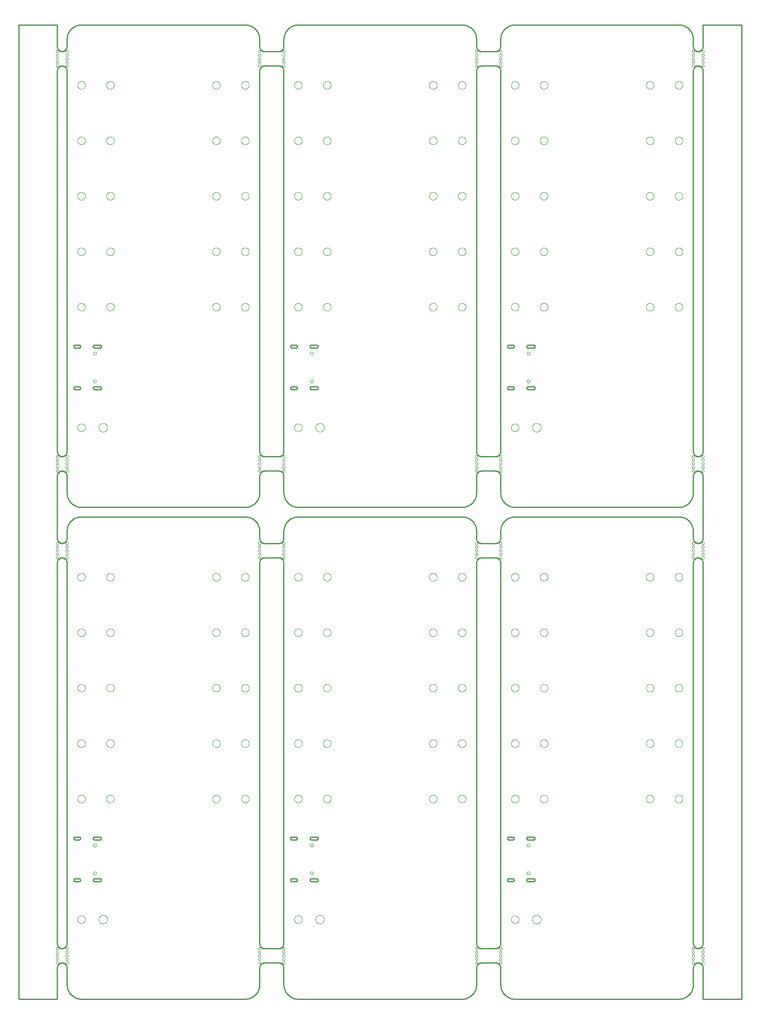
<source format=gko>
G04 EAGLE Gerber RS-274X export*
G75*
%MOMM*%
%FSLAX34Y34*%
%LPD*%
%INBoard Outline*%
%IPPOS*%
%AMOC8*
5,1,8,0,0,1.08239X$1,22.5*%
G01*
G04 Define Apertures*
%ADD10C,0.000000*%
%ADD11C,0.254000*%
D10*
X80000Y2020000D02*
X0Y2020000D01*
X0Y0D01*
X80000Y0D01*
X1420000Y2020000D02*
X1500000Y2020000D01*
X1500000Y0D01*
X1420000Y0D01*
X1420000Y65000D01*
X1420000Y115000D02*
X1420000Y905000D01*
X1420000Y955000D02*
X1420000Y1085000D01*
X1420000Y1135000D02*
X1420000Y1925000D01*
X1420000Y1975000D02*
X1420000Y2020000D01*
X80000Y2020000D02*
X80000Y1975000D01*
X80000Y1925000D02*
X80000Y1135000D01*
X80000Y1085000D02*
X80000Y955000D01*
X80000Y905000D02*
X80000Y115000D01*
X80000Y65000D02*
X80000Y0D01*
X100000Y30000D02*
X100009Y29275D01*
X100035Y28551D01*
X100079Y27827D01*
X100140Y27105D01*
X100219Y26384D01*
X100315Y25665D01*
X100428Y24949D01*
X100559Y24236D01*
X100707Y23526D01*
X100872Y22821D01*
X101054Y22119D01*
X101253Y21422D01*
X101468Y20729D01*
X101701Y20043D01*
X101950Y19362D01*
X102215Y18687D01*
X102496Y18019D01*
X102794Y17358D01*
X103107Y16704D01*
X103436Y16058D01*
X103781Y15420D01*
X104141Y14791D01*
X104516Y14171D01*
X104906Y13560D01*
X105310Y12958D01*
X105729Y12366D01*
X106163Y11785D01*
X106610Y11214D01*
X107071Y10655D01*
X107545Y10106D01*
X108032Y9570D01*
X108532Y9045D01*
X109045Y8532D01*
X109570Y8032D01*
X110106Y7545D01*
X110655Y7071D01*
X111214Y6610D01*
X111785Y6163D01*
X112366Y5729D01*
X112958Y5310D01*
X113560Y4906D01*
X114171Y4516D01*
X114791Y4141D01*
X115420Y3781D01*
X116058Y3436D01*
X116704Y3107D01*
X117358Y2794D01*
X118019Y2496D01*
X118687Y2215D01*
X119362Y1950D01*
X120043Y1701D01*
X120729Y1468D01*
X121422Y1253D01*
X122119Y1054D01*
X122821Y872D01*
X123526Y707D01*
X124236Y559D01*
X124949Y428D01*
X125665Y315D01*
X126384Y219D01*
X127105Y140D01*
X127827Y79D01*
X128551Y35D01*
X129275Y9D01*
X130000Y0D01*
X470000Y0D01*
X470725Y9D01*
X471449Y35D01*
X472173Y79D01*
X472895Y140D01*
X473616Y219D01*
X474335Y315D01*
X475051Y428D01*
X475764Y559D01*
X476474Y707D01*
X477179Y872D01*
X477881Y1054D01*
X478578Y1253D01*
X479271Y1468D01*
X479957Y1701D01*
X480638Y1950D01*
X481313Y2215D01*
X481981Y2496D01*
X482642Y2794D01*
X483296Y3107D01*
X483942Y3436D01*
X484580Y3781D01*
X485209Y4141D01*
X485829Y4516D01*
X486440Y4906D01*
X487042Y5310D01*
X487634Y5729D01*
X488215Y6163D01*
X488786Y6610D01*
X489345Y7071D01*
X489894Y7545D01*
X490430Y8032D01*
X490955Y8532D01*
X491468Y9045D01*
X491968Y9570D01*
X492455Y10106D01*
X492929Y10655D01*
X493390Y11214D01*
X493837Y11785D01*
X494271Y12366D01*
X494690Y12958D01*
X495094Y13560D01*
X495484Y14171D01*
X495859Y14791D01*
X496219Y15420D01*
X496564Y16058D01*
X496893Y16704D01*
X497206Y17358D01*
X497504Y18019D01*
X497785Y18687D01*
X498050Y19362D01*
X498299Y20043D01*
X498532Y20729D01*
X498747Y21422D01*
X498946Y22119D01*
X499128Y22821D01*
X499293Y23526D01*
X499441Y24236D01*
X499572Y24949D01*
X499685Y25665D01*
X499781Y26384D01*
X499860Y27105D01*
X499921Y27827D01*
X499965Y28551D01*
X499991Y29275D01*
X500000Y30000D01*
X500000Y970000D02*
X499991Y970725D01*
X499965Y971449D01*
X499921Y972173D01*
X499860Y972895D01*
X499781Y973616D01*
X499685Y974335D01*
X499572Y975051D01*
X499441Y975764D01*
X499293Y976474D01*
X499128Y977179D01*
X498946Y977881D01*
X498747Y978578D01*
X498532Y979271D01*
X498299Y979957D01*
X498050Y980638D01*
X497785Y981313D01*
X497504Y981981D01*
X497206Y982642D01*
X496893Y983296D01*
X496564Y983942D01*
X496219Y984580D01*
X495859Y985209D01*
X495484Y985829D01*
X495094Y986440D01*
X494690Y987042D01*
X494271Y987634D01*
X493837Y988215D01*
X493390Y988786D01*
X492929Y989345D01*
X492455Y989894D01*
X491968Y990430D01*
X491468Y990955D01*
X490955Y991468D01*
X490430Y991968D01*
X489894Y992455D01*
X489345Y992929D01*
X488786Y993390D01*
X488215Y993837D01*
X487634Y994271D01*
X487042Y994690D01*
X486440Y995094D01*
X485829Y995484D01*
X485209Y995859D01*
X484580Y996219D01*
X483942Y996564D01*
X483296Y996893D01*
X482642Y997206D01*
X481981Y997504D01*
X481313Y997785D01*
X480638Y998050D01*
X479957Y998299D01*
X479271Y998532D01*
X478578Y998747D01*
X477881Y998946D01*
X477179Y999128D01*
X476474Y999293D01*
X475764Y999441D01*
X475051Y999572D01*
X474335Y999685D01*
X473616Y999781D01*
X472895Y999860D01*
X472173Y999921D01*
X471449Y999965D01*
X470725Y999991D01*
X470000Y1000000D01*
X130000Y1000000D01*
X129275Y999991D01*
X128551Y999965D01*
X127827Y999921D01*
X127105Y999860D01*
X126384Y999781D01*
X125665Y999685D01*
X124949Y999572D01*
X124236Y999441D01*
X123526Y999293D01*
X122821Y999128D01*
X122119Y998946D01*
X121422Y998747D01*
X120729Y998532D01*
X120043Y998299D01*
X119362Y998050D01*
X118687Y997785D01*
X118019Y997504D01*
X117358Y997206D01*
X116704Y996893D01*
X116058Y996564D01*
X115420Y996219D01*
X114791Y995859D01*
X114171Y995484D01*
X113560Y995094D01*
X112958Y994690D01*
X112366Y994271D01*
X111785Y993837D01*
X111214Y993390D01*
X110655Y992929D01*
X110106Y992455D01*
X109570Y991968D01*
X109045Y991468D01*
X108532Y990955D01*
X108032Y990430D01*
X107545Y989894D01*
X107071Y989345D01*
X106610Y988786D01*
X106163Y988215D01*
X105729Y987634D01*
X105310Y987042D01*
X104906Y986440D01*
X104516Y985829D01*
X104141Y985209D01*
X103781Y984580D01*
X103436Y983942D01*
X103107Y983296D01*
X102794Y982642D01*
X102496Y981981D01*
X102215Y981313D01*
X101950Y980638D01*
X101701Y979957D01*
X101468Y979271D01*
X101253Y978578D01*
X101054Y977881D01*
X100872Y977179D01*
X100707Y976474D01*
X100559Y975764D01*
X100428Y975051D01*
X100315Y974335D01*
X100219Y973616D01*
X100140Y972895D01*
X100079Y972173D01*
X100035Y971449D01*
X100009Y970725D01*
X100000Y970000D01*
X550000Y30000D02*
X550009Y29275D01*
X550035Y28551D01*
X550079Y27827D01*
X550140Y27105D01*
X550219Y26384D01*
X550315Y25665D01*
X550428Y24949D01*
X550559Y24236D01*
X550707Y23526D01*
X550872Y22821D01*
X551054Y22119D01*
X551253Y21422D01*
X551468Y20729D01*
X551701Y20043D01*
X551950Y19362D01*
X552215Y18687D01*
X552496Y18019D01*
X552794Y17358D01*
X553107Y16704D01*
X553436Y16058D01*
X553781Y15420D01*
X554141Y14791D01*
X554516Y14171D01*
X554906Y13560D01*
X555310Y12958D01*
X555729Y12366D01*
X556163Y11785D01*
X556610Y11214D01*
X557071Y10655D01*
X557545Y10106D01*
X558032Y9570D01*
X558532Y9045D01*
X559045Y8532D01*
X559570Y8032D01*
X560106Y7545D01*
X560655Y7071D01*
X561214Y6610D01*
X561785Y6163D01*
X562366Y5729D01*
X562958Y5310D01*
X563560Y4906D01*
X564171Y4516D01*
X564791Y4141D01*
X565420Y3781D01*
X566058Y3436D01*
X566704Y3107D01*
X567358Y2794D01*
X568019Y2496D01*
X568687Y2215D01*
X569362Y1950D01*
X570043Y1701D01*
X570729Y1468D01*
X571422Y1253D01*
X572119Y1054D01*
X572821Y872D01*
X573526Y707D01*
X574236Y559D01*
X574949Y428D01*
X575665Y315D01*
X576384Y219D01*
X577105Y140D01*
X577827Y79D01*
X578551Y35D01*
X579275Y9D01*
X580000Y0D01*
X920000Y0D01*
X920725Y9D01*
X921449Y35D01*
X922173Y79D01*
X922895Y140D01*
X923616Y219D01*
X924335Y315D01*
X925051Y428D01*
X925764Y559D01*
X926474Y707D01*
X927179Y872D01*
X927881Y1054D01*
X928578Y1253D01*
X929271Y1468D01*
X929957Y1701D01*
X930638Y1950D01*
X931313Y2215D01*
X931981Y2496D01*
X932642Y2794D01*
X933296Y3107D01*
X933942Y3436D01*
X934580Y3781D01*
X935209Y4141D01*
X935829Y4516D01*
X936440Y4906D01*
X937042Y5310D01*
X937634Y5729D01*
X938215Y6163D01*
X938786Y6610D01*
X939345Y7071D01*
X939894Y7545D01*
X940430Y8032D01*
X940955Y8532D01*
X941468Y9045D01*
X941968Y9570D01*
X942455Y10106D01*
X942929Y10655D01*
X943390Y11214D01*
X943837Y11785D01*
X944271Y12366D01*
X944690Y12958D01*
X945094Y13560D01*
X945484Y14171D01*
X945859Y14791D01*
X946219Y15420D01*
X946564Y16058D01*
X946893Y16704D01*
X947206Y17358D01*
X947504Y18019D01*
X947785Y18687D01*
X948050Y19362D01*
X948299Y20043D01*
X948532Y20729D01*
X948747Y21422D01*
X948946Y22119D01*
X949128Y22821D01*
X949293Y23526D01*
X949441Y24236D01*
X949572Y24949D01*
X949685Y25665D01*
X949781Y26384D01*
X949860Y27105D01*
X949921Y27827D01*
X949965Y28551D01*
X949991Y29275D01*
X950000Y30000D01*
X950000Y970000D02*
X949991Y970725D01*
X949965Y971449D01*
X949921Y972173D01*
X949860Y972895D01*
X949781Y973616D01*
X949685Y974335D01*
X949572Y975051D01*
X949441Y975764D01*
X949293Y976474D01*
X949128Y977179D01*
X948946Y977881D01*
X948747Y978578D01*
X948532Y979271D01*
X948299Y979957D01*
X948050Y980638D01*
X947785Y981313D01*
X947504Y981981D01*
X947206Y982642D01*
X946893Y983296D01*
X946564Y983942D01*
X946219Y984580D01*
X945859Y985209D01*
X945484Y985829D01*
X945094Y986440D01*
X944690Y987042D01*
X944271Y987634D01*
X943837Y988215D01*
X943390Y988786D01*
X942929Y989345D01*
X942455Y989894D01*
X941968Y990430D01*
X941468Y990955D01*
X940955Y991468D01*
X940430Y991968D01*
X939894Y992455D01*
X939345Y992929D01*
X938786Y993390D01*
X938215Y993837D01*
X937634Y994271D01*
X937042Y994690D01*
X936440Y995094D01*
X935829Y995484D01*
X935209Y995859D01*
X934580Y996219D01*
X933942Y996564D01*
X933296Y996893D01*
X932642Y997206D01*
X931981Y997504D01*
X931313Y997785D01*
X930638Y998050D01*
X929957Y998299D01*
X929271Y998532D01*
X928578Y998747D01*
X927881Y998946D01*
X927179Y999128D01*
X926474Y999293D01*
X925764Y999441D01*
X925051Y999572D01*
X924335Y999685D01*
X923616Y999781D01*
X922895Y999860D01*
X922173Y999921D01*
X921449Y999965D01*
X920725Y999991D01*
X920000Y1000000D01*
X580000Y1000000D01*
X579275Y999991D01*
X578551Y999965D01*
X577827Y999921D01*
X577105Y999860D01*
X576384Y999781D01*
X575665Y999685D01*
X574949Y999572D01*
X574236Y999441D01*
X573526Y999293D01*
X572821Y999128D01*
X572119Y998946D01*
X571422Y998747D01*
X570729Y998532D01*
X570043Y998299D01*
X569362Y998050D01*
X568687Y997785D01*
X568019Y997504D01*
X567358Y997206D01*
X566704Y996893D01*
X566058Y996564D01*
X565420Y996219D01*
X564791Y995859D01*
X564171Y995484D01*
X563560Y995094D01*
X562958Y994690D01*
X562366Y994271D01*
X561785Y993837D01*
X561214Y993390D01*
X560655Y992929D01*
X560106Y992455D01*
X559570Y991968D01*
X559045Y991468D01*
X558532Y990955D01*
X558032Y990430D01*
X557545Y989894D01*
X557071Y989345D01*
X556610Y988786D01*
X556163Y988215D01*
X555729Y987634D01*
X555310Y987042D01*
X554906Y986440D01*
X554516Y985829D01*
X554141Y985209D01*
X553781Y984580D01*
X553436Y983942D01*
X553107Y983296D01*
X552794Y982642D01*
X552496Y981981D01*
X552215Y981313D01*
X551950Y980638D01*
X551701Y979957D01*
X551468Y979271D01*
X551253Y978578D01*
X551054Y977881D01*
X550872Y977179D01*
X550707Y976474D01*
X550559Y975764D01*
X550428Y975051D01*
X550315Y974335D01*
X550219Y973616D01*
X550140Y972895D01*
X550079Y972173D01*
X550035Y971449D01*
X550009Y970725D01*
X550000Y970000D01*
X1000000Y30000D02*
X1000009Y29275D01*
X1000035Y28551D01*
X1000079Y27827D01*
X1000140Y27105D01*
X1000219Y26384D01*
X1000315Y25665D01*
X1000428Y24949D01*
X1000559Y24236D01*
X1000707Y23526D01*
X1000872Y22821D01*
X1001054Y22119D01*
X1001253Y21422D01*
X1001468Y20729D01*
X1001701Y20043D01*
X1001950Y19362D01*
X1002215Y18687D01*
X1002496Y18019D01*
X1002794Y17358D01*
X1003107Y16704D01*
X1003436Y16058D01*
X1003781Y15420D01*
X1004141Y14791D01*
X1004516Y14171D01*
X1004906Y13560D01*
X1005310Y12958D01*
X1005729Y12366D01*
X1006163Y11785D01*
X1006610Y11214D01*
X1007071Y10655D01*
X1007545Y10106D01*
X1008032Y9570D01*
X1008532Y9045D01*
X1009045Y8532D01*
X1009570Y8032D01*
X1010106Y7545D01*
X1010655Y7071D01*
X1011214Y6610D01*
X1011785Y6163D01*
X1012366Y5729D01*
X1012958Y5310D01*
X1013560Y4906D01*
X1014171Y4516D01*
X1014791Y4141D01*
X1015420Y3781D01*
X1016058Y3436D01*
X1016704Y3107D01*
X1017358Y2794D01*
X1018019Y2496D01*
X1018687Y2215D01*
X1019362Y1950D01*
X1020043Y1701D01*
X1020729Y1468D01*
X1021422Y1253D01*
X1022119Y1054D01*
X1022821Y872D01*
X1023526Y707D01*
X1024236Y559D01*
X1024949Y428D01*
X1025665Y315D01*
X1026384Y219D01*
X1027105Y140D01*
X1027827Y79D01*
X1028551Y35D01*
X1029275Y9D01*
X1030000Y0D01*
X1370000Y0D01*
X1370725Y9D01*
X1371449Y35D01*
X1372173Y79D01*
X1372895Y140D01*
X1373616Y219D01*
X1374335Y315D01*
X1375051Y428D01*
X1375764Y559D01*
X1376474Y707D01*
X1377179Y872D01*
X1377881Y1054D01*
X1378578Y1253D01*
X1379271Y1468D01*
X1379957Y1701D01*
X1380638Y1950D01*
X1381313Y2215D01*
X1381981Y2496D01*
X1382642Y2794D01*
X1383296Y3107D01*
X1383942Y3436D01*
X1384580Y3781D01*
X1385209Y4141D01*
X1385829Y4516D01*
X1386440Y4906D01*
X1387042Y5310D01*
X1387634Y5729D01*
X1388215Y6163D01*
X1388786Y6610D01*
X1389345Y7071D01*
X1389894Y7545D01*
X1390430Y8032D01*
X1390955Y8532D01*
X1391468Y9045D01*
X1391968Y9570D01*
X1392455Y10106D01*
X1392929Y10655D01*
X1393390Y11214D01*
X1393837Y11785D01*
X1394271Y12366D01*
X1394690Y12958D01*
X1395094Y13560D01*
X1395484Y14171D01*
X1395859Y14791D01*
X1396219Y15420D01*
X1396564Y16058D01*
X1396893Y16704D01*
X1397206Y17358D01*
X1397504Y18019D01*
X1397785Y18687D01*
X1398050Y19362D01*
X1398299Y20043D01*
X1398532Y20729D01*
X1398747Y21422D01*
X1398946Y22119D01*
X1399128Y22821D01*
X1399293Y23526D01*
X1399441Y24236D01*
X1399572Y24949D01*
X1399685Y25665D01*
X1399781Y26384D01*
X1399860Y27105D01*
X1399921Y27827D01*
X1399965Y28551D01*
X1399991Y29275D01*
X1400000Y30000D01*
X1400000Y970000D02*
X1399991Y970725D01*
X1399965Y971449D01*
X1399921Y972173D01*
X1399860Y972895D01*
X1399781Y973616D01*
X1399685Y974335D01*
X1399572Y975051D01*
X1399441Y975764D01*
X1399293Y976474D01*
X1399128Y977179D01*
X1398946Y977881D01*
X1398747Y978578D01*
X1398532Y979271D01*
X1398299Y979957D01*
X1398050Y980638D01*
X1397785Y981313D01*
X1397504Y981981D01*
X1397206Y982642D01*
X1396893Y983296D01*
X1396564Y983942D01*
X1396219Y984580D01*
X1395859Y985209D01*
X1395484Y985829D01*
X1395094Y986440D01*
X1394690Y987042D01*
X1394271Y987634D01*
X1393837Y988215D01*
X1393390Y988786D01*
X1392929Y989345D01*
X1392455Y989894D01*
X1391968Y990430D01*
X1391468Y990955D01*
X1390955Y991468D01*
X1390430Y991968D01*
X1389894Y992455D01*
X1389345Y992929D01*
X1388786Y993390D01*
X1388215Y993837D01*
X1387634Y994271D01*
X1387042Y994690D01*
X1386440Y995094D01*
X1385829Y995484D01*
X1385209Y995859D01*
X1384580Y996219D01*
X1383942Y996564D01*
X1383296Y996893D01*
X1382642Y997206D01*
X1381981Y997504D01*
X1381313Y997785D01*
X1380638Y998050D01*
X1379957Y998299D01*
X1379271Y998532D01*
X1378578Y998747D01*
X1377881Y998946D01*
X1377179Y999128D01*
X1376474Y999293D01*
X1375764Y999441D01*
X1375051Y999572D01*
X1374335Y999685D01*
X1373616Y999781D01*
X1372895Y999860D01*
X1372173Y999921D01*
X1371449Y999965D01*
X1370725Y999991D01*
X1370000Y1000000D01*
X1030000Y1000000D01*
X1029275Y999991D01*
X1028551Y999965D01*
X1027827Y999921D01*
X1027105Y999860D01*
X1026384Y999781D01*
X1025665Y999685D01*
X1024949Y999572D01*
X1024236Y999441D01*
X1023526Y999293D01*
X1022821Y999128D01*
X1022119Y998946D01*
X1021422Y998747D01*
X1020729Y998532D01*
X1020043Y998299D01*
X1019362Y998050D01*
X1018687Y997785D01*
X1018019Y997504D01*
X1017358Y997206D01*
X1016704Y996893D01*
X1016058Y996564D01*
X1015420Y996219D01*
X1014791Y995859D01*
X1014171Y995484D01*
X1013560Y995094D01*
X1012958Y994690D01*
X1012366Y994271D01*
X1011785Y993837D01*
X1011214Y993390D01*
X1010655Y992929D01*
X1010106Y992455D01*
X1009570Y991968D01*
X1009045Y991468D01*
X1008532Y990955D01*
X1008032Y990430D01*
X1007545Y989894D01*
X1007071Y989345D01*
X1006610Y988786D01*
X1006163Y988215D01*
X1005729Y987634D01*
X1005310Y987042D01*
X1004906Y986440D01*
X1004516Y985829D01*
X1004141Y985209D01*
X1003781Y984580D01*
X1003436Y983942D01*
X1003107Y983296D01*
X1002794Y982642D01*
X1002496Y981981D01*
X1002215Y981313D01*
X1001950Y980638D01*
X1001701Y979957D01*
X1001468Y979271D01*
X1001253Y978578D01*
X1001054Y977881D01*
X1000872Y977179D01*
X1000707Y976474D01*
X1000559Y975764D01*
X1000428Y975051D01*
X1000315Y974335D01*
X1000219Y973616D01*
X1000140Y972895D01*
X1000079Y972173D01*
X1000035Y971449D01*
X1000009Y970725D01*
X1000000Y970000D01*
X130000Y1020000D02*
X129275Y1020009D01*
X128551Y1020035D01*
X127827Y1020079D01*
X127105Y1020140D01*
X126384Y1020219D01*
X125665Y1020315D01*
X124949Y1020428D01*
X124236Y1020559D01*
X123526Y1020707D01*
X122821Y1020872D01*
X122119Y1021054D01*
X121422Y1021253D01*
X120729Y1021468D01*
X120043Y1021701D01*
X119362Y1021950D01*
X118687Y1022215D01*
X118019Y1022496D01*
X117358Y1022794D01*
X116704Y1023107D01*
X116058Y1023436D01*
X115420Y1023781D01*
X114791Y1024141D01*
X114171Y1024516D01*
X113560Y1024906D01*
X112958Y1025310D01*
X112366Y1025729D01*
X111785Y1026163D01*
X111214Y1026610D01*
X110655Y1027071D01*
X110106Y1027545D01*
X109570Y1028032D01*
X109045Y1028532D01*
X108532Y1029045D01*
X108032Y1029570D01*
X107545Y1030106D01*
X107071Y1030655D01*
X106610Y1031214D01*
X106163Y1031785D01*
X105729Y1032366D01*
X105310Y1032958D01*
X104906Y1033560D01*
X104516Y1034171D01*
X104141Y1034791D01*
X103781Y1035420D01*
X103436Y1036058D01*
X103107Y1036704D01*
X102794Y1037358D01*
X102496Y1038019D01*
X102215Y1038687D01*
X101950Y1039362D01*
X101701Y1040043D01*
X101468Y1040729D01*
X101253Y1041422D01*
X101054Y1042119D01*
X100872Y1042821D01*
X100707Y1043526D01*
X100559Y1044236D01*
X100428Y1044949D01*
X100315Y1045665D01*
X100219Y1046384D01*
X100140Y1047105D01*
X100079Y1047827D01*
X100035Y1048551D01*
X100009Y1049275D01*
X100000Y1050000D01*
X130000Y1020000D02*
X470000Y1020000D01*
X470725Y1020009D01*
X471449Y1020035D01*
X472173Y1020079D01*
X472895Y1020140D01*
X473616Y1020219D01*
X474335Y1020315D01*
X475051Y1020428D01*
X475764Y1020559D01*
X476474Y1020707D01*
X477179Y1020872D01*
X477881Y1021054D01*
X478578Y1021253D01*
X479271Y1021468D01*
X479957Y1021701D01*
X480638Y1021950D01*
X481313Y1022215D01*
X481981Y1022496D01*
X482642Y1022794D01*
X483296Y1023107D01*
X483942Y1023436D01*
X484580Y1023781D01*
X485209Y1024141D01*
X485829Y1024516D01*
X486440Y1024906D01*
X487042Y1025310D01*
X487634Y1025729D01*
X488215Y1026163D01*
X488786Y1026610D01*
X489345Y1027071D01*
X489894Y1027545D01*
X490430Y1028032D01*
X490955Y1028532D01*
X491468Y1029045D01*
X491968Y1029570D01*
X492455Y1030106D01*
X492929Y1030655D01*
X493390Y1031214D01*
X493837Y1031785D01*
X494271Y1032366D01*
X494690Y1032958D01*
X495094Y1033560D01*
X495484Y1034171D01*
X495859Y1034791D01*
X496219Y1035420D01*
X496564Y1036058D01*
X496893Y1036704D01*
X497206Y1037358D01*
X497504Y1038019D01*
X497785Y1038687D01*
X498050Y1039362D01*
X498299Y1040043D01*
X498532Y1040729D01*
X498747Y1041422D01*
X498946Y1042119D01*
X499128Y1042821D01*
X499293Y1043526D01*
X499441Y1044236D01*
X499572Y1044949D01*
X499685Y1045665D01*
X499781Y1046384D01*
X499860Y1047105D01*
X499921Y1047827D01*
X499965Y1048551D01*
X499991Y1049275D01*
X500000Y1050000D01*
X500000Y1990000D02*
X499991Y1990725D01*
X499965Y1991449D01*
X499921Y1992173D01*
X499860Y1992895D01*
X499781Y1993616D01*
X499685Y1994335D01*
X499572Y1995051D01*
X499441Y1995764D01*
X499293Y1996474D01*
X499128Y1997179D01*
X498946Y1997881D01*
X498747Y1998578D01*
X498532Y1999271D01*
X498299Y1999957D01*
X498050Y2000638D01*
X497785Y2001313D01*
X497504Y2001981D01*
X497206Y2002642D01*
X496893Y2003296D01*
X496564Y2003942D01*
X496219Y2004580D01*
X495859Y2005209D01*
X495484Y2005829D01*
X495094Y2006440D01*
X494690Y2007042D01*
X494271Y2007634D01*
X493837Y2008215D01*
X493390Y2008786D01*
X492929Y2009345D01*
X492455Y2009894D01*
X491968Y2010430D01*
X491468Y2010955D01*
X490955Y2011468D01*
X490430Y2011968D01*
X489894Y2012455D01*
X489345Y2012929D01*
X488786Y2013390D01*
X488215Y2013837D01*
X487634Y2014271D01*
X487042Y2014690D01*
X486440Y2015094D01*
X485829Y2015484D01*
X485209Y2015859D01*
X484580Y2016219D01*
X483942Y2016564D01*
X483296Y2016893D01*
X482642Y2017206D01*
X481981Y2017504D01*
X481313Y2017785D01*
X480638Y2018050D01*
X479957Y2018299D01*
X479271Y2018532D01*
X478578Y2018747D01*
X477881Y2018946D01*
X477179Y2019128D01*
X476474Y2019293D01*
X475764Y2019441D01*
X475051Y2019572D01*
X474335Y2019685D01*
X473616Y2019781D01*
X472895Y2019860D01*
X472173Y2019921D01*
X471449Y2019965D01*
X470725Y2019991D01*
X470000Y2020000D01*
X130000Y2020000D01*
X129275Y2019991D01*
X128551Y2019965D01*
X127827Y2019921D01*
X127105Y2019860D01*
X126384Y2019781D01*
X125665Y2019685D01*
X124949Y2019572D01*
X124236Y2019441D01*
X123526Y2019293D01*
X122821Y2019128D01*
X122119Y2018946D01*
X121422Y2018747D01*
X120729Y2018532D01*
X120043Y2018299D01*
X119362Y2018050D01*
X118687Y2017785D01*
X118019Y2017504D01*
X117358Y2017206D01*
X116704Y2016893D01*
X116058Y2016564D01*
X115420Y2016219D01*
X114791Y2015859D01*
X114171Y2015484D01*
X113560Y2015094D01*
X112958Y2014690D01*
X112366Y2014271D01*
X111785Y2013837D01*
X111214Y2013390D01*
X110655Y2012929D01*
X110106Y2012455D01*
X109570Y2011968D01*
X109045Y2011468D01*
X108532Y2010955D01*
X108032Y2010430D01*
X107545Y2009894D01*
X107071Y2009345D01*
X106610Y2008786D01*
X106163Y2008215D01*
X105729Y2007634D01*
X105310Y2007042D01*
X104906Y2006440D01*
X104516Y2005829D01*
X104141Y2005209D01*
X103781Y2004580D01*
X103436Y2003942D01*
X103107Y2003296D01*
X102794Y2002642D01*
X102496Y2001981D01*
X102215Y2001313D01*
X101950Y2000638D01*
X101701Y1999957D01*
X101468Y1999271D01*
X101253Y1998578D01*
X101054Y1997881D01*
X100872Y1997179D01*
X100707Y1996474D01*
X100559Y1995764D01*
X100428Y1995051D01*
X100315Y1994335D01*
X100219Y1993616D01*
X100140Y1992895D01*
X100079Y1992173D01*
X100035Y1991449D01*
X100009Y1990725D01*
X100000Y1990000D01*
X550000Y1050000D02*
X550009Y1049275D01*
X550035Y1048551D01*
X550079Y1047827D01*
X550140Y1047105D01*
X550219Y1046384D01*
X550315Y1045665D01*
X550428Y1044949D01*
X550559Y1044236D01*
X550707Y1043526D01*
X550872Y1042821D01*
X551054Y1042119D01*
X551253Y1041422D01*
X551468Y1040729D01*
X551701Y1040043D01*
X551950Y1039362D01*
X552215Y1038687D01*
X552496Y1038019D01*
X552794Y1037358D01*
X553107Y1036704D01*
X553436Y1036058D01*
X553781Y1035420D01*
X554141Y1034791D01*
X554516Y1034171D01*
X554906Y1033560D01*
X555310Y1032958D01*
X555729Y1032366D01*
X556163Y1031785D01*
X556610Y1031214D01*
X557071Y1030655D01*
X557545Y1030106D01*
X558032Y1029570D01*
X558532Y1029045D01*
X559045Y1028532D01*
X559570Y1028032D01*
X560106Y1027545D01*
X560655Y1027071D01*
X561214Y1026610D01*
X561785Y1026163D01*
X562366Y1025729D01*
X562958Y1025310D01*
X563560Y1024906D01*
X564171Y1024516D01*
X564791Y1024141D01*
X565420Y1023781D01*
X566058Y1023436D01*
X566704Y1023107D01*
X567358Y1022794D01*
X568019Y1022496D01*
X568687Y1022215D01*
X569362Y1021950D01*
X570043Y1021701D01*
X570729Y1021468D01*
X571422Y1021253D01*
X572119Y1021054D01*
X572821Y1020872D01*
X573526Y1020707D01*
X574236Y1020559D01*
X574949Y1020428D01*
X575665Y1020315D01*
X576384Y1020219D01*
X577105Y1020140D01*
X577827Y1020079D01*
X578551Y1020035D01*
X579275Y1020009D01*
X580000Y1020000D01*
X920000Y1020000D01*
X920725Y1020009D01*
X921449Y1020035D01*
X922173Y1020079D01*
X922895Y1020140D01*
X923616Y1020219D01*
X924335Y1020315D01*
X925051Y1020428D01*
X925764Y1020559D01*
X926474Y1020707D01*
X927179Y1020872D01*
X927881Y1021054D01*
X928578Y1021253D01*
X929271Y1021468D01*
X929957Y1021701D01*
X930638Y1021950D01*
X931313Y1022215D01*
X931981Y1022496D01*
X932642Y1022794D01*
X933296Y1023107D01*
X933942Y1023436D01*
X934580Y1023781D01*
X935209Y1024141D01*
X935829Y1024516D01*
X936440Y1024906D01*
X937042Y1025310D01*
X937634Y1025729D01*
X938215Y1026163D01*
X938786Y1026610D01*
X939345Y1027071D01*
X939894Y1027545D01*
X940430Y1028032D01*
X940955Y1028532D01*
X941468Y1029045D01*
X941968Y1029570D01*
X942455Y1030106D01*
X942929Y1030655D01*
X943390Y1031214D01*
X943837Y1031785D01*
X944271Y1032366D01*
X944690Y1032958D01*
X945094Y1033560D01*
X945484Y1034171D01*
X945859Y1034791D01*
X946219Y1035420D01*
X946564Y1036058D01*
X946893Y1036704D01*
X947206Y1037358D01*
X947504Y1038019D01*
X947785Y1038687D01*
X948050Y1039362D01*
X948299Y1040043D01*
X948532Y1040729D01*
X948747Y1041422D01*
X948946Y1042119D01*
X949128Y1042821D01*
X949293Y1043526D01*
X949441Y1044236D01*
X949572Y1044949D01*
X949685Y1045665D01*
X949781Y1046384D01*
X949860Y1047105D01*
X949921Y1047827D01*
X949965Y1048551D01*
X949991Y1049275D01*
X950000Y1050000D01*
X950000Y1990000D02*
X949991Y1990725D01*
X949965Y1991449D01*
X949921Y1992173D01*
X949860Y1992895D01*
X949781Y1993616D01*
X949685Y1994335D01*
X949572Y1995051D01*
X949441Y1995764D01*
X949293Y1996474D01*
X949128Y1997179D01*
X948946Y1997881D01*
X948747Y1998578D01*
X948532Y1999271D01*
X948299Y1999957D01*
X948050Y2000638D01*
X947785Y2001313D01*
X947504Y2001981D01*
X947206Y2002642D01*
X946893Y2003296D01*
X946564Y2003942D01*
X946219Y2004580D01*
X945859Y2005209D01*
X945484Y2005829D01*
X945094Y2006440D01*
X944690Y2007042D01*
X944271Y2007634D01*
X943837Y2008215D01*
X943390Y2008786D01*
X942929Y2009345D01*
X942455Y2009894D01*
X941968Y2010430D01*
X941468Y2010955D01*
X940955Y2011468D01*
X940430Y2011968D01*
X939894Y2012455D01*
X939345Y2012929D01*
X938786Y2013390D01*
X938215Y2013837D01*
X937634Y2014271D01*
X937042Y2014690D01*
X936440Y2015094D01*
X935829Y2015484D01*
X935209Y2015859D01*
X934580Y2016219D01*
X933942Y2016564D01*
X933296Y2016893D01*
X932642Y2017206D01*
X931981Y2017504D01*
X931313Y2017785D01*
X930638Y2018050D01*
X929957Y2018299D01*
X929271Y2018532D01*
X928578Y2018747D01*
X927881Y2018946D01*
X927179Y2019128D01*
X926474Y2019293D01*
X925764Y2019441D01*
X925051Y2019572D01*
X924335Y2019685D01*
X923616Y2019781D01*
X922895Y2019860D01*
X922173Y2019921D01*
X921449Y2019965D01*
X920725Y2019991D01*
X920000Y2020000D01*
X580000Y2020000D01*
X579275Y2019991D01*
X578551Y2019965D01*
X577827Y2019921D01*
X577105Y2019860D01*
X576384Y2019781D01*
X575665Y2019685D01*
X574949Y2019572D01*
X574236Y2019441D01*
X573526Y2019293D01*
X572821Y2019128D01*
X572119Y2018946D01*
X571422Y2018747D01*
X570729Y2018532D01*
X570043Y2018299D01*
X569362Y2018050D01*
X568687Y2017785D01*
X568019Y2017504D01*
X567358Y2017206D01*
X566704Y2016893D01*
X566058Y2016564D01*
X565420Y2016219D01*
X564791Y2015859D01*
X564171Y2015484D01*
X563560Y2015094D01*
X562958Y2014690D01*
X562366Y2014271D01*
X561785Y2013837D01*
X561214Y2013390D01*
X560655Y2012929D01*
X560106Y2012455D01*
X559570Y2011968D01*
X559045Y2011468D01*
X558532Y2010955D01*
X558032Y2010430D01*
X557545Y2009894D01*
X557071Y2009345D01*
X556610Y2008786D01*
X556163Y2008215D01*
X555729Y2007634D01*
X555310Y2007042D01*
X554906Y2006440D01*
X554516Y2005829D01*
X554141Y2005209D01*
X553781Y2004580D01*
X553436Y2003942D01*
X553107Y2003296D01*
X552794Y2002642D01*
X552496Y2001981D01*
X552215Y2001313D01*
X551950Y2000638D01*
X551701Y1999957D01*
X551468Y1999271D01*
X551253Y1998578D01*
X551054Y1997881D01*
X550872Y1997179D01*
X550707Y1996474D01*
X550559Y1995764D01*
X550428Y1995051D01*
X550315Y1994335D01*
X550219Y1993616D01*
X550140Y1992895D01*
X550079Y1992173D01*
X550035Y1991449D01*
X550009Y1990725D01*
X550000Y1990000D01*
X1000000Y1050000D02*
X1000009Y1049275D01*
X1000035Y1048551D01*
X1000079Y1047827D01*
X1000140Y1047105D01*
X1000219Y1046384D01*
X1000315Y1045665D01*
X1000428Y1044949D01*
X1000559Y1044236D01*
X1000707Y1043526D01*
X1000872Y1042821D01*
X1001054Y1042119D01*
X1001253Y1041422D01*
X1001468Y1040729D01*
X1001701Y1040043D01*
X1001950Y1039362D01*
X1002215Y1038687D01*
X1002496Y1038019D01*
X1002794Y1037358D01*
X1003107Y1036704D01*
X1003436Y1036058D01*
X1003781Y1035420D01*
X1004141Y1034791D01*
X1004516Y1034171D01*
X1004906Y1033560D01*
X1005310Y1032958D01*
X1005729Y1032366D01*
X1006163Y1031785D01*
X1006610Y1031214D01*
X1007071Y1030655D01*
X1007545Y1030106D01*
X1008032Y1029570D01*
X1008532Y1029045D01*
X1009045Y1028532D01*
X1009570Y1028032D01*
X1010106Y1027545D01*
X1010655Y1027071D01*
X1011214Y1026610D01*
X1011785Y1026163D01*
X1012366Y1025729D01*
X1012958Y1025310D01*
X1013560Y1024906D01*
X1014171Y1024516D01*
X1014791Y1024141D01*
X1015420Y1023781D01*
X1016058Y1023436D01*
X1016704Y1023107D01*
X1017358Y1022794D01*
X1018019Y1022496D01*
X1018687Y1022215D01*
X1019362Y1021950D01*
X1020043Y1021701D01*
X1020729Y1021468D01*
X1021422Y1021253D01*
X1022119Y1021054D01*
X1022821Y1020872D01*
X1023526Y1020707D01*
X1024236Y1020559D01*
X1024949Y1020428D01*
X1025665Y1020315D01*
X1026384Y1020219D01*
X1027105Y1020140D01*
X1027827Y1020079D01*
X1028551Y1020035D01*
X1029275Y1020009D01*
X1030000Y1020000D01*
X1370000Y1020000D01*
X1370725Y1020009D01*
X1371449Y1020035D01*
X1372173Y1020079D01*
X1372895Y1020140D01*
X1373616Y1020219D01*
X1374335Y1020315D01*
X1375051Y1020428D01*
X1375764Y1020559D01*
X1376474Y1020707D01*
X1377179Y1020872D01*
X1377881Y1021054D01*
X1378578Y1021253D01*
X1379271Y1021468D01*
X1379957Y1021701D01*
X1380638Y1021950D01*
X1381313Y1022215D01*
X1381981Y1022496D01*
X1382642Y1022794D01*
X1383296Y1023107D01*
X1383942Y1023436D01*
X1384580Y1023781D01*
X1385209Y1024141D01*
X1385829Y1024516D01*
X1386440Y1024906D01*
X1387042Y1025310D01*
X1387634Y1025729D01*
X1388215Y1026163D01*
X1388786Y1026610D01*
X1389345Y1027071D01*
X1389894Y1027545D01*
X1390430Y1028032D01*
X1390955Y1028532D01*
X1391468Y1029045D01*
X1391968Y1029570D01*
X1392455Y1030106D01*
X1392929Y1030655D01*
X1393390Y1031214D01*
X1393837Y1031785D01*
X1394271Y1032366D01*
X1394690Y1032958D01*
X1395094Y1033560D01*
X1395484Y1034171D01*
X1395859Y1034791D01*
X1396219Y1035420D01*
X1396564Y1036058D01*
X1396893Y1036704D01*
X1397206Y1037358D01*
X1397504Y1038019D01*
X1397785Y1038687D01*
X1398050Y1039362D01*
X1398299Y1040043D01*
X1398532Y1040729D01*
X1398747Y1041422D01*
X1398946Y1042119D01*
X1399128Y1042821D01*
X1399293Y1043526D01*
X1399441Y1044236D01*
X1399572Y1044949D01*
X1399685Y1045665D01*
X1399781Y1046384D01*
X1399860Y1047105D01*
X1399921Y1047827D01*
X1399965Y1048551D01*
X1399991Y1049275D01*
X1400000Y1050000D01*
X1400000Y1990000D02*
X1399991Y1990725D01*
X1399965Y1991449D01*
X1399921Y1992173D01*
X1399860Y1992895D01*
X1399781Y1993616D01*
X1399685Y1994335D01*
X1399572Y1995051D01*
X1399441Y1995764D01*
X1399293Y1996474D01*
X1399128Y1997179D01*
X1398946Y1997881D01*
X1398747Y1998578D01*
X1398532Y1999271D01*
X1398299Y1999957D01*
X1398050Y2000638D01*
X1397785Y2001313D01*
X1397504Y2001981D01*
X1397206Y2002642D01*
X1396893Y2003296D01*
X1396564Y2003942D01*
X1396219Y2004580D01*
X1395859Y2005209D01*
X1395484Y2005829D01*
X1395094Y2006440D01*
X1394690Y2007042D01*
X1394271Y2007634D01*
X1393837Y2008215D01*
X1393390Y2008786D01*
X1392929Y2009345D01*
X1392455Y2009894D01*
X1391968Y2010430D01*
X1391468Y2010955D01*
X1390955Y2011468D01*
X1390430Y2011968D01*
X1389894Y2012455D01*
X1389345Y2012929D01*
X1388786Y2013390D01*
X1388215Y2013837D01*
X1387634Y2014271D01*
X1387042Y2014690D01*
X1386440Y2015094D01*
X1385829Y2015484D01*
X1385209Y2015859D01*
X1384580Y2016219D01*
X1383942Y2016564D01*
X1383296Y2016893D01*
X1382642Y2017206D01*
X1381981Y2017504D01*
X1381313Y2017785D01*
X1380638Y2018050D01*
X1379957Y2018299D01*
X1379271Y2018532D01*
X1378578Y2018747D01*
X1377881Y2018946D01*
X1377179Y2019128D01*
X1376474Y2019293D01*
X1375764Y2019441D01*
X1375051Y2019572D01*
X1374335Y2019685D01*
X1373616Y2019781D01*
X1372895Y2019860D01*
X1372173Y2019921D01*
X1371449Y2019965D01*
X1370725Y2019991D01*
X1370000Y2020000D01*
X1030000Y2020000D01*
X1029275Y2019991D01*
X1028551Y2019965D01*
X1027827Y2019921D01*
X1027105Y2019860D01*
X1026384Y2019781D01*
X1025665Y2019685D01*
X1024949Y2019572D01*
X1024236Y2019441D01*
X1023526Y2019293D01*
X1022821Y2019128D01*
X1022119Y2018946D01*
X1021422Y2018747D01*
X1020729Y2018532D01*
X1020043Y2018299D01*
X1019362Y2018050D01*
X1018687Y2017785D01*
X1018019Y2017504D01*
X1017358Y2017206D01*
X1016704Y2016893D01*
X1016058Y2016564D01*
X1015420Y2016219D01*
X1014791Y2015859D01*
X1014171Y2015484D01*
X1013560Y2015094D01*
X1012958Y2014690D01*
X1012366Y2014271D01*
X1011785Y2013837D01*
X1011214Y2013390D01*
X1010655Y2012929D01*
X1010106Y2012455D01*
X1009570Y2011968D01*
X1009045Y2011468D01*
X1008532Y2010955D01*
X1008032Y2010430D01*
X1007545Y2009894D01*
X1007071Y2009345D01*
X1006610Y2008786D01*
X1006163Y2008215D01*
X1005729Y2007634D01*
X1005310Y2007042D01*
X1004906Y2006440D01*
X1004516Y2005829D01*
X1004141Y2005209D01*
X1003781Y2004580D01*
X1003436Y2003942D01*
X1003107Y2003296D01*
X1002794Y2002642D01*
X1002496Y2001981D01*
X1002215Y2001313D01*
X1001950Y2000638D01*
X1001701Y1999957D01*
X1001468Y1999271D01*
X1001253Y1998578D01*
X1001054Y1997881D01*
X1000872Y1997179D01*
X1000707Y1996474D01*
X1000559Y1995764D01*
X1000428Y1995051D01*
X1000315Y1994335D01*
X1000219Y1993616D01*
X1000140Y1992895D01*
X1000079Y1992173D01*
X1000035Y1991449D01*
X1000009Y1990725D01*
X1000000Y1990000D01*
X100000Y65000D02*
X100000Y30000D01*
X100000Y115000D02*
X100000Y905000D01*
X100000Y955000D02*
X100000Y970000D01*
X500000Y970000D02*
X500000Y955000D01*
X500000Y905000D02*
X500000Y115000D01*
X500000Y65000D02*
X500000Y30000D01*
X550000Y30000D02*
X550000Y65000D01*
X550000Y115000D02*
X550000Y905000D01*
X550000Y955000D02*
X550000Y970000D01*
X950000Y970000D02*
X950000Y955000D01*
X1000000Y955000D02*
X1000000Y970000D01*
X1000000Y905000D02*
X1000000Y115000D01*
X1000000Y65000D02*
X1000000Y30000D01*
X950000Y30000D02*
X950000Y65000D01*
X950000Y115000D02*
X950000Y905000D01*
X1400000Y65000D02*
X1400000Y30000D01*
X1400000Y115000D02*
X1400000Y905000D01*
X1400000Y955000D02*
X1400000Y970000D01*
X1400000Y1050000D02*
X1400000Y1085000D01*
X1400000Y1135000D02*
X1400000Y1925000D01*
X1400000Y1975000D02*
X1400000Y1990000D01*
X1000000Y1990000D02*
X1000000Y1975000D01*
X1000000Y1925000D02*
X1000000Y1135000D01*
X1000000Y1085000D02*
X1000000Y1050000D01*
X950000Y1050000D02*
X950000Y1085000D01*
X950000Y1135000D02*
X950000Y1925000D01*
X950000Y1975000D02*
X950000Y1990000D01*
X550000Y1990000D02*
X550000Y1975000D01*
X500000Y1975000D02*
X500000Y1990000D01*
X550000Y1925000D02*
X550000Y1135000D01*
X550000Y1085000D02*
X550000Y1050000D01*
X500000Y1050000D02*
X500000Y1085000D01*
X500000Y1135000D02*
X500000Y1925000D01*
X100000Y1975000D02*
X100000Y1990000D01*
X100000Y1925000D02*
X100000Y1135000D01*
X100000Y1085000D02*
X100000Y1050000D01*
X547460Y930000D02*
X547462Y930100D01*
X547468Y930201D01*
X547478Y930300D01*
X547492Y930400D01*
X547509Y930499D01*
X547531Y930597D01*
X547557Y930694D01*
X547586Y930790D01*
X547619Y930884D01*
X547656Y930978D01*
X547696Y931070D01*
X547740Y931160D01*
X547788Y931248D01*
X547839Y931335D01*
X547893Y931419D01*
X547951Y931501D01*
X548012Y931581D01*
X548076Y931658D01*
X548143Y931733D01*
X548213Y931805D01*
X548286Y931874D01*
X548361Y931940D01*
X548439Y932004D01*
X548519Y932064D01*
X548602Y932121D01*
X548687Y932174D01*
X548774Y932224D01*
X548863Y932271D01*
X548953Y932314D01*
X549045Y932354D01*
X549139Y932390D01*
X549234Y932422D01*
X549330Y932450D01*
X549428Y932475D01*
X549526Y932495D01*
X549625Y932512D01*
X549725Y932525D01*
X549824Y932534D01*
X549925Y932539D01*
X550025Y932540D01*
X550125Y932537D01*
X550226Y932530D01*
X550325Y932519D01*
X550425Y932504D01*
X550523Y932486D01*
X550621Y932463D01*
X550718Y932436D01*
X550813Y932406D01*
X550908Y932372D01*
X551001Y932334D01*
X551092Y932293D01*
X551182Y932248D01*
X551270Y932200D01*
X551356Y932148D01*
X551440Y932093D01*
X551521Y932034D01*
X551600Y931972D01*
X551677Y931908D01*
X551751Y931840D01*
X551822Y931769D01*
X551891Y931696D01*
X551956Y931620D01*
X552019Y931541D01*
X552078Y931460D01*
X552134Y931377D01*
X552187Y931292D01*
X552236Y931204D01*
X552282Y931115D01*
X552324Y931024D01*
X552363Y930931D01*
X552398Y930837D01*
X552429Y930742D01*
X552457Y930645D01*
X552480Y930548D01*
X552500Y930449D01*
X552516Y930350D01*
X552528Y930251D01*
X552536Y930150D01*
X552540Y930050D01*
X552540Y929950D01*
X552536Y929850D01*
X552528Y929749D01*
X552516Y929650D01*
X552500Y929551D01*
X552480Y929452D01*
X552457Y929355D01*
X552429Y929258D01*
X552398Y929163D01*
X552363Y929069D01*
X552324Y928976D01*
X552282Y928885D01*
X552236Y928796D01*
X552187Y928708D01*
X552134Y928623D01*
X552078Y928540D01*
X552019Y928459D01*
X551956Y928380D01*
X551891Y928304D01*
X551822Y928231D01*
X551751Y928160D01*
X551677Y928092D01*
X551600Y928028D01*
X551521Y927966D01*
X551440Y927907D01*
X551356Y927852D01*
X551270Y927800D01*
X551182Y927752D01*
X551092Y927707D01*
X551001Y927666D01*
X550908Y927628D01*
X550813Y927594D01*
X550718Y927564D01*
X550621Y927537D01*
X550523Y927514D01*
X550425Y927496D01*
X550325Y927481D01*
X550226Y927470D01*
X550125Y927463D01*
X550025Y927460D01*
X549925Y927461D01*
X549824Y927466D01*
X549725Y927475D01*
X549625Y927488D01*
X549526Y927505D01*
X549428Y927525D01*
X549330Y927550D01*
X549234Y927578D01*
X549139Y927610D01*
X549045Y927646D01*
X548953Y927686D01*
X548863Y927729D01*
X548774Y927776D01*
X548687Y927826D01*
X548602Y927879D01*
X548519Y927936D01*
X548439Y927996D01*
X548361Y928060D01*
X548286Y928126D01*
X548213Y928195D01*
X548143Y928267D01*
X548076Y928342D01*
X548012Y928419D01*
X547951Y928499D01*
X547893Y928581D01*
X547839Y928665D01*
X547788Y928752D01*
X547740Y928840D01*
X547696Y928930D01*
X547656Y929022D01*
X547619Y929116D01*
X547586Y929210D01*
X547557Y929306D01*
X547531Y929403D01*
X547509Y929501D01*
X547492Y929600D01*
X547478Y929700D01*
X547468Y929799D01*
X547462Y929900D01*
X547460Y930000D01*
X547460Y937500D02*
X547462Y937600D01*
X547468Y937701D01*
X547478Y937800D01*
X547492Y937900D01*
X547509Y937999D01*
X547531Y938097D01*
X547557Y938194D01*
X547586Y938290D01*
X547619Y938384D01*
X547656Y938478D01*
X547696Y938570D01*
X547740Y938660D01*
X547788Y938748D01*
X547839Y938835D01*
X547893Y938919D01*
X547951Y939001D01*
X548012Y939081D01*
X548076Y939158D01*
X548143Y939233D01*
X548213Y939305D01*
X548286Y939374D01*
X548361Y939440D01*
X548439Y939504D01*
X548519Y939564D01*
X548602Y939621D01*
X548687Y939674D01*
X548774Y939724D01*
X548863Y939771D01*
X548953Y939814D01*
X549045Y939854D01*
X549139Y939890D01*
X549234Y939922D01*
X549330Y939950D01*
X549428Y939975D01*
X549526Y939995D01*
X549625Y940012D01*
X549725Y940025D01*
X549824Y940034D01*
X549925Y940039D01*
X550025Y940040D01*
X550125Y940037D01*
X550226Y940030D01*
X550325Y940019D01*
X550425Y940004D01*
X550523Y939986D01*
X550621Y939963D01*
X550718Y939936D01*
X550813Y939906D01*
X550908Y939872D01*
X551001Y939834D01*
X551092Y939793D01*
X551182Y939748D01*
X551270Y939700D01*
X551356Y939648D01*
X551440Y939593D01*
X551521Y939534D01*
X551600Y939472D01*
X551677Y939408D01*
X551751Y939340D01*
X551822Y939269D01*
X551891Y939196D01*
X551956Y939120D01*
X552019Y939041D01*
X552078Y938960D01*
X552134Y938877D01*
X552187Y938792D01*
X552236Y938704D01*
X552282Y938615D01*
X552324Y938524D01*
X552363Y938431D01*
X552398Y938337D01*
X552429Y938242D01*
X552457Y938145D01*
X552480Y938048D01*
X552500Y937949D01*
X552516Y937850D01*
X552528Y937751D01*
X552536Y937650D01*
X552540Y937550D01*
X552540Y937450D01*
X552536Y937350D01*
X552528Y937249D01*
X552516Y937150D01*
X552500Y937051D01*
X552480Y936952D01*
X552457Y936855D01*
X552429Y936758D01*
X552398Y936663D01*
X552363Y936569D01*
X552324Y936476D01*
X552282Y936385D01*
X552236Y936296D01*
X552187Y936208D01*
X552134Y936123D01*
X552078Y936040D01*
X552019Y935959D01*
X551956Y935880D01*
X551891Y935804D01*
X551822Y935731D01*
X551751Y935660D01*
X551677Y935592D01*
X551600Y935528D01*
X551521Y935466D01*
X551440Y935407D01*
X551356Y935352D01*
X551270Y935300D01*
X551182Y935252D01*
X551092Y935207D01*
X551001Y935166D01*
X550908Y935128D01*
X550813Y935094D01*
X550718Y935064D01*
X550621Y935037D01*
X550523Y935014D01*
X550425Y934996D01*
X550325Y934981D01*
X550226Y934970D01*
X550125Y934963D01*
X550025Y934960D01*
X549925Y934961D01*
X549824Y934966D01*
X549725Y934975D01*
X549625Y934988D01*
X549526Y935005D01*
X549428Y935025D01*
X549330Y935050D01*
X549234Y935078D01*
X549139Y935110D01*
X549045Y935146D01*
X548953Y935186D01*
X548863Y935229D01*
X548774Y935276D01*
X548687Y935326D01*
X548602Y935379D01*
X548519Y935436D01*
X548439Y935496D01*
X548361Y935560D01*
X548286Y935626D01*
X548213Y935695D01*
X548143Y935767D01*
X548076Y935842D01*
X548012Y935919D01*
X547951Y935999D01*
X547893Y936081D01*
X547839Y936165D01*
X547788Y936252D01*
X547740Y936340D01*
X547696Y936430D01*
X547656Y936522D01*
X547619Y936616D01*
X547586Y936710D01*
X547557Y936806D01*
X547531Y936903D01*
X547509Y937001D01*
X547492Y937100D01*
X547478Y937200D01*
X547468Y937299D01*
X547462Y937400D01*
X547460Y937500D01*
X547460Y922500D02*
X547462Y922600D01*
X547468Y922701D01*
X547478Y922800D01*
X547492Y922900D01*
X547509Y922999D01*
X547531Y923097D01*
X547557Y923194D01*
X547586Y923290D01*
X547619Y923384D01*
X547656Y923478D01*
X547696Y923570D01*
X547740Y923660D01*
X547788Y923748D01*
X547839Y923835D01*
X547893Y923919D01*
X547951Y924001D01*
X548012Y924081D01*
X548076Y924158D01*
X548143Y924233D01*
X548213Y924305D01*
X548286Y924374D01*
X548361Y924440D01*
X548439Y924504D01*
X548519Y924564D01*
X548602Y924621D01*
X548687Y924674D01*
X548774Y924724D01*
X548863Y924771D01*
X548953Y924814D01*
X549045Y924854D01*
X549139Y924890D01*
X549234Y924922D01*
X549330Y924950D01*
X549428Y924975D01*
X549526Y924995D01*
X549625Y925012D01*
X549725Y925025D01*
X549824Y925034D01*
X549925Y925039D01*
X550025Y925040D01*
X550125Y925037D01*
X550226Y925030D01*
X550325Y925019D01*
X550425Y925004D01*
X550523Y924986D01*
X550621Y924963D01*
X550718Y924936D01*
X550813Y924906D01*
X550908Y924872D01*
X551001Y924834D01*
X551092Y924793D01*
X551182Y924748D01*
X551270Y924700D01*
X551356Y924648D01*
X551440Y924593D01*
X551521Y924534D01*
X551600Y924472D01*
X551677Y924408D01*
X551751Y924340D01*
X551822Y924269D01*
X551891Y924196D01*
X551956Y924120D01*
X552019Y924041D01*
X552078Y923960D01*
X552134Y923877D01*
X552187Y923792D01*
X552236Y923704D01*
X552282Y923615D01*
X552324Y923524D01*
X552363Y923431D01*
X552398Y923337D01*
X552429Y923242D01*
X552457Y923145D01*
X552480Y923048D01*
X552500Y922949D01*
X552516Y922850D01*
X552528Y922751D01*
X552536Y922650D01*
X552540Y922550D01*
X552540Y922450D01*
X552536Y922350D01*
X552528Y922249D01*
X552516Y922150D01*
X552500Y922051D01*
X552480Y921952D01*
X552457Y921855D01*
X552429Y921758D01*
X552398Y921663D01*
X552363Y921569D01*
X552324Y921476D01*
X552282Y921385D01*
X552236Y921296D01*
X552187Y921208D01*
X552134Y921123D01*
X552078Y921040D01*
X552019Y920959D01*
X551956Y920880D01*
X551891Y920804D01*
X551822Y920731D01*
X551751Y920660D01*
X551677Y920592D01*
X551600Y920528D01*
X551521Y920466D01*
X551440Y920407D01*
X551356Y920352D01*
X551270Y920300D01*
X551182Y920252D01*
X551092Y920207D01*
X551001Y920166D01*
X550908Y920128D01*
X550813Y920094D01*
X550718Y920064D01*
X550621Y920037D01*
X550523Y920014D01*
X550425Y919996D01*
X550325Y919981D01*
X550226Y919970D01*
X550125Y919963D01*
X550025Y919960D01*
X549925Y919961D01*
X549824Y919966D01*
X549725Y919975D01*
X549625Y919988D01*
X549526Y920005D01*
X549428Y920025D01*
X549330Y920050D01*
X549234Y920078D01*
X549139Y920110D01*
X549045Y920146D01*
X548953Y920186D01*
X548863Y920229D01*
X548774Y920276D01*
X548687Y920326D01*
X548602Y920379D01*
X548519Y920436D01*
X548439Y920496D01*
X548361Y920560D01*
X548286Y920626D01*
X548213Y920695D01*
X548143Y920767D01*
X548076Y920842D01*
X548012Y920919D01*
X547951Y920999D01*
X547893Y921081D01*
X547839Y921165D01*
X547788Y921252D01*
X547740Y921340D01*
X547696Y921430D01*
X547656Y921522D01*
X547619Y921616D01*
X547586Y921710D01*
X547557Y921806D01*
X547531Y921903D01*
X547509Y922001D01*
X547492Y922100D01*
X547478Y922200D01*
X547468Y922299D01*
X547462Y922400D01*
X547460Y922500D01*
X547460Y915000D02*
X547462Y915100D01*
X547468Y915201D01*
X547478Y915300D01*
X547492Y915400D01*
X547509Y915499D01*
X547531Y915597D01*
X547557Y915694D01*
X547586Y915790D01*
X547619Y915884D01*
X547656Y915978D01*
X547696Y916070D01*
X547740Y916160D01*
X547788Y916248D01*
X547839Y916335D01*
X547893Y916419D01*
X547951Y916501D01*
X548012Y916581D01*
X548076Y916658D01*
X548143Y916733D01*
X548213Y916805D01*
X548286Y916874D01*
X548361Y916940D01*
X548439Y917004D01*
X548519Y917064D01*
X548602Y917121D01*
X548687Y917174D01*
X548774Y917224D01*
X548863Y917271D01*
X548953Y917314D01*
X549045Y917354D01*
X549139Y917390D01*
X549234Y917422D01*
X549330Y917450D01*
X549428Y917475D01*
X549526Y917495D01*
X549625Y917512D01*
X549725Y917525D01*
X549824Y917534D01*
X549925Y917539D01*
X550025Y917540D01*
X550125Y917537D01*
X550226Y917530D01*
X550325Y917519D01*
X550425Y917504D01*
X550523Y917486D01*
X550621Y917463D01*
X550718Y917436D01*
X550813Y917406D01*
X550908Y917372D01*
X551001Y917334D01*
X551092Y917293D01*
X551182Y917248D01*
X551270Y917200D01*
X551356Y917148D01*
X551440Y917093D01*
X551521Y917034D01*
X551600Y916972D01*
X551677Y916908D01*
X551751Y916840D01*
X551822Y916769D01*
X551891Y916696D01*
X551956Y916620D01*
X552019Y916541D01*
X552078Y916460D01*
X552134Y916377D01*
X552187Y916292D01*
X552236Y916204D01*
X552282Y916115D01*
X552324Y916024D01*
X552363Y915931D01*
X552398Y915837D01*
X552429Y915742D01*
X552457Y915645D01*
X552480Y915548D01*
X552500Y915449D01*
X552516Y915350D01*
X552528Y915251D01*
X552536Y915150D01*
X552540Y915050D01*
X552540Y914950D01*
X552536Y914850D01*
X552528Y914749D01*
X552516Y914650D01*
X552500Y914551D01*
X552480Y914452D01*
X552457Y914355D01*
X552429Y914258D01*
X552398Y914163D01*
X552363Y914069D01*
X552324Y913976D01*
X552282Y913885D01*
X552236Y913796D01*
X552187Y913708D01*
X552134Y913623D01*
X552078Y913540D01*
X552019Y913459D01*
X551956Y913380D01*
X551891Y913304D01*
X551822Y913231D01*
X551751Y913160D01*
X551677Y913092D01*
X551600Y913028D01*
X551521Y912966D01*
X551440Y912907D01*
X551356Y912852D01*
X551270Y912800D01*
X551182Y912752D01*
X551092Y912707D01*
X551001Y912666D01*
X550908Y912628D01*
X550813Y912594D01*
X550718Y912564D01*
X550621Y912537D01*
X550523Y912514D01*
X550425Y912496D01*
X550325Y912481D01*
X550226Y912470D01*
X550125Y912463D01*
X550025Y912460D01*
X549925Y912461D01*
X549824Y912466D01*
X549725Y912475D01*
X549625Y912488D01*
X549526Y912505D01*
X549428Y912525D01*
X549330Y912550D01*
X549234Y912578D01*
X549139Y912610D01*
X549045Y912646D01*
X548953Y912686D01*
X548863Y912729D01*
X548774Y912776D01*
X548687Y912826D01*
X548602Y912879D01*
X548519Y912936D01*
X548439Y912996D01*
X548361Y913060D01*
X548286Y913126D01*
X548213Y913195D01*
X548143Y913267D01*
X548076Y913342D01*
X548012Y913419D01*
X547951Y913499D01*
X547893Y913581D01*
X547839Y913665D01*
X547788Y913752D01*
X547740Y913840D01*
X547696Y913930D01*
X547656Y914022D01*
X547619Y914116D01*
X547586Y914210D01*
X547557Y914306D01*
X547531Y914403D01*
X547509Y914501D01*
X547492Y914600D01*
X547478Y914700D01*
X547468Y914799D01*
X547462Y914900D01*
X547460Y915000D01*
X547460Y945000D02*
X547462Y945100D01*
X547468Y945201D01*
X547478Y945300D01*
X547492Y945400D01*
X547509Y945499D01*
X547531Y945597D01*
X547557Y945694D01*
X547586Y945790D01*
X547619Y945884D01*
X547656Y945978D01*
X547696Y946070D01*
X547740Y946160D01*
X547788Y946248D01*
X547839Y946335D01*
X547893Y946419D01*
X547951Y946501D01*
X548012Y946581D01*
X548076Y946658D01*
X548143Y946733D01*
X548213Y946805D01*
X548286Y946874D01*
X548361Y946940D01*
X548439Y947004D01*
X548519Y947064D01*
X548602Y947121D01*
X548687Y947174D01*
X548774Y947224D01*
X548863Y947271D01*
X548953Y947314D01*
X549045Y947354D01*
X549139Y947390D01*
X549234Y947422D01*
X549330Y947450D01*
X549428Y947475D01*
X549526Y947495D01*
X549625Y947512D01*
X549725Y947525D01*
X549824Y947534D01*
X549925Y947539D01*
X550025Y947540D01*
X550125Y947537D01*
X550226Y947530D01*
X550325Y947519D01*
X550425Y947504D01*
X550523Y947486D01*
X550621Y947463D01*
X550718Y947436D01*
X550813Y947406D01*
X550908Y947372D01*
X551001Y947334D01*
X551092Y947293D01*
X551182Y947248D01*
X551270Y947200D01*
X551356Y947148D01*
X551440Y947093D01*
X551521Y947034D01*
X551600Y946972D01*
X551677Y946908D01*
X551751Y946840D01*
X551822Y946769D01*
X551891Y946696D01*
X551956Y946620D01*
X552019Y946541D01*
X552078Y946460D01*
X552134Y946377D01*
X552187Y946292D01*
X552236Y946204D01*
X552282Y946115D01*
X552324Y946024D01*
X552363Y945931D01*
X552398Y945837D01*
X552429Y945742D01*
X552457Y945645D01*
X552480Y945548D01*
X552500Y945449D01*
X552516Y945350D01*
X552528Y945251D01*
X552536Y945150D01*
X552540Y945050D01*
X552540Y944950D01*
X552536Y944850D01*
X552528Y944749D01*
X552516Y944650D01*
X552500Y944551D01*
X552480Y944452D01*
X552457Y944355D01*
X552429Y944258D01*
X552398Y944163D01*
X552363Y944069D01*
X552324Y943976D01*
X552282Y943885D01*
X552236Y943796D01*
X552187Y943708D01*
X552134Y943623D01*
X552078Y943540D01*
X552019Y943459D01*
X551956Y943380D01*
X551891Y943304D01*
X551822Y943231D01*
X551751Y943160D01*
X551677Y943092D01*
X551600Y943028D01*
X551521Y942966D01*
X551440Y942907D01*
X551356Y942852D01*
X551270Y942800D01*
X551182Y942752D01*
X551092Y942707D01*
X551001Y942666D01*
X550908Y942628D01*
X550813Y942594D01*
X550718Y942564D01*
X550621Y942537D01*
X550523Y942514D01*
X550425Y942496D01*
X550325Y942481D01*
X550226Y942470D01*
X550125Y942463D01*
X550025Y942460D01*
X549925Y942461D01*
X549824Y942466D01*
X549725Y942475D01*
X549625Y942488D01*
X549526Y942505D01*
X549428Y942525D01*
X549330Y942550D01*
X549234Y942578D01*
X549139Y942610D01*
X549045Y942646D01*
X548953Y942686D01*
X548863Y942729D01*
X548774Y942776D01*
X548687Y942826D01*
X548602Y942879D01*
X548519Y942936D01*
X548439Y942996D01*
X548361Y943060D01*
X548286Y943126D01*
X548213Y943195D01*
X548143Y943267D01*
X548076Y943342D01*
X548012Y943419D01*
X547951Y943499D01*
X547893Y943581D01*
X547839Y943665D01*
X547788Y943752D01*
X547740Y943840D01*
X547696Y943930D01*
X547656Y944022D01*
X547619Y944116D01*
X547586Y944210D01*
X547557Y944306D01*
X547531Y944403D01*
X547509Y944501D01*
X547492Y944600D01*
X547478Y944700D01*
X547468Y944799D01*
X547462Y944900D01*
X547460Y945000D01*
X497460Y930000D02*
X497462Y930100D01*
X497468Y930201D01*
X497478Y930300D01*
X497492Y930400D01*
X497509Y930499D01*
X497531Y930597D01*
X497557Y930694D01*
X497586Y930790D01*
X497619Y930884D01*
X497656Y930978D01*
X497696Y931070D01*
X497740Y931160D01*
X497788Y931248D01*
X497839Y931335D01*
X497893Y931419D01*
X497951Y931501D01*
X498012Y931581D01*
X498076Y931658D01*
X498143Y931733D01*
X498213Y931805D01*
X498286Y931874D01*
X498361Y931940D01*
X498439Y932004D01*
X498519Y932064D01*
X498602Y932121D01*
X498687Y932174D01*
X498774Y932224D01*
X498863Y932271D01*
X498953Y932314D01*
X499045Y932354D01*
X499139Y932390D01*
X499234Y932422D01*
X499330Y932450D01*
X499428Y932475D01*
X499526Y932495D01*
X499625Y932512D01*
X499725Y932525D01*
X499824Y932534D01*
X499925Y932539D01*
X500025Y932540D01*
X500125Y932537D01*
X500226Y932530D01*
X500325Y932519D01*
X500425Y932504D01*
X500523Y932486D01*
X500621Y932463D01*
X500718Y932436D01*
X500813Y932406D01*
X500908Y932372D01*
X501001Y932334D01*
X501092Y932293D01*
X501182Y932248D01*
X501270Y932200D01*
X501356Y932148D01*
X501440Y932093D01*
X501521Y932034D01*
X501600Y931972D01*
X501677Y931908D01*
X501751Y931840D01*
X501822Y931769D01*
X501891Y931696D01*
X501956Y931620D01*
X502019Y931541D01*
X502078Y931460D01*
X502134Y931377D01*
X502187Y931292D01*
X502236Y931204D01*
X502282Y931115D01*
X502324Y931024D01*
X502363Y930931D01*
X502398Y930837D01*
X502429Y930742D01*
X502457Y930645D01*
X502480Y930548D01*
X502500Y930449D01*
X502516Y930350D01*
X502528Y930251D01*
X502536Y930150D01*
X502540Y930050D01*
X502540Y929950D01*
X502536Y929850D01*
X502528Y929749D01*
X502516Y929650D01*
X502500Y929551D01*
X502480Y929452D01*
X502457Y929355D01*
X502429Y929258D01*
X502398Y929163D01*
X502363Y929069D01*
X502324Y928976D01*
X502282Y928885D01*
X502236Y928796D01*
X502187Y928708D01*
X502134Y928623D01*
X502078Y928540D01*
X502019Y928459D01*
X501956Y928380D01*
X501891Y928304D01*
X501822Y928231D01*
X501751Y928160D01*
X501677Y928092D01*
X501600Y928028D01*
X501521Y927966D01*
X501440Y927907D01*
X501356Y927852D01*
X501270Y927800D01*
X501182Y927752D01*
X501092Y927707D01*
X501001Y927666D01*
X500908Y927628D01*
X500813Y927594D01*
X500718Y927564D01*
X500621Y927537D01*
X500523Y927514D01*
X500425Y927496D01*
X500325Y927481D01*
X500226Y927470D01*
X500125Y927463D01*
X500025Y927460D01*
X499925Y927461D01*
X499824Y927466D01*
X499725Y927475D01*
X499625Y927488D01*
X499526Y927505D01*
X499428Y927525D01*
X499330Y927550D01*
X499234Y927578D01*
X499139Y927610D01*
X499045Y927646D01*
X498953Y927686D01*
X498863Y927729D01*
X498774Y927776D01*
X498687Y927826D01*
X498602Y927879D01*
X498519Y927936D01*
X498439Y927996D01*
X498361Y928060D01*
X498286Y928126D01*
X498213Y928195D01*
X498143Y928267D01*
X498076Y928342D01*
X498012Y928419D01*
X497951Y928499D01*
X497893Y928581D01*
X497839Y928665D01*
X497788Y928752D01*
X497740Y928840D01*
X497696Y928930D01*
X497656Y929022D01*
X497619Y929116D01*
X497586Y929210D01*
X497557Y929306D01*
X497531Y929403D01*
X497509Y929501D01*
X497492Y929600D01*
X497478Y929700D01*
X497468Y929799D01*
X497462Y929900D01*
X497460Y930000D01*
X497460Y937500D02*
X497462Y937600D01*
X497468Y937701D01*
X497478Y937800D01*
X497492Y937900D01*
X497509Y937999D01*
X497531Y938097D01*
X497557Y938194D01*
X497586Y938290D01*
X497619Y938384D01*
X497656Y938478D01*
X497696Y938570D01*
X497740Y938660D01*
X497788Y938748D01*
X497839Y938835D01*
X497893Y938919D01*
X497951Y939001D01*
X498012Y939081D01*
X498076Y939158D01*
X498143Y939233D01*
X498213Y939305D01*
X498286Y939374D01*
X498361Y939440D01*
X498439Y939504D01*
X498519Y939564D01*
X498602Y939621D01*
X498687Y939674D01*
X498774Y939724D01*
X498863Y939771D01*
X498953Y939814D01*
X499045Y939854D01*
X499139Y939890D01*
X499234Y939922D01*
X499330Y939950D01*
X499428Y939975D01*
X499526Y939995D01*
X499625Y940012D01*
X499725Y940025D01*
X499824Y940034D01*
X499925Y940039D01*
X500025Y940040D01*
X500125Y940037D01*
X500226Y940030D01*
X500325Y940019D01*
X500425Y940004D01*
X500523Y939986D01*
X500621Y939963D01*
X500718Y939936D01*
X500813Y939906D01*
X500908Y939872D01*
X501001Y939834D01*
X501092Y939793D01*
X501182Y939748D01*
X501270Y939700D01*
X501356Y939648D01*
X501440Y939593D01*
X501521Y939534D01*
X501600Y939472D01*
X501677Y939408D01*
X501751Y939340D01*
X501822Y939269D01*
X501891Y939196D01*
X501956Y939120D01*
X502019Y939041D01*
X502078Y938960D01*
X502134Y938877D01*
X502187Y938792D01*
X502236Y938704D01*
X502282Y938615D01*
X502324Y938524D01*
X502363Y938431D01*
X502398Y938337D01*
X502429Y938242D01*
X502457Y938145D01*
X502480Y938048D01*
X502500Y937949D01*
X502516Y937850D01*
X502528Y937751D01*
X502536Y937650D01*
X502540Y937550D01*
X502540Y937450D01*
X502536Y937350D01*
X502528Y937249D01*
X502516Y937150D01*
X502500Y937051D01*
X502480Y936952D01*
X502457Y936855D01*
X502429Y936758D01*
X502398Y936663D01*
X502363Y936569D01*
X502324Y936476D01*
X502282Y936385D01*
X502236Y936296D01*
X502187Y936208D01*
X502134Y936123D01*
X502078Y936040D01*
X502019Y935959D01*
X501956Y935880D01*
X501891Y935804D01*
X501822Y935731D01*
X501751Y935660D01*
X501677Y935592D01*
X501600Y935528D01*
X501521Y935466D01*
X501440Y935407D01*
X501356Y935352D01*
X501270Y935300D01*
X501182Y935252D01*
X501092Y935207D01*
X501001Y935166D01*
X500908Y935128D01*
X500813Y935094D01*
X500718Y935064D01*
X500621Y935037D01*
X500523Y935014D01*
X500425Y934996D01*
X500325Y934981D01*
X500226Y934970D01*
X500125Y934963D01*
X500025Y934960D01*
X499925Y934961D01*
X499824Y934966D01*
X499725Y934975D01*
X499625Y934988D01*
X499526Y935005D01*
X499428Y935025D01*
X499330Y935050D01*
X499234Y935078D01*
X499139Y935110D01*
X499045Y935146D01*
X498953Y935186D01*
X498863Y935229D01*
X498774Y935276D01*
X498687Y935326D01*
X498602Y935379D01*
X498519Y935436D01*
X498439Y935496D01*
X498361Y935560D01*
X498286Y935626D01*
X498213Y935695D01*
X498143Y935767D01*
X498076Y935842D01*
X498012Y935919D01*
X497951Y935999D01*
X497893Y936081D01*
X497839Y936165D01*
X497788Y936252D01*
X497740Y936340D01*
X497696Y936430D01*
X497656Y936522D01*
X497619Y936616D01*
X497586Y936710D01*
X497557Y936806D01*
X497531Y936903D01*
X497509Y937001D01*
X497492Y937100D01*
X497478Y937200D01*
X497468Y937299D01*
X497462Y937400D01*
X497460Y937500D01*
X497460Y922500D02*
X497462Y922600D01*
X497468Y922701D01*
X497478Y922800D01*
X497492Y922900D01*
X497509Y922999D01*
X497531Y923097D01*
X497557Y923194D01*
X497586Y923290D01*
X497619Y923384D01*
X497656Y923478D01*
X497696Y923570D01*
X497740Y923660D01*
X497788Y923748D01*
X497839Y923835D01*
X497893Y923919D01*
X497951Y924001D01*
X498012Y924081D01*
X498076Y924158D01*
X498143Y924233D01*
X498213Y924305D01*
X498286Y924374D01*
X498361Y924440D01*
X498439Y924504D01*
X498519Y924564D01*
X498602Y924621D01*
X498687Y924674D01*
X498774Y924724D01*
X498863Y924771D01*
X498953Y924814D01*
X499045Y924854D01*
X499139Y924890D01*
X499234Y924922D01*
X499330Y924950D01*
X499428Y924975D01*
X499526Y924995D01*
X499625Y925012D01*
X499725Y925025D01*
X499824Y925034D01*
X499925Y925039D01*
X500025Y925040D01*
X500125Y925037D01*
X500226Y925030D01*
X500325Y925019D01*
X500425Y925004D01*
X500523Y924986D01*
X500621Y924963D01*
X500718Y924936D01*
X500813Y924906D01*
X500908Y924872D01*
X501001Y924834D01*
X501092Y924793D01*
X501182Y924748D01*
X501270Y924700D01*
X501356Y924648D01*
X501440Y924593D01*
X501521Y924534D01*
X501600Y924472D01*
X501677Y924408D01*
X501751Y924340D01*
X501822Y924269D01*
X501891Y924196D01*
X501956Y924120D01*
X502019Y924041D01*
X502078Y923960D01*
X502134Y923877D01*
X502187Y923792D01*
X502236Y923704D01*
X502282Y923615D01*
X502324Y923524D01*
X502363Y923431D01*
X502398Y923337D01*
X502429Y923242D01*
X502457Y923145D01*
X502480Y923048D01*
X502500Y922949D01*
X502516Y922850D01*
X502528Y922751D01*
X502536Y922650D01*
X502540Y922550D01*
X502540Y922450D01*
X502536Y922350D01*
X502528Y922249D01*
X502516Y922150D01*
X502500Y922051D01*
X502480Y921952D01*
X502457Y921855D01*
X502429Y921758D01*
X502398Y921663D01*
X502363Y921569D01*
X502324Y921476D01*
X502282Y921385D01*
X502236Y921296D01*
X502187Y921208D01*
X502134Y921123D01*
X502078Y921040D01*
X502019Y920959D01*
X501956Y920880D01*
X501891Y920804D01*
X501822Y920731D01*
X501751Y920660D01*
X501677Y920592D01*
X501600Y920528D01*
X501521Y920466D01*
X501440Y920407D01*
X501356Y920352D01*
X501270Y920300D01*
X501182Y920252D01*
X501092Y920207D01*
X501001Y920166D01*
X500908Y920128D01*
X500813Y920094D01*
X500718Y920064D01*
X500621Y920037D01*
X500523Y920014D01*
X500425Y919996D01*
X500325Y919981D01*
X500226Y919970D01*
X500125Y919963D01*
X500025Y919960D01*
X499925Y919961D01*
X499824Y919966D01*
X499725Y919975D01*
X499625Y919988D01*
X499526Y920005D01*
X499428Y920025D01*
X499330Y920050D01*
X499234Y920078D01*
X499139Y920110D01*
X499045Y920146D01*
X498953Y920186D01*
X498863Y920229D01*
X498774Y920276D01*
X498687Y920326D01*
X498602Y920379D01*
X498519Y920436D01*
X498439Y920496D01*
X498361Y920560D01*
X498286Y920626D01*
X498213Y920695D01*
X498143Y920767D01*
X498076Y920842D01*
X498012Y920919D01*
X497951Y920999D01*
X497893Y921081D01*
X497839Y921165D01*
X497788Y921252D01*
X497740Y921340D01*
X497696Y921430D01*
X497656Y921522D01*
X497619Y921616D01*
X497586Y921710D01*
X497557Y921806D01*
X497531Y921903D01*
X497509Y922001D01*
X497492Y922100D01*
X497478Y922200D01*
X497468Y922299D01*
X497462Y922400D01*
X497460Y922500D01*
X497460Y915000D02*
X497462Y915100D01*
X497468Y915201D01*
X497478Y915300D01*
X497492Y915400D01*
X497509Y915499D01*
X497531Y915597D01*
X497557Y915694D01*
X497586Y915790D01*
X497619Y915884D01*
X497656Y915978D01*
X497696Y916070D01*
X497740Y916160D01*
X497788Y916248D01*
X497839Y916335D01*
X497893Y916419D01*
X497951Y916501D01*
X498012Y916581D01*
X498076Y916658D01*
X498143Y916733D01*
X498213Y916805D01*
X498286Y916874D01*
X498361Y916940D01*
X498439Y917004D01*
X498519Y917064D01*
X498602Y917121D01*
X498687Y917174D01*
X498774Y917224D01*
X498863Y917271D01*
X498953Y917314D01*
X499045Y917354D01*
X499139Y917390D01*
X499234Y917422D01*
X499330Y917450D01*
X499428Y917475D01*
X499526Y917495D01*
X499625Y917512D01*
X499725Y917525D01*
X499824Y917534D01*
X499925Y917539D01*
X500025Y917540D01*
X500125Y917537D01*
X500226Y917530D01*
X500325Y917519D01*
X500425Y917504D01*
X500523Y917486D01*
X500621Y917463D01*
X500718Y917436D01*
X500813Y917406D01*
X500908Y917372D01*
X501001Y917334D01*
X501092Y917293D01*
X501182Y917248D01*
X501270Y917200D01*
X501356Y917148D01*
X501440Y917093D01*
X501521Y917034D01*
X501600Y916972D01*
X501677Y916908D01*
X501751Y916840D01*
X501822Y916769D01*
X501891Y916696D01*
X501956Y916620D01*
X502019Y916541D01*
X502078Y916460D01*
X502134Y916377D01*
X502187Y916292D01*
X502236Y916204D01*
X502282Y916115D01*
X502324Y916024D01*
X502363Y915931D01*
X502398Y915837D01*
X502429Y915742D01*
X502457Y915645D01*
X502480Y915548D01*
X502500Y915449D01*
X502516Y915350D01*
X502528Y915251D01*
X502536Y915150D01*
X502540Y915050D01*
X502540Y914950D01*
X502536Y914850D01*
X502528Y914749D01*
X502516Y914650D01*
X502500Y914551D01*
X502480Y914452D01*
X502457Y914355D01*
X502429Y914258D01*
X502398Y914163D01*
X502363Y914069D01*
X502324Y913976D01*
X502282Y913885D01*
X502236Y913796D01*
X502187Y913708D01*
X502134Y913623D01*
X502078Y913540D01*
X502019Y913459D01*
X501956Y913380D01*
X501891Y913304D01*
X501822Y913231D01*
X501751Y913160D01*
X501677Y913092D01*
X501600Y913028D01*
X501521Y912966D01*
X501440Y912907D01*
X501356Y912852D01*
X501270Y912800D01*
X501182Y912752D01*
X501092Y912707D01*
X501001Y912666D01*
X500908Y912628D01*
X500813Y912594D01*
X500718Y912564D01*
X500621Y912537D01*
X500523Y912514D01*
X500425Y912496D01*
X500325Y912481D01*
X500226Y912470D01*
X500125Y912463D01*
X500025Y912460D01*
X499925Y912461D01*
X499824Y912466D01*
X499725Y912475D01*
X499625Y912488D01*
X499526Y912505D01*
X499428Y912525D01*
X499330Y912550D01*
X499234Y912578D01*
X499139Y912610D01*
X499045Y912646D01*
X498953Y912686D01*
X498863Y912729D01*
X498774Y912776D01*
X498687Y912826D01*
X498602Y912879D01*
X498519Y912936D01*
X498439Y912996D01*
X498361Y913060D01*
X498286Y913126D01*
X498213Y913195D01*
X498143Y913267D01*
X498076Y913342D01*
X498012Y913419D01*
X497951Y913499D01*
X497893Y913581D01*
X497839Y913665D01*
X497788Y913752D01*
X497740Y913840D01*
X497696Y913930D01*
X497656Y914022D01*
X497619Y914116D01*
X497586Y914210D01*
X497557Y914306D01*
X497531Y914403D01*
X497509Y914501D01*
X497492Y914600D01*
X497478Y914700D01*
X497468Y914799D01*
X497462Y914900D01*
X497460Y915000D01*
X497460Y945000D02*
X497462Y945100D01*
X497468Y945201D01*
X497478Y945300D01*
X497492Y945400D01*
X497509Y945499D01*
X497531Y945597D01*
X497557Y945694D01*
X497586Y945790D01*
X497619Y945884D01*
X497656Y945978D01*
X497696Y946070D01*
X497740Y946160D01*
X497788Y946248D01*
X497839Y946335D01*
X497893Y946419D01*
X497951Y946501D01*
X498012Y946581D01*
X498076Y946658D01*
X498143Y946733D01*
X498213Y946805D01*
X498286Y946874D01*
X498361Y946940D01*
X498439Y947004D01*
X498519Y947064D01*
X498602Y947121D01*
X498687Y947174D01*
X498774Y947224D01*
X498863Y947271D01*
X498953Y947314D01*
X499045Y947354D01*
X499139Y947390D01*
X499234Y947422D01*
X499330Y947450D01*
X499428Y947475D01*
X499526Y947495D01*
X499625Y947512D01*
X499725Y947525D01*
X499824Y947534D01*
X499925Y947539D01*
X500025Y947540D01*
X500125Y947537D01*
X500226Y947530D01*
X500325Y947519D01*
X500425Y947504D01*
X500523Y947486D01*
X500621Y947463D01*
X500718Y947436D01*
X500813Y947406D01*
X500908Y947372D01*
X501001Y947334D01*
X501092Y947293D01*
X501182Y947248D01*
X501270Y947200D01*
X501356Y947148D01*
X501440Y947093D01*
X501521Y947034D01*
X501600Y946972D01*
X501677Y946908D01*
X501751Y946840D01*
X501822Y946769D01*
X501891Y946696D01*
X501956Y946620D01*
X502019Y946541D01*
X502078Y946460D01*
X502134Y946377D01*
X502187Y946292D01*
X502236Y946204D01*
X502282Y946115D01*
X502324Y946024D01*
X502363Y945931D01*
X502398Y945837D01*
X502429Y945742D01*
X502457Y945645D01*
X502480Y945548D01*
X502500Y945449D01*
X502516Y945350D01*
X502528Y945251D01*
X502536Y945150D01*
X502540Y945050D01*
X502540Y944950D01*
X502536Y944850D01*
X502528Y944749D01*
X502516Y944650D01*
X502500Y944551D01*
X502480Y944452D01*
X502457Y944355D01*
X502429Y944258D01*
X502398Y944163D01*
X502363Y944069D01*
X502324Y943976D01*
X502282Y943885D01*
X502236Y943796D01*
X502187Y943708D01*
X502134Y943623D01*
X502078Y943540D01*
X502019Y943459D01*
X501956Y943380D01*
X501891Y943304D01*
X501822Y943231D01*
X501751Y943160D01*
X501677Y943092D01*
X501600Y943028D01*
X501521Y942966D01*
X501440Y942907D01*
X501356Y942852D01*
X501270Y942800D01*
X501182Y942752D01*
X501092Y942707D01*
X501001Y942666D01*
X500908Y942628D01*
X500813Y942594D01*
X500718Y942564D01*
X500621Y942537D01*
X500523Y942514D01*
X500425Y942496D01*
X500325Y942481D01*
X500226Y942470D01*
X500125Y942463D01*
X500025Y942460D01*
X499925Y942461D01*
X499824Y942466D01*
X499725Y942475D01*
X499625Y942488D01*
X499526Y942505D01*
X499428Y942525D01*
X499330Y942550D01*
X499234Y942578D01*
X499139Y942610D01*
X499045Y942646D01*
X498953Y942686D01*
X498863Y942729D01*
X498774Y942776D01*
X498687Y942826D01*
X498602Y942879D01*
X498519Y942936D01*
X498439Y942996D01*
X498361Y943060D01*
X498286Y943126D01*
X498213Y943195D01*
X498143Y943267D01*
X498076Y943342D01*
X498012Y943419D01*
X497951Y943499D01*
X497893Y943581D01*
X497839Y943665D01*
X497788Y943752D01*
X497740Y943840D01*
X497696Y943930D01*
X497656Y944022D01*
X497619Y944116D01*
X497586Y944210D01*
X497557Y944306D01*
X497531Y944403D01*
X497509Y944501D01*
X497492Y944600D01*
X497478Y944700D01*
X497468Y944799D01*
X497462Y944900D01*
X497460Y945000D01*
X510000Y945000D02*
X540000Y945000D01*
X540242Y945003D01*
X540483Y945012D01*
X540724Y945026D01*
X540965Y945047D01*
X541205Y945073D01*
X541445Y945105D01*
X541684Y945143D01*
X541921Y945186D01*
X542158Y945236D01*
X542393Y945291D01*
X542627Y945351D01*
X542859Y945418D01*
X543090Y945489D01*
X543319Y945567D01*
X543546Y945650D01*
X543771Y945738D01*
X543994Y945832D01*
X544214Y945931D01*
X544432Y946036D01*
X544647Y946145D01*
X544860Y946260D01*
X545070Y946380D01*
X545276Y946505D01*
X545480Y946635D01*
X545681Y946770D01*
X545878Y946910D01*
X546072Y947054D01*
X546262Y947203D01*
X546448Y947357D01*
X546631Y947515D01*
X546810Y947677D01*
X546985Y947844D01*
X547156Y948015D01*
X547323Y948190D01*
X547485Y948369D01*
X547643Y948552D01*
X547797Y948738D01*
X547946Y948928D01*
X548090Y949122D01*
X548230Y949319D01*
X548365Y949520D01*
X548495Y949724D01*
X548620Y949930D01*
X548740Y950140D01*
X548855Y950353D01*
X548964Y950568D01*
X549069Y950786D01*
X549168Y951006D01*
X549262Y951229D01*
X549350Y951454D01*
X549433Y951681D01*
X549511Y951910D01*
X549582Y952141D01*
X549649Y952373D01*
X549709Y952607D01*
X549764Y952842D01*
X549814Y953079D01*
X549857Y953316D01*
X549895Y953555D01*
X549927Y953795D01*
X549953Y954035D01*
X549974Y954276D01*
X549988Y954517D01*
X549997Y954758D01*
X550000Y955000D01*
X510000Y945000D02*
X509758Y945003D01*
X509517Y945012D01*
X509276Y945026D01*
X509035Y945047D01*
X508795Y945073D01*
X508555Y945105D01*
X508316Y945143D01*
X508079Y945186D01*
X507842Y945236D01*
X507607Y945291D01*
X507373Y945351D01*
X507141Y945418D01*
X506910Y945489D01*
X506681Y945567D01*
X506454Y945650D01*
X506229Y945738D01*
X506006Y945832D01*
X505786Y945931D01*
X505568Y946036D01*
X505353Y946145D01*
X505140Y946260D01*
X504930Y946380D01*
X504724Y946505D01*
X504520Y946635D01*
X504319Y946770D01*
X504122Y946910D01*
X503928Y947054D01*
X503738Y947203D01*
X503552Y947357D01*
X503369Y947515D01*
X503190Y947677D01*
X503015Y947844D01*
X502844Y948015D01*
X502677Y948190D01*
X502515Y948369D01*
X502357Y948552D01*
X502203Y948738D01*
X502054Y948928D01*
X501910Y949122D01*
X501770Y949319D01*
X501635Y949520D01*
X501505Y949724D01*
X501380Y949930D01*
X501260Y950140D01*
X501145Y950353D01*
X501036Y950568D01*
X500931Y950786D01*
X500832Y951006D01*
X500738Y951229D01*
X500650Y951454D01*
X500567Y951681D01*
X500489Y951910D01*
X500418Y952141D01*
X500351Y952373D01*
X500291Y952607D01*
X500236Y952842D01*
X500186Y953079D01*
X500143Y953316D01*
X500105Y953555D01*
X500073Y953795D01*
X500047Y954035D01*
X500026Y954276D01*
X500012Y954517D01*
X500003Y954758D01*
X500000Y955000D01*
X540000Y915000D02*
X540242Y914997D01*
X540483Y914988D01*
X540724Y914974D01*
X540965Y914953D01*
X541205Y914927D01*
X541445Y914895D01*
X541684Y914857D01*
X541921Y914814D01*
X542158Y914764D01*
X542393Y914709D01*
X542627Y914649D01*
X542859Y914582D01*
X543090Y914511D01*
X543319Y914433D01*
X543546Y914350D01*
X543771Y914262D01*
X543994Y914168D01*
X544214Y914069D01*
X544432Y913964D01*
X544647Y913855D01*
X544860Y913740D01*
X545070Y913620D01*
X545276Y913495D01*
X545480Y913365D01*
X545681Y913230D01*
X545878Y913090D01*
X546072Y912946D01*
X546262Y912797D01*
X546448Y912643D01*
X546631Y912485D01*
X546810Y912323D01*
X546985Y912156D01*
X547156Y911985D01*
X547323Y911810D01*
X547485Y911631D01*
X547643Y911448D01*
X547797Y911262D01*
X547946Y911072D01*
X548090Y910878D01*
X548230Y910681D01*
X548365Y910480D01*
X548495Y910276D01*
X548620Y910070D01*
X548740Y909860D01*
X548855Y909647D01*
X548964Y909432D01*
X549069Y909214D01*
X549168Y908994D01*
X549262Y908771D01*
X549350Y908546D01*
X549433Y908319D01*
X549511Y908090D01*
X549582Y907859D01*
X549649Y907627D01*
X549709Y907393D01*
X549764Y907158D01*
X549814Y906921D01*
X549857Y906684D01*
X549895Y906445D01*
X549927Y906205D01*
X549953Y905965D01*
X549974Y905724D01*
X549988Y905483D01*
X549997Y905242D01*
X550000Y905000D01*
X540000Y915000D02*
X510000Y915000D01*
X509758Y914997D01*
X509517Y914988D01*
X509276Y914974D01*
X509035Y914953D01*
X508795Y914927D01*
X508555Y914895D01*
X508316Y914857D01*
X508079Y914814D01*
X507842Y914764D01*
X507607Y914709D01*
X507373Y914649D01*
X507141Y914582D01*
X506910Y914511D01*
X506681Y914433D01*
X506454Y914350D01*
X506229Y914262D01*
X506006Y914168D01*
X505786Y914069D01*
X505568Y913964D01*
X505353Y913855D01*
X505140Y913740D01*
X504930Y913620D01*
X504724Y913495D01*
X504520Y913365D01*
X504319Y913230D01*
X504122Y913090D01*
X503928Y912946D01*
X503738Y912797D01*
X503552Y912643D01*
X503369Y912485D01*
X503190Y912323D01*
X503015Y912156D01*
X502844Y911985D01*
X502677Y911810D01*
X502515Y911631D01*
X502357Y911448D01*
X502203Y911262D01*
X502054Y911072D01*
X501910Y910878D01*
X501770Y910681D01*
X501635Y910480D01*
X501505Y910276D01*
X501380Y910070D01*
X501260Y909860D01*
X501145Y909647D01*
X501036Y909432D01*
X500931Y909214D01*
X500832Y908994D01*
X500738Y908771D01*
X500650Y908546D01*
X500567Y908319D01*
X500489Y908090D01*
X500418Y907859D01*
X500351Y907627D01*
X500291Y907393D01*
X500236Y907158D01*
X500186Y906921D01*
X500143Y906684D01*
X500105Y906445D01*
X500073Y906205D01*
X500047Y905965D01*
X500026Y905724D01*
X500012Y905483D01*
X500003Y905242D01*
X500000Y905000D01*
X547460Y90000D02*
X547462Y90100D01*
X547468Y90201D01*
X547478Y90300D01*
X547492Y90400D01*
X547509Y90499D01*
X547531Y90597D01*
X547557Y90694D01*
X547586Y90790D01*
X547619Y90884D01*
X547656Y90978D01*
X547696Y91070D01*
X547740Y91160D01*
X547788Y91248D01*
X547839Y91335D01*
X547893Y91419D01*
X547951Y91501D01*
X548012Y91581D01*
X548076Y91658D01*
X548143Y91733D01*
X548213Y91805D01*
X548286Y91874D01*
X548361Y91940D01*
X548439Y92004D01*
X548519Y92064D01*
X548602Y92121D01*
X548687Y92174D01*
X548774Y92224D01*
X548863Y92271D01*
X548953Y92314D01*
X549045Y92354D01*
X549139Y92390D01*
X549234Y92422D01*
X549330Y92450D01*
X549428Y92475D01*
X549526Y92495D01*
X549625Y92512D01*
X549725Y92525D01*
X549824Y92534D01*
X549925Y92539D01*
X550025Y92540D01*
X550125Y92537D01*
X550226Y92530D01*
X550325Y92519D01*
X550425Y92504D01*
X550523Y92486D01*
X550621Y92463D01*
X550718Y92436D01*
X550813Y92406D01*
X550908Y92372D01*
X551001Y92334D01*
X551092Y92293D01*
X551182Y92248D01*
X551270Y92200D01*
X551356Y92148D01*
X551440Y92093D01*
X551521Y92034D01*
X551600Y91972D01*
X551677Y91908D01*
X551751Y91840D01*
X551822Y91769D01*
X551891Y91696D01*
X551956Y91620D01*
X552019Y91541D01*
X552078Y91460D01*
X552134Y91377D01*
X552187Y91292D01*
X552236Y91204D01*
X552282Y91115D01*
X552324Y91024D01*
X552363Y90931D01*
X552398Y90837D01*
X552429Y90742D01*
X552457Y90645D01*
X552480Y90548D01*
X552500Y90449D01*
X552516Y90350D01*
X552528Y90251D01*
X552536Y90150D01*
X552540Y90050D01*
X552540Y89950D01*
X552536Y89850D01*
X552528Y89749D01*
X552516Y89650D01*
X552500Y89551D01*
X552480Y89452D01*
X552457Y89355D01*
X552429Y89258D01*
X552398Y89163D01*
X552363Y89069D01*
X552324Y88976D01*
X552282Y88885D01*
X552236Y88796D01*
X552187Y88708D01*
X552134Y88623D01*
X552078Y88540D01*
X552019Y88459D01*
X551956Y88380D01*
X551891Y88304D01*
X551822Y88231D01*
X551751Y88160D01*
X551677Y88092D01*
X551600Y88028D01*
X551521Y87966D01*
X551440Y87907D01*
X551356Y87852D01*
X551270Y87800D01*
X551182Y87752D01*
X551092Y87707D01*
X551001Y87666D01*
X550908Y87628D01*
X550813Y87594D01*
X550718Y87564D01*
X550621Y87537D01*
X550523Y87514D01*
X550425Y87496D01*
X550325Y87481D01*
X550226Y87470D01*
X550125Y87463D01*
X550025Y87460D01*
X549925Y87461D01*
X549824Y87466D01*
X549725Y87475D01*
X549625Y87488D01*
X549526Y87505D01*
X549428Y87525D01*
X549330Y87550D01*
X549234Y87578D01*
X549139Y87610D01*
X549045Y87646D01*
X548953Y87686D01*
X548863Y87729D01*
X548774Y87776D01*
X548687Y87826D01*
X548602Y87879D01*
X548519Y87936D01*
X548439Y87996D01*
X548361Y88060D01*
X548286Y88126D01*
X548213Y88195D01*
X548143Y88267D01*
X548076Y88342D01*
X548012Y88419D01*
X547951Y88499D01*
X547893Y88581D01*
X547839Y88665D01*
X547788Y88752D01*
X547740Y88840D01*
X547696Y88930D01*
X547656Y89022D01*
X547619Y89116D01*
X547586Y89210D01*
X547557Y89306D01*
X547531Y89403D01*
X547509Y89501D01*
X547492Y89600D01*
X547478Y89700D01*
X547468Y89799D01*
X547462Y89900D01*
X547460Y90000D01*
X547460Y97500D02*
X547462Y97600D01*
X547468Y97701D01*
X547478Y97800D01*
X547492Y97900D01*
X547509Y97999D01*
X547531Y98097D01*
X547557Y98194D01*
X547586Y98290D01*
X547619Y98384D01*
X547656Y98478D01*
X547696Y98570D01*
X547740Y98660D01*
X547788Y98748D01*
X547839Y98835D01*
X547893Y98919D01*
X547951Y99001D01*
X548012Y99081D01*
X548076Y99158D01*
X548143Y99233D01*
X548213Y99305D01*
X548286Y99374D01*
X548361Y99440D01*
X548439Y99504D01*
X548519Y99564D01*
X548602Y99621D01*
X548687Y99674D01*
X548774Y99724D01*
X548863Y99771D01*
X548953Y99814D01*
X549045Y99854D01*
X549139Y99890D01*
X549234Y99922D01*
X549330Y99950D01*
X549428Y99975D01*
X549526Y99995D01*
X549625Y100012D01*
X549725Y100025D01*
X549824Y100034D01*
X549925Y100039D01*
X550025Y100040D01*
X550125Y100037D01*
X550226Y100030D01*
X550325Y100019D01*
X550425Y100004D01*
X550523Y99986D01*
X550621Y99963D01*
X550718Y99936D01*
X550813Y99906D01*
X550908Y99872D01*
X551001Y99834D01*
X551092Y99793D01*
X551182Y99748D01*
X551270Y99700D01*
X551356Y99648D01*
X551440Y99593D01*
X551521Y99534D01*
X551600Y99472D01*
X551677Y99408D01*
X551751Y99340D01*
X551822Y99269D01*
X551891Y99196D01*
X551956Y99120D01*
X552019Y99041D01*
X552078Y98960D01*
X552134Y98877D01*
X552187Y98792D01*
X552236Y98704D01*
X552282Y98615D01*
X552324Y98524D01*
X552363Y98431D01*
X552398Y98337D01*
X552429Y98242D01*
X552457Y98145D01*
X552480Y98048D01*
X552500Y97949D01*
X552516Y97850D01*
X552528Y97751D01*
X552536Y97650D01*
X552540Y97550D01*
X552540Y97450D01*
X552536Y97350D01*
X552528Y97249D01*
X552516Y97150D01*
X552500Y97051D01*
X552480Y96952D01*
X552457Y96855D01*
X552429Y96758D01*
X552398Y96663D01*
X552363Y96569D01*
X552324Y96476D01*
X552282Y96385D01*
X552236Y96296D01*
X552187Y96208D01*
X552134Y96123D01*
X552078Y96040D01*
X552019Y95959D01*
X551956Y95880D01*
X551891Y95804D01*
X551822Y95731D01*
X551751Y95660D01*
X551677Y95592D01*
X551600Y95528D01*
X551521Y95466D01*
X551440Y95407D01*
X551356Y95352D01*
X551270Y95300D01*
X551182Y95252D01*
X551092Y95207D01*
X551001Y95166D01*
X550908Y95128D01*
X550813Y95094D01*
X550718Y95064D01*
X550621Y95037D01*
X550523Y95014D01*
X550425Y94996D01*
X550325Y94981D01*
X550226Y94970D01*
X550125Y94963D01*
X550025Y94960D01*
X549925Y94961D01*
X549824Y94966D01*
X549725Y94975D01*
X549625Y94988D01*
X549526Y95005D01*
X549428Y95025D01*
X549330Y95050D01*
X549234Y95078D01*
X549139Y95110D01*
X549045Y95146D01*
X548953Y95186D01*
X548863Y95229D01*
X548774Y95276D01*
X548687Y95326D01*
X548602Y95379D01*
X548519Y95436D01*
X548439Y95496D01*
X548361Y95560D01*
X548286Y95626D01*
X548213Y95695D01*
X548143Y95767D01*
X548076Y95842D01*
X548012Y95919D01*
X547951Y95999D01*
X547893Y96081D01*
X547839Y96165D01*
X547788Y96252D01*
X547740Y96340D01*
X547696Y96430D01*
X547656Y96522D01*
X547619Y96616D01*
X547586Y96710D01*
X547557Y96806D01*
X547531Y96903D01*
X547509Y97001D01*
X547492Y97100D01*
X547478Y97200D01*
X547468Y97299D01*
X547462Y97400D01*
X547460Y97500D01*
X547460Y82500D02*
X547462Y82600D01*
X547468Y82701D01*
X547478Y82800D01*
X547492Y82900D01*
X547509Y82999D01*
X547531Y83097D01*
X547557Y83194D01*
X547586Y83290D01*
X547619Y83384D01*
X547656Y83478D01*
X547696Y83570D01*
X547740Y83660D01*
X547788Y83748D01*
X547839Y83835D01*
X547893Y83919D01*
X547951Y84001D01*
X548012Y84081D01*
X548076Y84158D01*
X548143Y84233D01*
X548213Y84305D01*
X548286Y84374D01*
X548361Y84440D01*
X548439Y84504D01*
X548519Y84564D01*
X548602Y84621D01*
X548687Y84674D01*
X548774Y84724D01*
X548863Y84771D01*
X548953Y84814D01*
X549045Y84854D01*
X549139Y84890D01*
X549234Y84922D01*
X549330Y84950D01*
X549428Y84975D01*
X549526Y84995D01*
X549625Y85012D01*
X549725Y85025D01*
X549824Y85034D01*
X549925Y85039D01*
X550025Y85040D01*
X550125Y85037D01*
X550226Y85030D01*
X550325Y85019D01*
X550425Y85004D01*
X550523Y84986D01*
X550621Y84963D01*
X550718Y84936D01*
X550813Y84906D01*
X550908Y84872D01*
X551001Y84834D01*
X551092Y84793D01*
X551182Y84748D01*
X551270Y84700D01*
X551356Y84648D01*
X551440Y84593D01*
X551521Y84534D01*
X551600Y84472D01*
X551677Y84408D01*
X551751Y84340D01*
X551822Y84269D01*
X551891Y84196D01*
X551956Y84120D01*
X552019Y84041D01*
X552078Y83960D01*
X552134Y83877D01*
X552187Y83792D01*
X552236Y83704D01*
X552282Y83615D01*
X552324Y83524D01*
X552363Y83431D01*
X552398Y83337D01*
X552429Y83242D01*
X552457Y83145D01*
X552480Y83048D01*
X552500Y82949D01*
X552516Y82850D01*
X552528Y82751D01*
X552536Y82650D01*
X552540Y82550D01*
X552540Y82450D01*
X552536Y82350D01*
X552528Y82249D01*
X552516Y82150D01*
X552500Y82051D01*
X552480Y81952D01*
X552457Y81855D01*
X552429Y81758D01*
X552398Y81663D01*
X552363Y81569D01*
X552324Y81476D01*
X552282Y81385D01*
X552236Y81296D01*
X552187Y81208D01*
X552134Y81123D01*
X552078Y81040D01*
X552019Y80959D01*
X551956Y80880D01*
X551891Y80804D01*
X551822Y80731D01*
X551751Y80660D01*
X551677Y80592D01*
X551600Y80528D01*
X551521Y80466D01*
X551440Y80407D01*
X551356Y80352D01*
X551270Y80300D01*
X551182Y80252D01*
X551092Y80207D01*
X551001Y80166D01*
X550908Y80128D01*
X550813Y80094D01*
X550718Y80064D01*
X550621Y80037D01*
X550523Y80014D01*
X550425Y79996D01*
X550325Y79981D01*
X550226Y79970D01*
X550125Y79963D01*
X550025Y79960D01*
X549925Y79961D01*
X549824Y79966D01*
X549725Y79975D01*
X549625Y79988D01*
X549526Y80005D01*
X549428Y80025D01*
X549330Y80050D01*
X549234Y80078D01*
X549139Y80110D01*
X549045Y80146D01*
X548953Y80186D01*
X548863Y80229D01*
X548774Y80276D01*
X548687Y80326D01*
X548602Y80379D01*
X548519Y80436D01*
X548439Y80496D01*
X548361Y80560D01*
X548286Y80626D01*
X548213Y80695D01*
X548143Y80767D01*
X548076Y80842D01*
X548012Y80919D01*
X547951Y80999D01*
X547893Y81081D01*
X547839Y81165D01*
X547788Y81252D01*
X547740Y81340D01*
X547696Y81430D01*
X547656Y81522D01*
X547619Y81616D01*
X547586Y81710D01*
X547557Y81806D01*
X547531Y81903D01*
X547509Y82001D01*
X547492Y82100D01*
X547478Y82200D01*
X547468Y82299D01*
X547462Y82400D01*
X547460Y82500D01*
X547460Y75000D02*
X547462Y75100D01*
X547468Y75201D01*
X547478Y75300D01*
X547492Y75400D01*
X547509Y75499D01*
X547531Y75597D01*
X547557Y75694D01*
X547586Y75790D01*
X547619Y75884D01*
X547656Y75978D01*
X547696Y76070D01*
X547740Y76160D01*
X547788Y76248D01*
X547839Y76335D01*
X547893Y76419D01*
X547951Y76501D01*
X548012Y76581D01*
X548076Y76658D01*
X548143Y76733D01*
X548213Y76805D01*
X548286Y76874D01*
X548361Y76940D01*
X548439Y77004D01*
X548519Y77064D01*
X548602Y77121D01*
X548687Y77174D01*
X548774Y77224D01*
X548863Y77271D01*
X548953Y77314D01*
X549045Y77354D01*
X549139Y77390D01*
X549234Y77422D01*
X549330Y77450D01*
X549428Y77475D01*
X549526Y77495D01*
X549625Y77512D01*
X549725Y77525D01*
X549824Y77534D01*
X549925Y77539D01*
X550025Y77540D01*
X550125Y77537D01*
X550226Y77530D01*
X550325Y77519D01*
X550425Y77504D01*
X550523Y77486D01*
X550621Y77463D01*
X550718Y77436D01*
X550813Y77406D01*
X550908Y77372D01*
X551001Y77334D01*
X551092Y77293D01*
X551182Y77248D01*
X551270Y77200D01*
X551356Y77148D01*
X551440Y77093D01*
X551521Y77034D01*
X551600Y76972D01*
X551677Y76908D01*
X551751Y76840D01*
X551822Y76769D01*
X551891Y76696D01*
X551956Y76620D01*
X552019Y76541D01*
X552078Y76460D01*
X552134Y76377D01*
X552187Y76292D01*
X552236Y76204D01*
X552282Y76115D01*
X552324Y76024D01*
X552363Y75931D01*
X552398Y75837D01*
X552429Y75742D01*
X552457Y75645D01*
X552480Y75548D01*
X552500Y75449D01*
X552516Y75350D01*
X552528Y75251D01*
X552536Y75150D01*
X552540Y75050D01*
X552540Y74950D01*
X552536Y74850D01*
X552528Y74749D01*
X552516Y74650D01*
X552500Y74551D01*
X552480Y74452D01*
X552457Y74355D01*
X552429Y74258D01*
X552398Y74163D01*
X552363Y74069D01*
X552324Y73976D01*
X552282Y73885D01*
X552236Y73796D01*
X552187Y73708D01*
X552134Y73623D01*
X552078Y73540D01*
X552019Y73459D01*
X551956Y73380D01*
X551891Y73304D01*
X551822Y73231D01*
X551751Y73160D01*
X551677Y73092D01*
X551600Y73028D01*
X551521Y72966D01*
X551440Y72907D01*
X551356Y72852D01*
X551270Y72800D01*
X551182Y72752D01*
X551092Y72707D01*
X551001Y72666D01*
X550908Y72628D01*
X550813Y72594D01*
X550718Y72564D01*
X550621Y72537D01*
X550523Y72514D01*
X550425Y72496D01*
X550325Y72481D01*
X550226Y72470D01*
X550125Y72463D01*
X550025Y72460D01*
X549925Y72461D01*
X549824Y72466D01*
X549725Y72475D01*
X549625Y72488D01*
X549526Y72505D01*
X549428Y72525D01*
X549330Y72550D01*
X549234Y72578D01*
X549139Y72610D01*
X549045Y72646D01*
X548953Y72686D01*
X548863Y72729D01*
X548774Y72776D01*
X548687Y72826D01*
X548602Y72879D01*
X548519Y72936D01*
X548439Y72996D01*
X548361Y73060D01*
X548286Y73126D01*
X548213Y73195D01*
X548143Y73267D01*
X548076Y73342D01*
X548012Y73419D01*
X547951Y73499D01*
X547893Y73581D01*
X547839Y73665D01*
X547788Y73752D01*
X547740Y73840D01*
X547696Y73930D01*
X547656Y74022D01*
X547619Y74116D01*
X547586Y74210D01*
X547557Y74306D01*
X547531Y74403D01*
X547509Y74501D01*
X547492Y74600D01*
X547478Y74700D01*
X547468Y74799D01*
X547462Y74900D01*
X547460Y75000D01*
X547460Y105000D02*
X547462Y105100D01*
X547468Y105201D01*
X547478Y105300D01*
X547492Y105400D01*
X547509Y105499D01*
X547531Y105597D01*
X547557Y105694D01*
X547586Y105790D01*
X547619Y105884D01*
X547656Y105978D01*
X547696Y106070D01*
X547740Y106160D01*
X547788Y106248D01*
X547839Y106335D01*
X547893Y106419D01*
X547951Y106501D01*
X548012Y106581D01*
X548076Y106658D01*
X548143Y106733D01*
X548213Y106805D01*
X548286Y106874D01*
X548361Y106940D01*
X548439Y107004D01*
X548519Y107064D01*
X548602Y107121D01*
X548687Y107174D01*
X548774Y107224D01*
X548863Y107271D01*
X548953Y107314D01*
X549045Y107354D01*
X549139Y107390D01*
X549234Y107422D01*
X549330Y107450D01*
X549428Y107475D01*
X549526Y107495D01*
X549625Y107512D01*
X549725Y107525D01*
X549824Y107534D01*
X549925Y107539D01*
X550025Y107540D01*
X550125Y107537D01*
X550226Y107530D01*
X550325Y107519D01*
X550425Y107504D01*
X550523Y107486D01*
X550621Y107463D01*
X550718Y107436D01*
X550813Y107406D01*
X550908Y107372D01*
X551001Y107334D01*
X551092Y107293D01*
X551182Y107248D01*
X551270Y107200D01*
X551356Y107148D01*
X551440Y107093D01*
X551521Y107034D01*
X551600Y106972D01*
X551677Y106908D01*
X551751Y106840D01*
X551822Y106769D01*
X551891Y106696D01*
X551956Y106620D01*
X552019Y106541D01*
X552078Y106460D01*
X552134Y106377D01*
X552187Y106292D01*
X552236Y106204D01*
X552282Y106115D01*
X552324Y106024D01*
X552363Y105931D01*
X552398Y105837D01*
X552429Y105742D01*
X552457Y105645D01*
X552480Y105548D01*
X552500Y105449D01*
X552516Y105350D01*
X552528Y105251D01*
X552536Y105150D01*
X552540Y105050D01*
X552540Y104950D01*
X552536Y104850D01*
X552528Y104749D01*
X552516Y104650D01*
X552500Y104551D01*
X552480Y104452D01*
X552457Y104355D01*
X552429Y104258D01*
X552398Y104163D01*
X552363Y104069D01*
X552324Y103976D01*
X552282Y103885D01*
X552236Y103796D01*
X552187Y103708D01*
X552134Y103623D01*
X552078Y103540D01*
X552019Y103459D01*
X551956Y103380D01*
X551891Y103304D01*
X551822Y103231D01*
X551751Y103160D01*
X551677Y103092D01*
X551600Y103028D01*
X551521Y102966D01*
X551440Y102907D01*
X551356Y102852D01*
X551270Y102800D01*
X551182Y102752D01*
X551092Y102707D01*
X551001Y102666D01*
X550908Y102628D01*
X550813Y102594D01*
X550718Y102564D01*
X550621Y102537D01*
X550523Y102514D01*
X550425Y102496D01*
X550325Y102481D01*
X550226Y102470D01*
X550125Y102463D01*
X550025Y102460D01*
X549925Y102461D01*
X549824Y102466D01*
X549725Y102475D01*
X549625Y102488D01*
X549526Y102505D01*
X549428Y102525D01*
X549330Y102550D01*
X549234Y102578D01*
X549139Y102610D01*
X549045Y102646D01*
X548953Y102686D01*
X548863Y102729D01*
X548774Y102776D01*
X548687Y102826D01*
X548602Y102879D01*
X548519Y102936D01*
X548439Y102996D01*
X548361Y103060D01*
X548286Y103126D01*
X548213Y103195D01*
X548143Y103267D01*
X548076Y103342D01*
X548012Y103419D01*
X547951Y103499D01*
X547893Y103581D01*
X547839Y103665D01*
X547788Y103752D01*
X547740Y103840D01*
X547696Y103930D01*
X547656Y104022D01*
X547619Y104116D01*
X547586Y104210D01*
X547557Y104306D01*
X547531Y104403D01*
X547509Y104501D01*
X547492Y104600D01*
X547478Y104700D01*
X547468Y104799D01*
X547462Y104900D01*
X547460Y105000D01*
X497460Y90000D02*
X497462Y90100D01*
X497468Y90201D01*
X497478Y90300D01*
X497492Y90400D01*
X497509Y90499D01*
X497531Y90597D01*
X497557Y90694D01*
X497586Y90790D01*
X497619Y90884D01*
X497656Y90978D01*
X497696Y91070D01*
X497740Y91160D01*
X497788Y91248D01*
X497839Y91335D01*
X497893Y91419D01*
X497951Y91501D01*
X498012Y91581D01*
X498076Y91658D01*
X498143Y91733D01*
X498213Y91805D01*
X498286Y91874D01*
X498361Y91940D01*
X498439Y92004D01*
X498519Y92064D01*
X498602Y92121D01*
X498687Y92174D01*
X498774Y92224D01*
X498863Y92271D01*
X498953Y92314D01*
X499045Y92354D01*
X499139Y92390D01*
X499234Y92422D01*
X499330Y92450D01*
X499428Y92475D01*
X499526Y92495D01*
X499625Y92512D01*
X499725Y92525D01*
X499824Y92534D01*
X499925Y92539D01*
X500025Y92540D01*
X500125Y92537D01*
X500226Y92530D01*
X500325Y92519D01*
X500425Y92504D01*
X500523Y92486D01*
X500621Y92463D01*
X500718Y92436D01*
X500813Y92406D01*
X500908Y92372D01*
X501001Y92334D01*
X501092Y92293D01*
X501182Y92248D01*
X501270Y92200D01*
X501356Y92148D01*
X501440Y92093D01*
X501521Y92034D01*
X501600Y91972D01*
X501677Y91908D01*
X501751Y91840D01*
X501822Y91769D01*
X501891Y91696D01*
X501956Y91620D01*
X502019Y91541D01*
X502078Y91460D01*
X502134Y91377D01*
X502187Y91292D01*
X502236Y91204D01*
X502282Y91115D01*
X502324Y91024D01*
X502363Y90931D01*
X502398Y90837D01*
X502429Y90742D01*
X502457Y90645D01*
X502480Y90548D01*
X502500Y90449D01*
X502516Y90350D01*
X502528Y90251D01*
X502536Y90150D01*
X502540Y90050D01*
X502540Y89950D01*
X502536Y89850D01*
X502528Y89749D01*
X502516Y89650D01*
X502500Y89551D01*
X502480Y89452D01*
X502457Y89355D01*
X502429Y89258D01*
X502398Y89163D01*
X502363Y89069D01*
X502324Y88976D01*
X502282Y88885D01*
X502236Y88796D01*
X502187Y88708D01*
X502134Y88623D01*
X502078Y88540D01*
X502019Y88459D01*
X501956Y88380D01*
X501891Y88304D01*
X501822Y88231D01*
X501751Y88160D01*
X501677Y88092D01*
X501600Y88028D01*
X501521Y87966D01*
X501440Y87907D01*
X501356Y87852D01*
X501270Y87800D01*
X501182Y87752D01*
X501092Y87707D01*
X501001Y87666D01*
X500908Y87628D01*
X500813Y87594D01*
X500718Y87564D01*
X500621Y87537D01*
X500523Y87514D01*
X500425Y87496D01*
X500325Y87481D01*
X500226Y87470D01*
X500125Y87463D01*
X500025Y87460D01*
X499925Y87461D01*
X499824Y87466D01*
X499725Y87475D01*
X499625Y87488D01*
X499526Y87505D01*
X499428Y87525D01*
X499330Y87550D01*
X499234Y87578D01*
X499139Y87610D01*
X499045Y87646D01*
X498953Y87686D01*
X498863Y87729D01*
X498774Y87776D01*
X498687Y87826D01*
X498602Y87879D01*
X498519Y87936D01*
X498439Y87996D01*
X498361Y88060D01*
X498286Y88126D01*
X498213Y88195D01*
X498143Y88267D01*
X498076Y88342D01*
X498012Y88419D01*
X497951Y88499D01*
X497893Y88581D01*
X497839Y88665D01*
X497788Y88752D01*
X497740Y88840D01*
X497696Y88930D01*
X497656Y89022D01*
X497619Y89116D01*
X497586Y89210D01*
X497557Y89306D01*
X497531Y89403D01*
X497509Y89501D01*
X497492Y89600D01*
X497478Y89700D01*
X497468Y89799D01*
X497462Y89900D01*
X497460Y90000D01*
X497460Y97500D02*
X497462Y97600D01*
X497468Y97701D01*
X497478Y97800D01*
X497492Y97900D01*
X497509Y97999D01*
X497531Y98097D01*
X497557Y98194D01*
X497586Y98290D01*
X497619Y98384D01*
X497656Y98478D01*
X497696Y98570D01*
X497740Y98660D01*
X497788Y98748D01*
X497839Y98835D01*
X497893Y98919D01*
X497951Y99001D01*
X498012Y99081D01*
X498076Y99158D01*
X498143Y99233D01*
X498213Y99305D01*
X498286Y99374D01*
X498361Y99440D01*
X498439Y99504D01*
X498519Y99564D01*
X498602Y99621D01*
X498687Y99674D01*
X498774Y99724D01*
X498863Y99771D01*
X498953Y99814D01*
X499045Y99854D01*
X499139Y99890D01*
X499234Y99922D01*
X499330Y99950D01*
X499428Y99975D01*
X499526Y99995D01*
X499625Y100012D01*
X499725Y100025D01*
X499824Y100034D01*
X499925Y100039D01*
X500025Y100040D01*
X500125Y100037D01*
X500226Y100030D01*
X500325Y100019D01*
X500425Y100004D01*
X500523Y99986D01*
X500621Y99963D01*
X500718Y99936D01*
X500813Y99906D01*
X500908Y99872D01*
X501001Y99834D01*
X501092Y99793D01*
X501182Y99748D01*
X501270Y99700D01*
X501356Y99648D01*
X501440Y99593D01*
X501521Y99534D01*
X501600Y99472D01*
X501677Y99408D01*
X501751Y99340D01*
X501822Y99269D01*
X501891Y99196D01*
X501956Y99120D01*
X502019Y99041D01*
X502078Y98960D01*
X502134Y98877D01*
X502187Y98792D01*
X502236Y98704D01*
X502282Y98615D01*
X502324Y98524D01*
X502363Y98431D01*
X502398Y98337D01*
X502429Y98242D01*
X502457Y98145D01*
X502480Y98048D01*
X502500Y97949D01*
X502516Y97850D01*
X502528Y97751D01*
X502536Y97650D01*
X502540Y97550D01*
X502540Y97450D01*
X502536Y97350D01*
X502528Y97249D01*
X502516Y97150D01*
X502500Y97051D01*
X502480Y96952D01*
X502457Y96855D01*
X502429Y96758D01*
X502398Y96663D01*
X502363Y96569D01*
X502324Y96476D01*
X502282Y96385D01*
X502236Y96296D01*
X502187Y96208D01*
X502134Y96123D01*
X502078Y96040D01*
X502019Y95959D01*
X501956Y95880D01*
X501891Y95804D01*
X501822Y95731D01*
X501751Y95660D01*
X501677Y95592D01*
X501600Y95528D01*
X501521Y95466D01*
X501440Y95407D01*
X501356Y95352D01*
X501270Y95300D01*
X501182Y95252D01*
X501092Y95207D01*
X501001Y95166D01*
X500908Y95128D01*
X500813Y95094D01*
X500718Y95064D01*
X500621Y95037D01*
X500523Y95014D01*
X500425Y94996D01*
X500325Y94981D01*
X500226Y94970D01*
X500125Y94963D01*
X500025Y94960D01*
X499925Y94961D01*
X499824Y94966D01*
X499725Y94975D01*
X499625Y94988D01*
X499526Y95005D01*
X499428Y95025D01*
X499330Y95050D01*
X499234Y95078D01*
X499139Y95110D01*
X499045Y95146D01*
X498953Y95186D01*
X498863Y95229D01*
X498774Y95276D01*
X498687Y95326D01*
X498602Y95379D01*
X498519Y95436D01*
X498439Y95496D01*
X498361Y95560D01*
X498286Y95626D01*
X498213Y95695D01*
X498143Y95767D01*
X498076Y95842D01*
X498012Y95919D01*
X497951Y95999D01*
X497893Y96081D01*
X497839Y96165D01*
X497788Y96252D01*
X497740Y96340D01*
X497696Y96430D01*
X497656Y96522D01*
X497619Y96616D01*
X497586Y96710D01*
X497557Y96806D01*
X497531Y96903D01*
X497509Y97001D01*
X497492Y97100D01*
X497478Y97200D01*
X497468Y97299D01*
X497462Y97400D01*
X497460Y97500D01*
X497460Y82500D02*
X497462Y82600D01*
X497468Y82701D01*
X497478Y82800D01*
X497492Y82900D01*
X497509Y82999D01*
X497531Y83097D01*
X497557Y83194D01*
X497586Y83290D01*
X497619Y83384D01*
X497656Y83478D01*
X497696Y83570D01*
X497740Y83660D01*
X497788Y83748D01*
X497839Y83835D01*
X497893Y83919D01*
X497951Y84001D01*
X498012Y84081D01*
X498076Y84158D01*
X498143Y84233D01*
X498213Y84305D01*
X498286Y84374D01*
X498361Y84440D01*
X498439Y84504D01*
X498519Y84564D01*
X498602Y84621D01*
X498687Y84674D01*
X498774Y84724D01*
X498863Y84771D01*
X498953Y84814D01*
X499045Y84854D01*
X499139Y84890D01*
X499234Y84922D01*
X499330Y84950D01*
X499428Y84975D01*
X499526Y84995D01*
X499625Y85012D01*
X499725Y85025D01*
X499824Y85034D01*
X499925Y85039D01*
X500025Y85040D01*
X500125Y85037D01*
X500226Y85030D01*
X500325Y85019D01*
X500425Y85004D01*
X500523Y84986D01*
X500621Y84963D01*
X500718Y84936D01*
X500813Y84906D01*
X500908Y84872D01*
X501001Y84834D01*
X501092Y84793D01*
X501182Y84748D01*
X501270Y84700D01*
X501356Y84648D01*
X501440Y84593D01*
X501521Y84534D01*
X501600Y84472D01*
X501677Y84408D01*
X501751Y84340D01*
X501822Y84269D01*
X501891Y84196D01*
X501956Y84120D01*
X502019Y84041D01*
X502078Y83960D01*
X502134Y83877D01*
X502187Y83792D01*
X502236Y83704D01*
X502282Y83615D01*
X502324Y83524D01*
X502363Y83431D01*
X502398Y83337D01*
X502429Y83242D01*
X502457Y83145D01*
X502480Y83048D01*
X502500Y82949D01*
X502516Y82850D01*
X502528Y82751D01*
X502536Y82650D01*
X502540Y82550D01*
X502540Y82450D01*
X502536Y82350D01*
X502528Y82249D01*
X502516Y82150D01*
X502500Y82051D01*
X502480Y81952D01*
X502457Y81855D01*
X502429Y81758D01*
X502398Y81663D01*
X502363Y81569D01*
X502324Y81476D01*
X502282Y81385D01*
X502236Y81296D01*
X502187Y81208D01*
X502134Y81123D01*
X502078Y81040D01*
X502019Y80959D01*
X501956Y80880D01*
X501891Y80804D01*
X501822Y80731D01*
X501751Y80660D01*
X501677Y80592D01*
X501600Y80528D01*
X501521Y80466D01*
X501440Y80407D01*
X501356Y80352D01*
X501270Y80300D01*
X501182Y80252D01*
X501092Y80207D01*
X501001Y80166D01*
X500908Y80128D01*
X500813Y80094D01*
X500718Y80064D01*
X500621Y80037D01*
X500523Y80014D01*
X500425Y79996D01*
X500325Y79981D01*
X500226Y79970D01*
X500125Y79963D01*
X500025Y79960D01*
X499925Y79961D01*
X499824Y79966D01*
X499725Y79975D01*
X499625Y79988D01*
X499526Y80005D01*
X499428Y80025D01*
X499330Y80050D01*
X499234Y80078D01*
X499139Y80110D01*
X499045Y80146D01*
X498953Y80186D01*
X498863Y80229D01*
X498774Y80276D01*
X498687Y80326D01*
X498602Y80379D01*
X498519Y80436D01*
X498439Y80496D01*
X498361Y80560D01*
X498286Y80626D01*
X498213Y80695D01*
X498143Y80767D01*
X498076Y80842D01*
X498012Y80919D01*
X497951Y80999D01*
X497893Y81081D01*
X497839Y81165D01*
X497788Y81252D01*
X497740Y81340D01*
X497696Y81430D01*
X497656Y81522D01*
X497619Y81616D01*
X497586Y81710D01*
X497557Y81806D01*
X497531Y81903D01*
X497509Y82001D01*
X497492Y82100D01*
X497478Y82200D01*
X497468Y82299D01*
X497462Y82400D01*
X497460Y82500D01*
X497460Y75000D02*
X497462Y75100D01*
X497468Y75201D01*
X497478Y75300D01*
X497492Y75400D01*
X497509Y75499D01*
X497531Y75597D01*
X497557Y75694D01*
X497586Y75790D01*
X497619Y75884D01*
X497656Y75978D01*
X497696Y76070D01*
X497740Y76160D01*
X497788Y76248D01*
X497839Y76335D01*
X497893Y76419D01*
X497951Y76501D01*
X498012Y76581D01*
X498076Y76658D01*
X498143Y76733D01*
X498213Y76805D01*
X498286Y76874D01*
X498361Y76940D01*
X498439Y77004D01*
X498519Y77064D01*
X498602Y77121D01*
X498687Y77174D01*
X498774Y77224D01*
X498863Y77271D01*
X498953Y77314D01*
X499045Y77354D01*
X499139Y77390D01*
X499234Y77422D01*
X499330Y77450D01*
X499428Y77475D01*
X499526Y77495D01*
X499625Y77512D01*
X499725Y77525D01*
X499824Y77534D01*
X499925Y77539D01*
X500025Y77540D01*
X500125Y77537D01*
X500226Y77530D01*
X500325Y77519D01*
X500425Y77504D01*
X500523Y77486D01*
X500621Y77463D01*
X500718Y77436D01*
X500813Y77406D01*
X500908Y77372D01*
X501001Y77334D01*
X501092Y77293D01*
X501182Y77248D01*
X501270Y77200D01*
X501356Y77148D01*
X501440Y77093D01*
X501521Y77034D01*
X501600Y76972D01*
X501677Y76908D01*
X501751Y76840D01*
X501822Y76769D01*
X501891Y76696D01*
X501956Y76620D01*
X502019Y76541D01*
X502078Y76460D01*
X502134Y76377D01*
X502187Y76292D01*
X502236Y76204D01*
X502282Y76115D01*
X502324Y76024D01*
X502363Y75931D01*
X502398Y75837D01*
X502429Y75742D01*
X502457Y75645D01*
X502480Y75548D01*
X502500Y75449D01*
X502516Y75350D01*
X502528Y75251D01*
X502536Y75150D01*
X502540Y75050D01*
X502540Y74950D01*
X502536Y74850D01*
X502528Y74749D01*
X502516Y74650D01*
X502500Y74551D01*
X502480Y74452D01*
X502457Y74355D01*
X502429Y74258D01*
X502398Y74163D01*
X502363Y74069D01*
X502324Y73976D01*
X502282Y73885D01*
X502236Y73796D01*
X502187Y73708D01*
X502134Y73623D01*
X502078Y73540D01*
X502019Y73459D01*
X501956Y73380D01*
X501891Y73304D01*
X501822Y73231D01*
X501751Y73160D01*
X501677Y73092D01*
X501600Y73028D01*
X501521Y72966D01*
X501440Y72907D01*
X501356Y72852D01*
X501270Y72800D01*
X501182Y72752D01*
X501092Y72707D01*
X501001Y72666D01*
X500908Y72628D01*
X500813Y72594D01*
X500718Y72564D01*
X500621Y72537D01*
X500523Y72514D01*
X500425Y72496D01*
X500325Y72481D01*
X500226Y72470D01*
X500125Y72463D01*
X500025Y72460D01*
X499925Y72461D01*
X499824Y72466D01*
X499725Y72475D01*
X499625Y72488D01*
X499526Y72505D01*
X499428Y72525D01*
X499330Y72550D01*
X499234Y72578D01*
X499139Y72610D01*
X499045Y72646D01*
X498953Y72686D01*
X498863Y72729D01*
X498774Y72776D01*
X498687Y72826D01*
X498602Y72879D01*
X498519Y72936D01*
X498439Y72996D01*
X498361Y73060D01*
X498286Y73126D01*
X498213Y73195D01*
X498143Y73267D01*
X498076Y73342D01*
X498012Y73419D01*
X497951Y73499D01*
X497893Y73581D01*
X497839Y73665D01*
X497788Y73752D01*
X497740Y73840D01*
X497696Y73930D01*
X497656Y74022D01*
X497619Y74116D01*
X497586Y74210D01*
X497557Y74306D01*
X497531Y74403D01*
X497509Y74501D01*
X497492Y74600D01*
X497478Y74700D01*
X497468Y74799D01*
X497462Y74900D01*
X497460Y75000D01*
X497460Y105000D02*
X497462Y105100D01*
X497468Y105201D01*
X497478Y105300D01*
X497492Y105400D01*
X497509Y105499D01*
X497531Y105597D01*
X497557Y105694D01*
X497586Y105790D01*
X497619Y105884D01*
X497656Y105978D01*
X497696Y106070D01*
X497740Y106160D01*
X497788Y106248D01*
X497839Y106335D01*
X497893Y106419D01*
X497951Y106501D01*
X498012Y106581D01*
X498076Y106658D01*
X498143Y106733D01*
X498213Y106805D01*
X498286Y106874D01*
X498361Y106940D01*
X498439Y107004D01*
X498519Y107064D01*
X498602Y107121D01*
X498687Y107174D01*
X498774Y107224D01*
X498863Y107271D01*
X498953Y107314D01*
X499045Y107354D01*
X499139Y107390D01*
X499234Y107422D01*
X499330Y107450D01*
X499428Y107475D01*
X499526Y107495D01*
X499625Y107512D01*
X499725Y107525D01*
X499824Y107534D01*
X499925Y107539D01*
X500025Y107540D01*
X500125Y107537D01*
X500226Y107530D01*
X500325Y107519D01*
X500425Y107504D01*
X500523Y107486D01*
X500621Y107463D01*
X500718Y107436D01*
X500813Y107406D01*
X500908Y107372D01*
X501001Y107334D01*
X501092Y107293D01*
X501182Y107248D01*
X501270Y107200D01*
X501356Y107148D01*
X501440Y107093D01*
X501521Y107034D01*
X501600Y106972D01*
X501677Y106908D01*
X501751Y106840D01*
X501822Y106769D01*
X501891Y106696D01*
X501956Y106620D01*
X502019Y106541D01*
X502078Y106460D01*
X502134Y106377D01*
X502187Y106292D01*
X502236Y106204D01*
X502282Y106115D01*
X502324Y106024D01*
X502363Y105931D01*
X502398Y105837D01*
X502429Y105742D01*
X502457Y105645D01*
X502480Y105548D01*
X502500Y105449D01*
X502516Y105350D01*
X502528Y105251D01*
X502536Y105150D01*
X502540Y105050D01*
X502540Y104950D01*
X502536Y104850D01*
X502528Y104749D01*
X502516Y104650D01*
X502500Y104551D01*
X502480Y104452D01*
X502457Y104355D01*
X502429Y104258D01*
X502398Y104163D01*
X502363Y104069D01*
X502324Y103976D01*
X502282Y103885D01*
X502236Y103796D01*
X502187Y103708D01*
X502134Y103623D01*
X502078Y103540D01*
X502019Y103459D01*
X501956Y103380D01*
X501891Y103304D01*
X501822Y103231D01*
X501751Y103160D01*
X501677Y103092D01*
X501600Y103028D01*
X501521Y102966D01*
X501440Y102907D01*
X501356Y102852D01*
X501270Y102800D01*
X501182Y102752D01*
X501092Y102707D01*
X501001Y102666D01*
X500908Y102628D01*
X500813Y102594D01*
X500718Y102564D01*
X500621Y102537D01*
X500523Y102514D01*
X500425Y102496D01*
X500325Y102481D01*
X500226Y102470D01*
X500125Y102463D01*
X500025Y102460D01*
X499925Y102461D01*
X499824Y102466D01*
X499725Y102475D01*
X499625Y102488D01*
X499526Y102505D01*
X499428Y102525D01*
X499330Y102550D01*
X499234Y102578D01*
X499139Y102610D01*
X499045Y102646D01*
X498953Y102686D01*
X498863Y102729D01*
X498774Y102776D01*
X498687Y102826D01*
X498602Y102879D01*
X498519Y102936D01*
X498439Y102996D01*
X498361Y103060D01*
X498286Y103126D01*
X498213Y103195D01*
X498143Y103267D01*
X498076Y103342D01*
X498012Y103419D01*
X497951Y103499D01*
X497893Y103581D01*
X497839Y103665D01*
X497788Y103752D01*
X497740Y103840D01*
X497696Y103930D01*
X497656Y104022D01*
X497619Y104116D01*
X497586Y104210D01*
X497557Y104306D01*
X497531Y104403D01*
X497509Y104501D01*
X497492Y104600D01*
X497478Y104700D01*
X497468Y104799D01*
X497462Y104900D01*
X497460Y105000D01*
X510000Y105000D02*
X540000Y105000D01*
X540242Y105003D01*
X540483Y105012D01*
X540724Y105026D01*
X540965Y105047D01*
X541205Y105073D01*
X541445Y105105D01*
X541684Y105143D01*
X541921Y105186D01*
X542158Y105236D01*
X542393Y105291D01*
X542627Y105351D01*
X542859Y105418D01*
X543090Y105489D01*
X543319Y105567D01*
X543546Y105650D01*
X543771Y105738D01*
X543994Y105832D01*
X544214Y105931D01*
X544432Y106036D01*
X544647Y106145D01*
X544860Y106260D01*
X545070Y106380D01*
X545276Y106505D01*
X545480Y106635D01*
X545681Y106770D01*
X545878Y106910D01*
X546072Y107054D01*
X546262Y107203D01*
X546448Y107357D01*
X546631Y107515D01*
X546810Y107677D01*
X546985Y107844D01*
X547156Y108015D01*
X547323Y108190D01*
X547485Y108369D01*
X547643Y108552D01*
X547797Y108738D01*
X547946Y108928D01*
X548090Y109122D01*
X548230Y109319D01*
X548365Y109520D01*
X548495Y109724D01*
X548620Y109930D01*
X548740Y110140D01*
X548855Y110353D01*
X548964Y110568D01*
X549069Y110786D01*
X549168Y111006D01*
X549262Y111229D01*
X549350Y111454D01*
X549433Y111681D01*
X549511Y111910D01*
X549582Y112141D01*
X549649Y112373D01*
X549709Y112607D01*
X549764Y112842D01*
X549814Y113079D01*
X549857Y113316D01*
X549895Y113555D01*
X549927Y113795D01*
X549953Y114035D01*
X549974Y114276D01*
X549988Y114517D01*
X549997Y114758D01*
X550000Y115000D01*
X510000Y105000D02*
X509758Y105003D01*
X509517Y105012D01*
X509276Y105026D01*
X509035Y105047D01*
X508795Y105073D01*
X508555Y105105D01*
X508316Y105143D01*
X508079Y105186D01*
X507842Y105236D01*
X507607Y105291D01*
X507373Y105351D01*
X507141Y105418D01*
X506910Y105489D01*
X506681Y105567D01*
X506454Y105650D01*
X506229Y105738D01*
X506006Y105832D01*
X505786Y105931D01*
X505568Y106036D01*
X505353Y106145D01*
X505140Y106260D01*
X504930Y106380D01*
X504724Y106505D01*
X504520Y106635D01*
X504319Y106770D01*
X504122Y106910D01*
X503928Y107054D01*
X503738Y107203D01*
X503552Y107357D01*
X503369Y107515D01*
X503190Y107677D01*
X503015Y107844D01*
X502844Y108015D01*
X502677Y108190D01*
X502515Y108369D01*
X502357Y108552D01*
X502203Y108738D01*
X502054Y108928D01*
X501910Y109122D01*
X501770Y109319D01*
X501635Y109520D01*
X501505Y109724D01*
X501380Y109930D01*
X501260Y110140D01*
X501145Y110353D01*
X501036Y110568D01*
X500931Y110786D01*
X500832Y111006D01*
X500738Y111229D01*
X500650Y111454D01*
X500567Y111681D01*
X500489Y111910D01*
X500418Y112141D01*
X500351Y112373D01*
X500291Y112607D01*
X500236Y112842D01*
X500186Y113079D01*
X500143Y113316D01*
X500105Y113555D01*
X500073Y113795D01*
X500047Y114035D01*
X500026Y114276D01*
X500012Y114517D01*
X500003Y114758D01*
X500000Y115000D01*
X540000Y75000D02*
X540242Y74997D01*
X540483Y74988D01*
X540724Y74974D01*
X540965Y74953D01*
X541205Y74927D01*
X541445Y74895D01*
X541684Y74857D01*
X541921Y74814D01*
X542158Y74764D01*
X542393Y74709D01*
X542627Y74649D01*
X542859Y74582D01*
X543090Y74511D01*
X543319Y74433D01*
X543546Y74350D01*
X543771Y74262D01*
X543994Y74168D01*
X544214Y74069D01*
X544432Y73964D01*
X544647Y73855D01*
X544860Y73740D01*
X545070Y73620D01*
X545276Y73495D01*
X545480Y73365D01*
X545681Y73230D01*
X545878Y73090D01*
X546072Y72946D01*
X546262Y72797D01*
X546448Y72643D01*
X546631Y72485D01*
X546810Y72323D01*
X546985Y72156D01*
X547156Y71985D01*
X547323Y71810D01*
X547485Y71631D01*
X547643Y71448D01*
X547797Y71262D01*
X547946Y71072D01*
X548090Y70878D01*
X548230Y70681D01*
X548365Y70480D01*
X548495Y70276D01*
X548620Y70070D01*
X548740Y69860D01*
X548855Y69647D01*
X548964Y69432D01*
X549069Y69214D01*
X549168Y68994D01*
X549262Y68771D01*
X549350Y68546D01*
X549433Y68319D01*
X549511Y68090D01*
X549582Y67859D01*
X549649Y67627D01*
X549709Y67393D01*
X549764Y67158D01*
X549814Y66921D01*
X549857Y66684D01*
X549895Y66445D01*
X549927Y66205D01*
X549953Y65965D01*
X549974Y65724D01*
X549988Y65483D01*
X549997Y65242D01*
X550000Y65000D01*
X540000Y75000D02*
X510000Y75000D01*
X509758Y74997D01*
X509517Y74988D01*
X509276Y74974D01*
X509035Y74953D01*
X508795Y74927D01*
X508555Y74895D01*
X508316Y74857D01*
X508079Y74814D01*
X507842Y74764D01*
X507607Y74709D01*
X507373Y74649D01*
X507141Y74582D01*
X506910Y74511D01*
X506681Y74433D01*
X506454Y74350D01*
X506229Y74262D01*
X506006Y74168D01*
X505786Y74069D01*
X505568Y73964D01*
X505353Y73855D01*
X505140Y73740D01*
X504930Y73620D01*
X504724Y73495D01*
X504520Y73365D01*
X504319Y73230D01*
X504122Y73090D01*
X503928Y72946D01*
X503738Y72797D01*
X503552Y72643D01*
X503369Y72485D01*
X503190Y72323D01*
X503015Y72156D01*
X502844Y71985D01*
X502677Y71810D01*
X502515Y71631D01*
X502357Y71448D01*
X502203Y71262D01*
X502054Y71072D01*
X501910Y70878D01*
X501770Y70681D01*
X501635Y70480D01*
X501505Y70276D01*
X501380Y70070D01*
X501260Y69860D01*
X501145Y69647D01*
X501036Y69432D01*
X500931Y69214D01*
X500832Y68994D01*
X500738Y68771D01*
X500650Y68546D01*
X500567Y68319D01*
X500489Y68090D01*
X500418Y67859D01*
X500351Y67627D01*
X500291Y67393D01*
X500236Y67158D01*
X500186Y66921D01*
X500143Y66684D01*
X500105Y66445D01*
X500073Y66205D01*
X500047Y65965D01*
X500026Y65724D01*
X500012Y65483D01*
X500003Y65242D01*
X500000Y65000D01*
X997460Y930000D02*
X997462Y930100D01*
X997468Y930201D01*
X997478Y930300D01*
X997492Y930400D01*
X997509Y930499D01*
X997531Y930597D01*
X997557Y930694D01*
X997586Y930790D01*
X997619Y930884D01*
X997656Y930978D01*
X997696Y931070D01*
X997740Y931160D01*
X997788Y931248D01*
X997839Y931335D01*
X997893Y931419D01*
X997951Y931501D01*
X998012Y931581D01*
X998076Y931658D01*
X998143Y931733D01*
X998213Y931805D01*
X998286Y931874D01*
X998361Y931940D01*
X998439Y932004D01*
X998519Y932064D01*
X998602Y932121D01*
X998687Y932174D01*
X998774Y932224D01*
X998863Y932271D01*
X998953Y932314D01*
X999045Y932354D01*
X999139Y932390D01*
X999234Y932422D01*
X999330Y932450D01*
X999428Y932475D01*
X999526Y932495D01*
X999625Y932512D01*
X999725Y932525D01*
X999824Y932534D01*
X999925Y932539D01*
X1000025Y932540D01*
X1000125Y932537D01*
X1000226Y932530D01*
X1000325Y932519D01*
X1000425Y932504D01*
X1000523Y932486D01*
X1000621Y932463D01*
X1000718Y932436D01*
X1000813Y932406D01*
X1000908Y932372D01*
X1001001Y932334D01*
X1001092Y932293D01*
X1001182Y932248D01*
X1001270Y932200D01*
X1001356Y932148D01*
X1001440Y932093D01*
X1001521Y932034D01*
X1001600Y931972D01*
X1001677Y931908D01*
X1001751Y931840D01*
X1001822Y931769D01*
X1001891Y931696D01*
X1001956Y931620D01*
X1002019Y931541D01*
X1002078Y931460D01*
X1002134Y931377D01*
X1002187Y931292D01*
X1002236Y931204D01*
X1002282Y931115D01*
X1002324Y931024D01*
X1002363Y930931D01*
X1002398Y930837D01*
X1002429Y930742D01*
X1002457Y930645D01*
X1002480Y930548D01*
X1002500Y930449D01*
X1002516Y930350D01*
X1002528Y930251D01*
X1002536Y930150D01*
X1002540Y930050D01*
X1002540Y929950D01*
X1002536Y929850D01*
X1002528Y929749D01*
X1002516Y929650D01*
X1002500Y929551D01*
X1002480Y929452D01*
X1002457Y929355D01*
X1002429Y929258D01*
X1002398Y929163D01*
X1002363Y929069D01*
X1002324Y928976D01*
X1002282Y928885D01*
X1002236Y928796D01*
X1002187Y928708D01*
X1002134Y928623D01*
X1002078Y928540D01*
X1002019Y928459D01*
X1001956Y928380D01*
X1001891Y928304D01*
X1001822Y928231D01*
X1001751Y928160D01*
X1001677Y928092D01*
X1001600Y928028D01*
X1001521Y927966D01*
X1001440Y927907D01*
X1001356Y927852D01*
X1001270Y927800D01*
X1001182Y927752D01*
X1001092Y927707D01*
X1001001Y927666D01*
X1000908Y927628D01*
X1000813Y927594D01*
X1000718Y927564D01*
X1000621Y927537D01*
X1000523Y927514D01*
X1000425Y927496D01*
X1000325Y927481D01*
X1000226Y927470D01*
X1000125Y927463D01*
X1000025Y927460D01*
X999925Y927461D01*
X999824Y927466D01*
X999725Y927475D01*
X999625Y927488D01*
X999526Y927505D01*
X999428Y927525D01*
X999330Y927550D01*
X999234Y927578D01*
X999139Y927610D01*
X999045Y927646D01*
X998953Y927686D01*
X998863Y927729D01*
X998774Y927776D01*
X998687Y927826D01*
X998602Y927879D01*
X998519Y927936D01*
X998439Y927996D01*
X998361Y928060D01*
X998286Y928126D01*
X998213Y928195D01*
X998143Y928267D01*
X998076Y928342D01*
X998012Y928419D01*
X997951Y928499D01*
X997893Y928581D01*
X997839Y928665D01*
X997788Y928752D01*
X997740Y928840D01*
X997696Y928930D01*
X997656Y929022D01*
X997619Y929116D01*
X997586Y929210D01*
X997557Y929306D01*
X997531Y929403D01*
X997509Y929501D01*
X997492Y929600D01*
X997478Y929700D01*
X997468Y929799D01*
X997462Y929900D01*
X997460Y930000D01*
X997460Y937500D02*
X997462Y937600D01*
X997468Y937701D01*
X997478Y937800D01*
X997492Y937900D01*
X997509Y937999D01*
X997531Y938097D01*
X997557Y938194D01*
X997586Y938290D01*
X997619Y938384D01*
X997656Y938478D01*
X997696Y938570D01*
X997740Y938660D01*
X997788Y938748D01*
X997839Y938835D01*
X997893Y938919D01*
X997951Y939001D01*
X998012Y939081D01*
X998076Y939158D01*
X998143Y939233D01*
X998213Y939305D01*
X998286Y939374D01*
X998361Y939440D01*
X998439Y939504D01*
X998519Y939564D01*
X998602Y939621D01*
X998687Y939674D01*
X998774Y939724D01*
X998863Y939771D01*
X998953Y939814D01*
X999045Y939854D01*
X999139Y939890D01*
X999234Y939922D01*
X999330Y939950D01*
X999428Y939975D01*
X999526Y939995D01*
X999625Y940012D01*
X999725Y940025D01*
X999824Y940034D01*
X999925Y940039D01*
X1000025Y940040D01*
X1000125Y940037D01*
X1000226Y940030D01*
X1000325Y940019D01*
X1000425Y940004D01*
X1000523Y939986D01*
X1000621Y939963D01*
X1000718Y939936D01*
X1000813Y939906D01*
X1000908Y939872D01*
X1001001Y939834D01*
X1001092Y939793D01*
X1001182Y939748D01*
X1001270Y939700D01*
X1001356Y939648D01*
X1001440Y939593D01*
X1001521Y939534D01*
X1001600Y939472D01*
X1001677Y939408D01*
X1001751Y939340D01*
X1001822Y939269D01*
X1001891Y939196D01*
X1001956Y939120D01*
X1002019Y939041D01*
X1002078Y938960D01*
X1002134Y938877D01*
X1002187Y938792D01*
X1002236Y938704D01*
X1002282Y938615D01*
X1002324Y938524D01*
X1002363Y938431D01*
X1002398Y938337D01*
X1002429Y938242D01*
X1002457Y938145D01*
X1002480Y938048D01*
X1002500Y937949D01*
X1002516Y937850D01*
X1002528Y937751D01*
X1002536Y937650D01*
X1002540Y937550D01*
X1002540Y937450D01*
X1002536Y937350D01*
X1002528Y937249D01*
X1002516Y937150D01*
X1002500Y937051D01*
X1002480Y936952D01*
X1002457Y936855D01*
X1002429Y936758D01*
X1002398Y936663D01*
X1002363Y936569D01*
X1002324Y936476D01*
X1002282Y936385D01*
X1002236Y936296D01*
X1002187Y936208D01*
X1002134Y936123D01*
X1002078Y936040D01*
X1002019Y935959D01*
X1001956Y935880D01*
X1001891Y935804D01*
X1001822Y935731D01*
X1001751Y935660D01*
X1001677Y935592D01*
X1001600Y935528D01*
X1001521Y935466D01*
X1001440Y935407D01*
X1001356Y935352D01*
X1001270Y935300D01*
X1001182Y935252D01*
X1001092Y935207D01*
X1001001Y935166D01*
X1000908Y935128D01*
X1000813Y935094D01*
X1000718Y935064D01*
X1000621Y935037D01*
X1000523Y935014D01*
X1000425Y934996D01*
X1000325Y934981D01*
X1000226Y934970D01*
X1000125Y934963D01*
X1000025Y934960D01*
X999925Y934961D01*
X999824Y934966D01*
X999725Y934975D01*
X999625Y934988D01*
X999526Y935005D01*
X999428Y935025D01*
X999330Y935050D01*
X999234Y935078D01*
X999139Y935110D01*
X999045Y935146D01*
X998953Y935186D01*
X998863Y935229D01*
X998774Y935276D01*
X998687Y935326D01*
X998602Y935379D01*
X998519Y935436D01*
X998439Y935496D01*
X998361Y935560D01*
X998286Y935626D01*
X998213Y935695D01*
X998143Y935767D01*
X998076Y935842D01*
X998012Y935919D01*
X997951Y935999D01*
X997893Y936081D01*
X997839Y936165D01*
X997788Y936252D01*
X997740Y936340D01*
X997696Y936430D01*
X997656Y936522D01*
X997619Y936616D01*
X997586Y936710D01*
X997557Y936806D01*
X997531Y936903D01*
X997509Y937001D01*
X997492Y937100D01*
X997478Y937200D01*
X997468Y937299D01*
X997462Y937400D01*
X997460Y937500D01*
X997460Y922500D02*
X997462Y922600D01*
X997468Y922701D01*
X997478Y922800D01*
X997492Y922900D01*
X997509Y922999D01*
X997531Y923097D01*
X997557Y923194D01*
X997586Y923290D01*
X997619Y923384D01*
X997656Y923478D01*
X997696Y923570D01*
X997740Y923660D01*
X997788Y923748D01*
X997839Y923835D01*
X997893Y923919D01*
X997951Y924001D01*
X998012Y924081D01*
X998076Y924158D01*
X998143Y924233D01*
X998213Y924305D01*
X998286Y924374D01*
X998361Y924440D01*
X998439Y924504D01*
X998519Y924564D01*
X998602Y924621D01*
X998687Y924674D01*
X998774Y924724D01*
X998863Y924771D01*
X998953Y924814D01*
X999045Y924854D01*
X999139Y924890D01*
X999234Y924922D01*
X999330Y924950D01*
X999428Y924975D01*
X999526Y924995D01*
X999625Y925012D01*
X999725Y925025D01*
X999824Y925034D01*
X999925Y925039D01*
X1000025Y925040D01*
X1000125Y925037D01*
X1000226Y925030D01*
X1000325Y925019D01*
X1000425Y925004D01*
X1000523Y924986D01*
X1000621Y924963D01*
X1000718Y924936D01*
X1000813Y924906D01*
X1000908Y924872D01*
X1001001Y924834D01*
X1001092Y924793D01*
X1001182Y924748D01*
X1001270Y924700D01*
X1001356Y924648D01*
X1001440Y924593D01*
X1001521Y924534D01*
X1001600Y924472D01*
X1001677Y924408D01*
X1001751Y924340D01*
X1001822Y924269D01*
X1001891Y924196D01*
X1001956Y924120D01*
X1002019Y924041D01*
X1002078Y923960D01*
X1002134Y923877D01*
X1002187Y923792D01*
X1002236Y923704D01*
X1002282Y923615D01*
X1002324Y923524D01*
X1002363Y923431D01*
X1002398Y923337D01*
X1002429Y923242D01*
X1002457Y923145D01*
X1002480Y923048D01*
X1002500Y922949D01*
X1002516Y922850D01*
X1002528Y922751D01*
X1002536Y922650D01*
X1002540Y922550D01*
X1002540Y922450D01*
X1002536Y922350D01*
X1002528Y922249D01*
X1002516Y922150D01*
X1002500Y922051D01*
X1002480Y921952D01*
X1002457Y921855D01*
X1002429Y921758D01*
X1002398Y921663D01*
X1002363Y921569D01*
X1002324Y921476D01*
X1002282Y921385D01*
X1002236Y921296D01*
X1002187Y921208D01*
X1002134Y921123D01*
X1002078Y921040D01*
X1002019Y920959D01*
X1001956Y920880D01*
X1001891Y920804D01*
X1001822Y920731D01*
X1001751Y920660D01*
X1001677Y920592D01*
X1001600Y920528D01*
X1001521Y920466D01*
X1001440Y920407D01*
X1001356Y920352D01*
X1001270Y920300D01*
X1001182Y920252D01*
X1001092Y920207D01*
X1001001Y920166D01*
X1000908Y920128D01*
X1000813Y920094D01*
X1000718Y920064D01*
X1000621Y920037D01*
X1000523Y920014D01*
X1000425Y919996D01*
X1000325Y919981D01*
X1000226Y919970D01*
X1000125Y919963D01*
X1000025Y919960D01*
X999925Y919961D01*
X999824Y919966D01*
X999725Y919975D01*
X999625Y919988D01*
X999526Y920005D01*
X999428Y920025D01*
X999330Y920050D01*
X999234Y920078D01*
X999139Y920110D01*
X999045Y920146D01*
X998953Y920186D01*
X998863Y920229D01*
X998774Y920276D01*
X998687Y920326D01*
X998602Y920379D01*
X998519Y920436D01*
X998439Y920496D01*
X998361Y920560D01*
X998286Y920626D01*
X998213Y920695D01*
X998143Y920767D01*
X998076Y920842D01*
X998012Y920919D01*
X997951Y920999D01*
X997893Y921081D01*
X997839Y921165D01*
X997788Y921252D01*
X997740Y921340D01*
X997696Y921430D01*
X997656Y921522D01*
X997619Y921616D01*
X997586Y921710D01*
X997557Y921806D01*
X997531Y921903D01*
X997509Y922001D01*
X997492Y922100D01*
X997478Y922200D01*
X997468Y922299D01*
X997462Y922400D01*
X997460Y922500D01*
X997460Y915000D02*
X997462Y915100D01*
X997468Y915201D01*
X997478Y915300D01*
X997492Y915400D01*
X997509Y915499D01*
X997531Y915597D01*
X997557Y915694D01*
X997586Y915790D01*
X997619Y915884D01*
X997656Y915978D01*
X997696Y916070D01*
X997740Y916160D01*
X997788Y916248D01*
X997839Y916335D01*
X997893Y916419D01*
X997951Y916501D01*
X998012Y916581D01*
X998076Y916658D01*
X998143Y916733D01*
X998213Y916805D01*
X998286Y916874D01*
X998361Y916940D01*
X998439Y917004D01*
X998519Y917064D01*
X998602Y917121D01*
X998687Y917174D01*
X998774Y917224D01*
X998863Y917271D01*
X998953Y917314D01*
X999045Y917354D01*
X999139Y917390D01*
X999234Y917422D01*
X999330Y917450D01*
X999428Y917475D01*
X999526Y917495D01*
X999625Y917512D01*
X999725Y917525D01*
X999824Y917534D01*
X999925Y917539D01*
X1000025Y917540D01*
X1000125Y917537D01*
X1000226Y917530D01*
X1000325Y917519D01*
X1000425Y917504D01*
X1000523Y917486D01*
X1000621Y917463D01*
X1000718Y917436D01*
X1000813Y917406D01*
X1000908Y917372D01*
X1001001Y917334D01*
X1001092Y917293D01*
X1001182Y917248D01*
X1001270Y917200D01*
X1001356Y917148D01*
X1001440Y917093D01*
X1001521Y917034D01*
X1001600Y916972D01*
X1001677Y916908D01*
X1001751Y916840D01*
X1001822Y916769D01*
X1001891Y916696D01*
X1001956Y916620D01*
X1002019Y916541D01*
X1002078Y916460D01*
X1002134Y916377D01*
X1002187Y916292D01*
X1002236Y916204D01*
X1002282Y916115D01*
X1002324Y916024D01*
X1002363Y915931D01*
X1002398Y915837D01*
X1002429Y915742D01*
X1002457Y915645D01*
X1002480Y915548D01*
X1002500Y915449D01*
X1002516Y915350D01*
X1002528Y915251D01*
X1002536Y915150D01*
X1002540Y915050D01*
X1002540Y914950D01*
X1002536Y914850D01*
X1002528Y914749D01*
X1002516Y914650D01*
X1002500Y914551D01*
X1002480Y914452D01*
X1002457Y914355D01*
X1002429Y914258D01*
X1002398Y914163D01*
X1002363Y914069D01*
X1002324Y913976D01*
X1002282Y913885D01*
X1002236Y913796D01*
X1002187Y913708D01*
X1002134Y913623D01*
X1002078Y913540D01*
X1002019Y913459D01*
X1001956Y913380D01*
X1001891Y913304D01*
X1001822Y913231D01*
X1001751Y913160D01*
X1001677Y913092D01*
X1001600Y913028D01*
X1001521Y912966D01*
X1001440Y912907D01*
X1001356Y912852D01*
X1001270Y912800D01*
X1001182Y912752D01*
X1001092Y912707D01*
X1001001Y912666D01*
X1000908Y912628D01*
X1000813Y912594D01*
X1000718Y912564D01*
X1000621Y912537D01*
X1000523Y912514D01*
X1000425Y912496D01*
X1000325Y912481D01*
X1000226Y912470D01*
X1000125Y912463D01*
X1000025Y912460D01*
X999925Y912461D01*
X999824Y912466D01*
X999725Y912475D01*
X999625Y912488D01*
X999526Y912505D01*
X999428Y912525D01*
X999330Y912550D01*
X999234Y912578D01*
X999139Y912610D01*
X999045Y912646D01*
X998953Y912686D01*
X998863Y912729D01*
X998774Y912776D01*
X998687Y912826D01*
X998602Y912879D01*
X998519Y912936D01*
X998439Y912996D01*
X998361Y913060D01*
X998286Y913126D01*
X998213Y913195D01*
X998143Y913267D01*
X998076Y913342D01*
X998012Y913419D01*
X997951Y913499D01*
X997893Y913581D01*
X997839Y913665D01*
X997788Y913752D01*
X997740Y913840D01*
X997696Y913930D01*
X997656Y914022D01*
X997619Y914116D01*
X997586Y914210D01*
X997557Y914306D01*
X997531Y914403D01*
X997509Y914501D01*
X997492Y914600D01*
X997478Y914700D01*
X997468Y914799D01*
X997462Y914900D01*
X997460Y915000D01*
X997460Y945000D02*
X997462Y945100D01*
X997468Y945201D01*
X997478Y945300D01*
X997492Y945400D01*
X997509Y945499D01*
X997531Y945597D01*
X997557Y945694D01*
X997586Y945790D01*
X997619Y945884D01*
X997656Y945978D01*
X997696Y946070D01*
X997740Y946160D01*
X997788Y946248D01*
X997839Y946335D01*
X997893Y946419D01*
X997951Y946501D01*
X998012Y946581D01*
X998076Y946658D01*
X998143Y946733D01*
X998213Y946805D01*
X998286Y946874D01*
X998361Y946940D01*
X998439Y947004D01*
X998519Y947064D01*
X998602Y947121D01*
X998687Y947174D01*
X998774Y947224D01*
X998863Y947271D01*
X998953Y947314D01*
X999045Y947354D01*
X999139Y947390D01*
X999234Y947422D01*
X999330Y947450D01*
X999428Y947475D01*
X999526Y947495D01*
X999625Y947512D01*
X999725Y947525D01*
X999824Y947534D01*
X999925Y947539D01*
X1000025Y947540D01*
X1000125Y947537D01*
X1000226Y947530D01*
X1000325Y947519D01*
X1000425Y947504D01*
X1000523Y947486D01*
X1000621Y947463D01*
X1000718Y947436D01*
X1000813Y947406D01*
X1000908Y947372D01*
X1001001Y947334D01*
X1001092Y947293D01*
X1001182Y947248D01*
X1001270Y947200D01*
X1001356Y947148D01*
X1001440Y947093D01*
X1001521Y947034D01*
X1001600Y946972D01*
X1001677Y946908D01*
X1001751Y946840D01*
X1001822Y946769D01*
X1001891Y946696D01*
X1001956Y946620D01*
X1002019Y946541D01*
X1002078Y946460D01*
X1002134Y946377D01*
X1002187Y946292D01*
X1002236Y946204D01*
X1002282Y946115D01*
X1002324Y946024D01*
X1002363Y945931D01*
X1002398Y945837D01*
X1002429Y945742D01*
X1002457Y945645D01*
X1002480Y945548D01*
X1002500Y945449D01*
X1002516Y945350D01*
X1002528Y945251D01*
X1002536Y945150D01*
X1002540Y945050D01*
X1002540Y944950D01*
X1002536Y944850D01*
X1002528Y944749D01*
X1002516Y944650D01*
X1002500Y944551D01*
X1002480Y944452D01*
X1002457Y944355D01*
X1002429Y944258D01*
X1002398Y944163D01*
X1002363Y944069D01*
X1002324Y943976D01*
X1002282Y943885D01*
X1002236Y943796D01*
X1002187Y943708D01*
X1002134Y943623D01*
X1002078Y943540D01*
X1002019Y943459D01*
X1001956Y943380D01*
X1001891Y943304D01*
X1001822Y943231D01*
X1001751Y943160D01*
X1001677Y943092D01*
X1001600Y943028D01*
X1001521Y942966D01*
X1001440Y942907D01*
X1001356Y942852D01*
X1001270Y942800D01*
X1001182Y942752D01*
X1001092Y942707D01*
X1001001Y942666D01*
X1000908Y942628D01*
X1000813Y942594D01*
X1000718Y942564D01*
X1000621Y942537D01*
X1000523Y942514D01*
X1000425Y942496D01*
X1000325Y942481D01*
X1000226Y942470D01*
X1000125Y942463D01*
X1000025Y942460D01*
X999925Y942461D01*
X999824Y942466D01*
X999725Y942475D01*
X999625Y942488D01*
X999526Y942505D01*
X999428Y942525D01*
X999330Y942550D01*
X999234Y942578D01*
X999139Y942610D01*
X999045Y942646D01*
X998953Y942686D01*
X998863Y942729D01*
X998774Y942776D01*
X998687Y942826D01*
X998602Y942879D01*
X998519Y942936D01*
X998439Y942996D01*
X998361Y943060D01*
X998286Y943126D01*
X998213Y943195D01*
X998143Y943267D01*
X998076Y943342D01*
X998012Y943419D01*
X997951Y943499D01*
X997893Y943581D01*
X997839Y943665D01*
X997788Y943752D01*
X997740Y943840D01*
X997696Y943930D01*
X997656Y944022D01*
X997619Y944116D01*
X997586Y944210D01*
X997557Y944306D01*
X997531Y944403D01*
X997509Y944501D01*
X997492Y944600D01*
X997478Y944700D01*
X997468Y944799D01*
X997462Y944900D01*
X997460Y945000D01*
X947460Y930000D02*
X947462Y930100D01*
X947468Y930201D01*
X947478Y930300D01*
X947492Y930400D01*
X947509Y930499D01*
X947531Y930597D01*
X947557Y930694D01*
X947586Y930790D01*
X947619Y930884D01*
X947656Y930978D01*
X947696Y931070D01*
X947740Y931160D01*
X947788Y931248D01*
X947839Y931335D01*
X947893Y931419D01*
X947951Y931501D01*
X948012Y931581D01*
X948076Y931658D01*
X948143Y931733D01*
X948213Y931805D01*
X948286Y931874D01*
X948361Y931940D01*
X948439Y932004D01*
X948519Y932064D01*
X948602Y932121D01*
X948687Y932174D01*
X948774Y932224D01*
X948863Y932271D01*
X948953Y932314D01*
X949045Y932354D01*
X949139Y932390D01*
X949234Y932422D01*
X949330Y932450D01*
X949428Y932475D01*
X949526Y932495D01*
X949625Y932512D01*
X949725Y932525D01*
X949824Y932534D01*
X949925Y932539D01*
X950025Y932540D01*
X950125Y932537D01*
X950226Y932530D01*
X950325Y932519D01*
X950425Y932504D01*
X950523Y932486D01*
X950621Y932463D01*
X950718Y932436D01*
X950813Y932406D01*
X950908Y932372D01*
X951001Y932334D01*
X951092Y932293D01*
X951182Y932248D01*
X951270Y932200D01*
X951356Y932148D01*
X951440Y932093D01*
X951521Y932034D01*
X951600Y931972D01*
X951677Y931908D01*
X951751Y931840D01*
X951822Y931769D01*
X951891Y931696D01*
X951956Y931620D01*
X952019Y931541D01*
X952078Y931460D01*
X952134Y931377D01*
X952187Y931292D01*
X952236Y931204D01*
X952282Y931115D01*
X952324Y931024D01*
X952363Y930931D01*
X952398Y930837D01*
X952429Y930742D01*
X952457Y930645D01*
X952480Y930548D01*
X952500Y930449D01*
X952516Y930350D01*
X952528Y930251D01*
X952536Y930150D01*
X952540Y930050D01*
X952540Y929950D01*
X952536Y929850D01*
X952528Y929749D01*
X952516Y929650D01*
X952500Y929551D01*
X952480Y929452D01*
X952457Y929355D01*
X952429Y929258D01*
X952398Y929163D01*
X952363Y929069D01*
X952324Y928976D01*
X952282Y928885D01*
X952236Y928796D01*
X952187Y928708D01*
X952134Y928623D01*
X952078Y928540D01*
X952019Y928459D01*
X951956Y928380D01*
X951891Y928304D01*
X951822Y928231D01*
X951751Y928160D01*
X951677Y928092D01*
X951600Y928028D01*
X951521Y927966D01*
X951440Y927907D01*
X951356Y927852D01*
X951270Y927800D01*
X951182Y927752D01*
X951092Y927707D01*
X951001Y927666D01*
X950908Y927628D01*
X950813Y927594D01*
X950718Y927564D01*
X950621Y927537D01*
X950523Y927514D01*
X950425Y927496D01*
X950325Y927481D01*
X950226Y927470D01*
X950125Y927463D01*
X950025Y927460D01*
X949925Y927461D01*
X949824Y927466D01*
X949725Y927475D01*
X949625Y927488D01*
X949526Y927505D01*
X949428Y927525D01*
X949330Y927550D01*
X949234Y927578D01*
X949139Y927610D01*
X949045Y927646D01*
X948953Y927686D01*
X948863Y927729D01*
X948774Y927776D01*
X948687Y927826D01*
X948602Y927879D01*
X948519Y927936D01*
X948439Y927996D01*
X948361Y928060D01*
X948286Y928126D01*
X948213Y928195D01*
X948143Y928267D01*
X948076Y928342D01*
X948012Y928419D01*
X947951Y928499D01*
X947893Y928581D01*
X947839Y928665D01*
X947788Y928752D01*
X947740Y928840D01*
X947696Y928930D01*
X947656Y929022D01*
X947619Y929116D01*
X947586Y929210D01*
X947557Y929306D01*
X947531Y929403D01*
X947509Y929501D01*
X947492Y929600D01*
X947478Y929700D01*
X947468Y929799D01*
X947462Y929900D01*
X947460Y930000D01*
X947460Y937500D02*
X947462Y937600D01*
X947468Y937701D01*
X947478Y937800D01*
X947492Y937900D01*
X947509Y937999D01*
X947531Y938097D01*
X947557Y938194D01*
X947586Y938290D01*
X947619Y938384D01*
X947656Y938478D01*
X947696Y938570D01*
X947740Y938660D01*
X947788Y938748D01*
X947839Y938835D01*
X947893Y938919D01*
X947951Y939001D01*
X948012Y939081D01*
X948076Y939158D01*
X948143Y939233D01*
X948213Y939305D01*
X948286Y939374D01*
X948361Y939440D01*
X948439Y939504D01*
X948519Y939564D01*
X948602Y939621D01*
X948687Y939674D01*
X948774Y939724D01*
X948863Y939771D01*
X948953Y939814D01*
X949045Y939854D01*
X949139Y939890D01*
X949234Y939922D01*
X949330Y939950D01*
X949428Y939975D01*
X949526Y939995D01*
X949625Y940012D01*
X949725Y940025D01*
X949824Y940034D01*
X949925Y940039D01*
X950025Y940040D01*
X950125Y940037D01*
X950226Y940030D01*
X950325Y940019D01*
X950425Y940004D01*
X950523Y939986D01*
X950621Y939963D01*
X950718Y939936D01*
X950813Y939906D01*
X950908Y939872D01*
X951001Y939834D01*
X951092Y939793D01*
X951182Y939748D01*
X951270Y939700D01*
X951356Y939648D01*
X951440Y939593D01*
X951521Y939534D01*
X951600Y939472D01*
X951677Y939408D01*
X951751Y939340D01*
X951822Y939269D01*
X951891Y939196D01*
X951956Y939120D01*
X952019Y939041D01*
X952078Y938960D01*
X952134Y938877D01*
X952187Y938792D01*
X952236Y938704D01*
X952282Y938615D01*
X952324Y938524D01*
X952363Y938431D01*
X952398Y938337D01*
X952429Y938242D01*
X952457Y938145D01*
X952480Y938048D01*
X952500Y937949D01*
X952516Y937850D01*
X952528Y937751D01*
X952536Y937650D01*
X952540Y937550D01*
X952540Y937450D01*
X952536Y937350D01*
X952528Y937249D01*
X952516Y937150D01*
X952500Y937051D01*
X952480Y936952D01*
X952457Y936855D01*
X952429Y936758D01*
X952398Y936663D01*
X952363Y936569D01*
X952324Y936476D01*
X952282Y936385D01*
X952236Y936296D01*
X952187Y936208D01*
X952134Y936123D01*
X952078Y936040D01*
X952019Y935959D01*
X951956Y935880D01*
X951891Y935804D01*
X951822Y935731D01*
X951751Y935660D01*
X951677Y935592D01*
X951600Y935528D01*
X951521Y935466D01*
X951440Y935407D01*
X951356Y935352D01*
X951270Y935300D01*
X951182Y935252D01*
X951092Y935207D01*
X951001Y935166D01*
X950908Y935128D01*
X950813Y935094D01*
X950718Y935064D01*
X950621Y935037D01*
X950523Y935014D01*
X950425Y934996D01*
X950325Y934981D01*
X950226Y934970D01*
X950125Y934963D01*
X950025Y934960D01*
X949925Y934961D01*
X949824Y934966D01*
X949725Y934975D01*
X949625Y934988D01*
X949526Y935005D01*
X949428Y935025D01*
X949330Y935050D01*
X949234Y935078D01*
X949139Y935110D01*
X949045Y935146D01*
X948953Y935186D01*
X948863Y935229D01*
X948774Y935276D01*
X948687Y935326D01*
X948602Y935379D01*
X948519Y935436D01*
X948439Y935496D01*
X948361Y935560D01*
X948286Y935626D01*
X948213Y935695D01*
X948143Y935767D01*
X948076Y935842D01*
X948012Y935919D01*
X947951Y935999D01*
X947893Y936081D01*
X947839Y936165D01*
X947788Y936252D01*
X947740Y936340D01*
X947696Y936430D01*
X947656Y936522D01*
X947619Y936616D01*
X947586Y936710D01*
X947557Y936806D01*
X947531Y936903D01*
X947509Y937001D01*
X947492Y937100D01*
X947478Y937200D01*
X947468Y937299D01*
X947462Y937400D01*
X947460Y937500D01*
X947460Y922500D02*
X947462Y922600D01*
X947468Y922701D01*
X947478Y922800D01*
X947492Y922900D01*
X947509Y922999D01*
X947531Y923097D01*
X947557Y923194D01*
X947586Y923290D01*
X947619Y923384D01*
X947656Y923478D01*
X947696Y923570D01*
X947740Y923660D01*
X947788Y923748D01*
X947839Y923835D01*
X947893Y923919D01*
X947951Y924001D01*
X948012Y924081D01*
X948076Y924158D01*
X948143Y924233D01*
X948213Y924305D01*
X948286Y924374D01*
X948361Y924440D01*
X948439Y924504D01*
X948519Y924564D01*
X948602Y924621D01*
X948687Y924674D01*
X948774Y924724D01*
X948863Y924771D01*
X948953Y924814D01*
X949045Y924854D01*
X949139Y924890D01*
X949234Y924922D01*
X949330Y924950D01*
X949428Y924975D01*
X949526Y924995D01*
X949625Y925012D01*
X949725Y925025D01*
X949824Y925034D01*
X949925Y925039D01*
X950025Y925040D01*
X950125Y925037D01*
X950226Y925030D01*
X950325Y925019D01*
X950425Y925004D01*
X950523Y924986D01*
X950621Y924963D01*
X950718Y924936D01*
X950813Y924906D01*
X950908Y924872D01*
X951001Y924834D01*
X951092Y924793D01*
X951182Y924748D01*
X951270Y924700D01*
X951356Y924648D01*
X951440Y924593D01*
X951521Y924534D01*
X951600Y924472D01*
X951677Y924408D01*
X951751Y924340D01*
X951822Y924269D01*
X951891Y924196D01*
X951956Y924120D01*
X952019Y924041D01*
X952078Y923960D01*
X952134Y923877D01*
X952187Y923792D01*
X952236Y923704D01*
X952282Y923615D01*
X952324Y923524D01*
X952363Y923431D01*
X952398Y923337D01*
X952429Y923242D01*
X952457Y923145D01*
X952480Y923048D01*
X952500Y922949D01*
X952516Y922850D01*
X952528Y922751D01*
X952536Y922650D01*
X952540Y922550D01*
X952540Y922450D01*
X952536Y922350D01*
X952528Y922249D01*
X952516Y922150D01*
X952500Y922051D01*
X952480Y921952D01*
X952457Y921855D01*
X952429Y921758D01*
X952398Y921663D01*
X952363Y921569D01*
X952324Y921476D01*
X952282Y921385D01*
X952236Y921296D01*
X952187Y921208D01*
X952134Y921123D01*
X952078Y921040D01*
X952019Y920959D01*
X951956Y920880D01*
X951891Y920804D01*
X951822Y920731D01*
X951751Y920660D01*
X951677Y920592D01*
X951600Y920528D01*
X951521Y920466D01*
X951440Y920407D01*
X951356Y920352D01*
X951270Y920300D01*
X951182Y920252D01*
X951092Y920207D01*
X951001Y920166D01*
X950908Y920128D01*
X950813Y920094D01*
X950718Y920064D01*
X950621Y920037D01*
X950523Y920014D01*
X950425Y919996D01*
X950325Y919981D01*
X950226Y919970D01*
X950125Y919963D01*
X950025Y919960D01*
X949925Y919961D01*
X949824Y919966D01*
X949725Y919975D01*
X949625Y919988D01*
X949526Y920005D01*
X949428Y920025D01*
X949330Y920050D01*
X949234Y920078D01*
X949139Y920110D01*
X949045Y920146D01*
X948953Y920186D01*
X948863Y920229D01*
X948774Y920276D01*
X948687Y920326D01*
X948602Y920379D01*
X948519Y920436D01*
X948439Y920496D01*
X948361Y920560D01*
X948286Y920626D01*
X948213Y920695D01*
X948143Y920767D01*
X948076Y920842D01*
X948012Y920919D01*
X947951Y920999D01*
X947893Y921081D01*
X947839Y921165D01*
X947788Y921252D01*
X947740Y921340D01*
X947696Y921430D01*
X947656Y921522D01*
X947619Y921616D01*
X947586Y921710D01*
X947557Y921806D01*
X947531Y921903D01*
X947509Y922001D01*
X947492Y922100D01*
X947478Y922200D01*
X947468Y922299D01*
X947462Y922400D01*
X947460Y922500D01*
X947460Y915000D02*
X947462Y915100D01*
X947468Y915201D01*
X947478Y915300D01*
X947492Y915400D01*
X947509Y915499D01*
X947531Y915597D01*
X947557Y915694D01*
X947586Y915790D01*
X947619Y915884D01*
X947656Y915978D01*
X947696Y916070D01*
X947740Y916160D01*
X947788Y916248D01*
X947839Y916335D01*
X947893Y916419D01*
X947951Y916501D01*
X948012Y916581D01*
X948076Y916658D01*
X948143Y916733D01*
X948213Y916805D01*
X948286Y916874D01*
X948361Y916940D01*
X948439Y917004D01*
X948519Y917064D01*
X948602Y917121D01*
X948687Y917174D01*
X948774Y917224D01*
X948863Y917271D01*
X948953Y917314D01*
X949045Y917354D01*
X949139Y917390D01*
X949234Y917422D01*
X949330Y917450D01*
X949428Y917475D01*
X949526Y917495D01*
X949625Y917512D01*
X949725Y917525D01*
X949824Y917534D01*
X949925Y917539D01*
X950025Y917540D01*
X950125Y917537D01*
X950226Y917530D01*
X950325Y917519D01*
X950425Y917504D01*
X950523Y917486D01*
X950621Y917463D01*
X950718Y917436D01*
X950813Y917406D01*
X950908Y917372D01*
X951001Y917334D01*
X951092Y917293D01*
X951182Y917248D01*
X951270Y917200D01*
X951356Y917148D01*
X951440Y917093D01*
X951521Y917034D01*
X951600Y916972D01*
X951677Y916908D01*
X951751Y916840D01*
X951822Y916769D01*
X951891Y916696D01*
X951956Y916620D01*
X952019Y916541D01*
X952078Y916460D01*
X952134Y916377D01*
X952187Y916292D01*
X952236Y916204D01*
X952282Y916115D01*
X952324Y916024D01*
X952363Y915931D01*
X952398Y915837D01*
X952429Y915742D01*
X952457Y915645D01*
X952480Y915548D01*
X952500Y915449D01*
X952516Y915350D01*
X952528Y915251D01*
X952536Y915150D01*
X952540Y915050D01*
X952540Y914950D01*
X952536Y914850D01*
X952528Y914749D01*
X952516Y914650D01*
X952500Y914551D01*
X952480Y914452D01*
X952457Y914355D01*
X952429Y914258D01*
X952398Y914163D01*
X952363Y914069D01*
X952324Y913976D01*
X952282Y913885D01*
X952236Y913796D01*
X952187Y913708D01*
X952134Y913623D01*
X952078Y913540D01*
X952019Y913459D01*
X951956Y913380D01*
X951891Y913304D01*
X951822Y913231D01*
X951751Y913160D01*
X951677Y913092D01*
X951600Y913028D01*
X951521Y912966D01*
X951440Y912907D01*
X951356Y912852D01*
X951270Y912800D01*
X951182Y912752D01*
X951092Y912707D01*
X951001Y912666D01*
X950908Y912628D01*
X950813Y912594D01*
X950718Y912564D01*
X950621Y912537D01*
X950523Y912514D01*
X950425Y912496D01*
X950325Y912481D01*
X950226Y912470D01*
X950125Y912463D01*
X950025Y912460D01*
X949925Y912461D01*
X949824Y912466D01*
X949725Y912475D01*
X949625Y912488D01*
X949526Y912505D01*
X949428Y912525D01*
X949330Y912550D01*
X949234Y912578D01*
X949139Y912610D01*
X949045Y912646D01*
X948953Y912686D01*
X948863Y912729D01*
X948774Y912776D01*
X948687Y912826D01*
X948602Y912879D01*
X948519Y912936D01*
X948439Y912996D01*
X948361Y913060D01*
X948286Y913126D01*
X948213Y913195D01*
X948143Y913267D01*
X948076Y913342D01*
X948012Y913419D01*
X947951Y913499D01*
X947893Y913581D01*
X947839Y913665D01*
X947788Y913752D01*
X947740Y913840D01*
X947696Y913930D01*
X947656Y914022D01*
X947619Y914116D01*
X947586Y914210D01*
X947557Y914306D01*
X947531Y914403D01*
X947509Y914501D01*
X947492Y914600D01*
X947478Y914700D01*
X947468Y914799D01*
X947462Y914900D01*
X947460Y915000D01*
X947460Y945000D02*
X947462Y945100D01*
X947468Y945201D01*
X947478Y945300D01*
X947492Y945400D01*
X947509Y945499D01*
X947531Y945597D01*
X947557Y945694D01*
X947586Y945790D01*
X947619Y945884D01*
X947656Y945978D01*
X947696Y946070D01*
X947740Y946160D01*
X947788Y946248D01*
X947839Y946335D01*
X947893Y946419D01*
X947951Y946501D01*
X948012Y946581D01*
X948076Y946658D01*
X948143Y946733D01*
X948213Y946805D01*
X948286Y946874D01*
X948361Y946940D01*
X948439Y947004D01*
X948519Y947064D01*
X948602Y947121D01*
X948687Y947174D01*
X948774Y947224D01*
X948863Y947271D01*
X948953Y947314D01*
X949045Y947354D01*
X949139Y947390D01*
X949234Y947422D01*
X949330Y947450D01*
X949428Y947475D01*
X949526Y947495D01*
X949625Y947512D01*
X949725Y947525D01*
X949824Y947534D01*
X949925Y947539D01*
X950025Y947540D01*
X950125Y947537D01*
X950226Y947530D01*
X950325Y947519D01*
X950425Y947504D01*
X950523Y947486D01*
X950621Y947463D01*
X950718Y947436D01*
X950813Y947406D01*
X950908Y947372D01*
X951001Y947334D01*
X951092Y947293D01*
X951182Y947248D01*
X951270Y947200D01*
X951356Y947148D01*
X951440Y947093D01*
X951521Y947034D01*
X951600Y946972D01*
X951677Y946908D01*
X951751Y946840D01*
X951822Y946769D01*
X951891Y946696D01*
X951956Y946620D01*
X952019Y946541D01*
X952078Y946460D01*
X952134Y946377D01*
X952187Y946292D01*
X952236Y946204D01*
X952282Y946115D01*
X952324Y946024D01*
X952363Y945931D01*
X952398Y945837D01*
X952429Y945742D01*
X952457Y945645D01*
X952480Y945548D01*
X952500Y945449D01*
X952516Y945350D01*
X952528Y945251D01*
X952536Y945150D01*
X952540Y945050D01*
X952540Y944950D01*
X952536Y944850D01*
X952528Y944749D01*
X952516Y944650D01*
X952500Y944551D01*
X952480Y944452D01*
X952457Y944355D01*
X952429Y944258D01*
X952398Y944163D01*
X952363Y944069D01*
X952324Y943976D01*
X952282Y943885D01*
X952236Y943796D01*
X952187Y943708D01*
X952134Y943623D01*
X952078Y943540D01*
X952019Y943459D01*
X951956Y943380D01*
X951891Y943304D01*
X951822Y943231D01*
X951751Y943160D01*
X951677Y943092D01*
X951600Y943028D01*
X951521Y942966D01*
X951440Y942907D01*
X951356Y942852D01*
X951270Y942800D01*
X951182Y942752D01*
X951092Y942707D01*
X951001Y942666D01*
X950908Y942628D01*
X950813Y942594D01*
X950718Y942564D01*
X950621Y942537D01*
X950523Y942514D01*
X950425Y942496D01*
X950325Y942481D01*
X950226Y942470D01*
X950125Y942463D01*
X950025Y942460D01*
X949925Y942461D01*
X949824Y942466D01*
X949725Y942475D01*
X949625Y942488D01*
X949526Y942505D01*
X949428Y942525D01*
X949330Y942550D01*
X949234Y942578D01*
X949139Y942610D01*
X949045Y942646D01*
X948953Y942686D01*
X948863Y942729D01*
X948774Y942776D01*
X948687Y942826D01*
X948602Y942879D01*
X948519Y942936D01*
X948439Y942996D01*
X948361Y943060D01*
X948286Y943126D01*
X948213Y943195D01*
X948143Y943267D01*
X948076Y943342D01*
X948012Y943419D01*
X947951Y943499D01*
X947893Y943581D01*
X947839Y943665D01*
X947788Y943752D01*
X947740Y943840D01*
X947696Y943930D01*
X947656Y944022D01*
X947619Y944116D01*
X947586Y944210D01*
X947557Y944306D01*
X947531Y944403D01*
X947509Y944501D01*
X947492Y944600D01*
X947478Y944700D01*
X947468Y944799D01*
X947462Y944900D01*
X947460Y945000D01*
X960000Y945000D02*
X990000Y945000D01*
X990242Y945003D01*
X990483Y945012D01*
X990724Y945026D01*
X990965Y945047D01*
X991205Y945073D01*
X991445Y945105D01*
X991684Y945143D01*
X991921Y945186D01*
X992158Y945236D01*
X992393Y945291D01*
X992627Y945351D01*
X992859Y945418D01*
X993090Y945489D01*
X993319Y945567D01*
X993546Y945650D01*
X993771Y945738D01*
X993994Y945832D01*
X994214Y945931D01*
X994432Y946036D01*
X994647Y946145D01*
X994860Y946260D01*
X995070Y946380D01*
X995276Y946505D01*
X995480Y946635D01*
X995681Y946770D01*
X995878Y946910D01*
X996072Y947054D01*
X996262Y947203D01*
X996448Y947357D01*
X996631Y947515D01*
X996810Y947677D01*
X996985Y947844D01*
X997156Y948015D01*
X997323Y948190D01*
X997485Y948369D01*
X997643Y948552D01*
X997797Y948738D01*
X997946Y948928D01*
X998090Y949122D01*
X998230Y949319D01*
X998365Y949520D01*
X998495Y949724D01*
X998620Y949930D01*
X998740Y950140D01*
X998855Y950353D01*
X998964Y950568D01*
X999069Y950786D01*
X999168Y951006D01*
X999262Y951229D01*
X999350Y951454D01*
X999433Y951681D01*
X999511Y951910D01*
X999582Y952141D01*
X999649Y952373D01*
X999709Y952607D01*
X999764Y952842D01*
X999814Y953079D01*
X999857Y953316D01*
X999895Y953555D01*
X999927Y953795D01*
X999953Y954035D01*
X999974Y954276D01*
X999988Y954517D01*
X999997Y954758D01*
X1000000Y955000D01*
X960000Y945000D02*
X959758Y945003D01*
X959517Y945012D01*
X959276Y945026D01*
X959035Y945047D01*
X958795Y945073D01*
X958555Y945105D01*
X958316Y945143D01*
X958079Y945186D01*
X957842Y945236D01*
X957607Y945291D01*
X957373Y945351D01*
X957141Y945418D01*
X956910Y945489D01*
X956681Y945567D01*
X956454Y945650D01*
X956229Y945738D01*
X956006Y945832D01*
X955786Y945931D01*
X955568Y946036D01*
X955353Y946145D01*
X955140Y946260D01*
X954930Y946380D01*
X954724Y946505D01*
X954520Y946635D01*
X954319Y946770D01*
X954122Y946910D01*
X953928Y947054D01*
X953738Y947203D01*
X953552Y947357D01*
X953369Y947515D01*
X953190Y947677D01*
X953015Y947844D01*
X952844Y948015D01*
X952677Y948190D01*
X952515Y948369D01*
X952357Y948552D01*
X952203Y948738D01*
X952054Y948928D01*
X951910Y949122D01*
X951770Y949319D01*
X951635Y949520D01*
X951505Y949724D01*
X951380Y949930D01*
X951260Y950140D01*
X951145Y950353D01*
X951036Y950568D01*
X950931Y950786D01*
X950832Y951006D01*
X950738Y951229D01*
X950650Y951454D01*
X950567Y951681D01*
X950489Y951910D01*
X950418Y952141D01*
X950351Y952373D01*
X950291Y952607D01*
X950236Y952842D01*
X950186Y953079D01*
X950143Y953316D01*
X950105Y953555D01*
X950073Y953795D01*
X950047Y954035D01*
X950026Y954276D01*
X950012Y954517D01*
X950003Y954758D01*
X950000Y955000D01*
X990000Y915000D02*
X990242Y914997D01*
X990483Y914988D01*
X990724Y914974D01*
X990965Y914953D01*
X991205Y914927D01*
X991445Y914895D01*
X991684Y914857D01*
X991921Y914814D01*
X992158Y914764D01*
X992393Y914709D01*
X992627Y914649D01*
X992859Y914582D01*
X993090Y914511D01*
X993319Y914433D01*
X993546Y914350D01*
X993771Y914262D01*
X993994Y914168D01*
X994214Y914069D01*
X994432Y913964D01*
X994647Y913855D01*
X994860Y913740D01*
X995070Y913620D01*
X995276Y913495D01*
X995480Y913365D01*
X995681Y913230D01*
X995878Y913090D01*
X996072Y912946D01*
X996262Y912797D01*
X996448Y912643D01*
X996631Y912485D01*
X996810Y912323D01*
X996985Y912156D01*
X997156Y911985D01*
X997323Y911810D01*
X997485Y911631D01*
X997643Y911448D01*
X997797Y911262D01*
X997946Y911072D01*
X998090Y910878D01*
X998230Y910681D01*
X998365Y910480D01*
X998495Y910276D01*
X998620Y910070D01*
X998740Y909860D01*
X998855Y909647D01*
X998964Y909432D01*
X999069Y909214D01*
X999168Y908994D01*
X999262Y908771D01*
X999350Y908546D01*
X999433Y908319D01*
X999511Y908090D01*
X999582Y907859D01*
X999649Y907627D01*
X999709Y907393D01*
X999764Y907158D01*
X999814Y906921D01*
X999857Y906684D01*
X999895Y906445D01*
X999927Y906205D01*
X999953Y905965D01*
X999974Y905724D01*
X999988Y905483D01*
X999997Y905242D01*
X1000000Y905000D01*
X990000Y915000D02*
X960000Y915000D01*
X959758Y914997D01*
X959517Y914988D01*
X959276Y914974D01*
X959035Y914953D01*
X958795Y914927D01*
X958555Y914895D01*
X958316Y914857D01*
X958079Y914814D01*
X957842Y914764D01*
X957607Y914709D01*
X957373Y914649D01*
X957141Y914582D01*
X956910Y914511D01*
X956681Y914433D01*
X956454Y914350D01*
X956229Y914262D01*
X956006Y914168D01*
X955786Y914069D01*
X955568Y913964D01*
X955353Y913855D01*
X955140Y913740D01*
X954930Y913620D01*
X954724Y913495D01*
X954520Y913365D01*
X954319Y913230D01*
X954122Y913090D01*
X953928Y912946D01*
X953738Y912797D01*
X953552Y912643D01*
X953369Y912485D01*
X953190Y912323D01*
X953015Y912156D01*
X952844Y911985D01*
X952677Y911810D01*
X952515Y911631D01*
X952357Y911448D01*
X952203Y911262D01*
X952054Y911072D01*
X951910Y910878D01*
X951770Y910681D01*
X951635Y910480D01*
X951505Y910276D01*
X951380Y910070D01*
X951260Y909860D01*
X951145Y909647D01*
X951036Y909432D01*
X950931Y909214D01*
X950832Y908994D01*
X950738Y908771D01*
X950650Y908546D01*
X950567Y908319D01*
X950489Y908090D01*
X950418Y907859D01*
X950351Y907627D01*
X950291Y907393D01*
X950236Y907158D01*
X950186Y906921D01*
X950143Y906684D01*
X950105Y906445D01*
X950073Y906205D01*
X950047Y905965D01*
X950026Y905724D01*
X950012Y905483D01*
X950003Y905242D01*
X950000Y905000D01*
X997460Y90000D02*
X997462Y90100D01*
X997468Y90201D01*
X997478Y90300D01*
X997492Y90400D01*
X997509Y90499D01*
X997531Y90597D01*
X997557Y90694D01*
X997586Y90790D01*
X997619Y90884D01*
X997656Y90978D01*
X997696Y91070D01*
X997740Y91160D01*
X997788Y91248D01*
X997839Y91335D01*
X997893Y91419D01*
X997951Y91501D01*
X998012Y91581D01*
X998076Y91658D01*
X998143Y91733D01*
X998213Y91805D01*
X998286Y91874D01*
X998361Y91940D01*
X998439Y92004D01*
X998519Y92064D01*
X998602Y92121D01*
X998687Y92174D01*
X998774Y92224D01*
X998863Y92271D01*
X998953Y92314D01*
X999045Y92354D01*
X999139Y92390D01*
X999234Y92422D01*
X999330Y92450D01*
X999428Y92475D01*
X999526Y92495D01*
X999625Y92512D01*
X999725Y92525D01*
X999824Y92534D01*
X999925Y92539D01*
X1000025Y92540D01*
X1000125Y92537D01*
X1000226Y92530D01*
X1000325Y92519D01*
X1000425Y92504D01*
X1000523Y92486D01*
X1000621Y92463D01*
X1000718Y92436D01*
X1000813Y92406D01*
X1000908Y92372D01*
X1001001Y92334D01*
X1001092Y92293D01*
X1001182Y92248D01*
X1001270Y92200D01*
X1001356Y92148D01*
X1001440Y92093D01*
X1001521Y92034D01*
X1001600Y91972D01*
X1001677Y91908D01*
X1001751Y91840D01*
X1001822Y91769D01*
X1001891Y91696D01*
X1001956Y91620D01*
X1002019Y91541D01*
X1002078Y91460D01*
X1002134Y91377D01*
X1002187Y91292D01*
X1002236Y91204D01*
X1002282Y91115D01*
X1002324Y91024D01*
X1002363Y90931D01*
X1002398Y90837D01*
X1002429Y90742D01*
X1002457Y90645D01*
X1002480Y90548D01*
X1002500Y90449D01*
X1002516Y90350D01*
X1002528Y90251D01*
X1002536Y90150D01*
X1002540Y90050D01*
X1002540Y89950D01*
X1002536Y89850D01*
X1002528Y89749D01*
X1002516Y89650D01*
X1002500Y89551D01*
X1002480Y89452D01*
X1002457Y89355D01*
X1002429Y89258D01*
X1002398Y89163D01*
X1002363Y89069D01*
X1002324Y88976D01*
X1002282Y88885D01*
X1002236Y88796D01*
X1002187Y88708D01*
X1002134Y88623D01*
X1002078Y88540D01*
X1002019Y88459D01*
X1001956Y88380D01*
X1001891Y88304D01*
X1001822Y88231D01*
X1001751Y88160D01*
X1001677Y88092D01*
X1001600Y88028D01*
X1001521Y87966D01*
X1001440Y87907D01*
X1001356Y87852D01*
X1001270Y87800D01*
X1001182Y87752D01*
X1001092Y87707D01*
X1001001Y87666D01*
X1000908Y87628D01*
X1000813Y87594D01*
X1000718Y87564D01*
X1000621Y87537D01*
X1000523Y87514D01*
X1000425Y87496D01*
X1000325Y87481D01*
X1000226Y87470D01*
X1000125Y87463D01*
X1000025Y87460D01*
X999925Y87461D01*
X999824Y87466D01*
X999725Y87475D01*
X999625Y87488D01*
X999526Y87505D01*
X999428Y87525D01*
X999330Y87550D01*
X999234Y87578D01*
X999139Y87610D01*
X999045Y87646D01*
X998953Y87686D01*
X998863Y87729D01*
X998774Y87776D01*
X998687Y87826D01*
X998602Y87879D01*
X998519Y87936D01*
X998439Y87996D01*
X998361Y88060D01*
X998286Y88126D01*
X998213Y88195D01*
X998143Y88267D01*
X998076Y88342D01*
X998012Y88419D01*
X997951Y88499D01*
X997893Y88581D01*
X997839Y88665D01*
X997788Y88752D01*
X997740Y88840D01*
X997696Y88930D01*
X997656Y89022D01*
X997619Y89116D01*
X997586Y89210D01*
X997557Y89306D01*
X997531Y89403D01*
X997509Y89501D01*
X997492Y89600D01*
X997478Y89700D01*
X997468Y89799D01*
X997462Y89900D01*
X997460Y90000D01*
X997460Y97500D02*
X997462Y97600D01*
X997468Y97701D01*
X997478Y97800D01*
X997492Y97900D01*
X997509Y97999D01*
X997531Y98097D01*
X997557Y98194D01*
X997586Y98290D01*
X997619Y98384D01*
X997656Y98478D01*
X997696Y98570D01*
X997740Y98660D01*
X997788Y98748D01*
X997839Y98835D01*
X997893Y98919D01*
X997951Y99001D01*
X998012Y99081D01*
X998076Y99158D01*
X998143Y99233D01*
X998213Y99305D01*
X998286Y99374D01*
X998361Y99440D01*
X998439Y99504D01*
X998519Y99564D01*
X998602Y99621D01*
X998687Y99674D01*
X998774Y99724D01*
X998863Y99771D01*
X998953Y99814D01*
X999045Y99854D01*
X999139Y99890D01*
X999234Y99922D01*
X999330Y99950D01*
X999428Y99975D01*
X999526Y99995D01*
X999625Y100012D01*
X999725Y100025D01*
X999824Y100034D01*
X999925Y100039D01*
X1000025Y100040D01*
X1000125Y100037D01*
X1000226Y100030D01*
X1000325Y100019D01*
X1000425Y100004D01*
X1000523Y99986D01*
X1000621Y99963D01*
X1000718Y99936D01*
X1000813Y99906D01*
X1000908Y99872D01*
X1001001Y99834D01*
X1001092Y99793D01*
X1001182Y99748D01*
X1001270Y99700D01*
X1001356Y99648D01*
X1001440Y99593D01*
X1001521Y99534D01*
X1001600Y99472D01*
X1001677Y99408D01*
X1001751Y99340D01*
X1001822Y99269D01*
X1001891Y99196D01*
X1001956Y99120D01*
X1002019Y99041D01*
X1002078Y98960D01*
X1002134Y98877D01*
X1002187Y98792D01*
X1002236Y98704D01*
X1002282Y98615D01*
X1002324Y98524D01*
X1002363Y98431D01*
X1002398Y98337D01*
X1002429Y98242D01*
X1002457Y98145D01*
X1002480Y98048D01*
X1002500Y97949D01*
X1002516Y97850D01*
X1002528Y97751D01*
X1002536Y97650D01*
X1002540Y97550D01*
X1002540Y97450D01*
X1002536Y97350D01*
X1002528Y97249D01*
X1002516Y97150D01*
X1002500Y97051D01*
X1002480Y96952D01*
X1002457Y96855D01*
X1002429Y96758D01*
X1002398Y96663D01*
X1002363Y96569D01*
X1002324Y96476D01*
X1002282Y96385D01*
X1002236Y96296D01*
X1002187Y96208D01*
X1002134Y96123D01*
X1002078Y96040D01*
X1002019Y95959D01*
X1001956Y95880D01*
X1001891Y95804D01*
X1001822Y95731D01*
X1001751Y95660D01*
X1001677Y95592D01*
X1001600Y95528D01*
X1001521Y95466D01*
X1001440Y95407D01*
X1001356Y95352D01*
X1001270Y95300D01*
X1001182Y95252D01*
X1001092Y95207D01*
X1001001Y95166D01*
X1000908Y95128D01*
X1000813Y95094D01*
X1000718Y95064D01*
X1000621Y95037D01*
X1000523Y95014D01*
X1000425Y94996D01*
X1000325Y94981D01*
X1000226Y94970D01*
X1000125Y94963D01*
X1000025Y94960D01*
X999925Y94961D01*
X999824Y94966D01*
X999725Y94975D01*
X999625Y94988D01*
X999526Y95005D01*
X999428Y95025D01*
X999330Y95050D01*
X999234Y95078D01*
X999139Y95110D01*
X999045Y95146D01*
X998953Y95186D01*
X998863Y95229D01*
X998774Y95276D01*
X998687Y95326D01*
X998602Y95379D01*
X998519Y95436D01*
X998439Y95496D01*
X998361Y95560D01*
X998286Y95626D01*
X998213Y95695D01*
X998143Y95767D01*
X998076Y95842D01*
X998012Y95919D01*
X997951Y95999D01*
X997893Y96081D01*
X997839Y96165D01*
X997788Y96252D01*
X997740Y96340D01*
X997696Y96430D01*
X997656Y96522D01*
X997619Y96616D01*
X997586Y96710D01*
X997557Y96806D01*
X997531Y96903D01*
X997509Y97001D01*
X997492Y97100D01*
X997478Y97200D01*
X997468Y97299D01*
X997462Y97400D01*
X997460Y97500D01*
X997460Y82500D02*
X997462Y82600D01*
X997468Y82701D01*
X997478Y82800D01*
X997492Y82900D01*
X997509Y82999D01*
X997531Y83097D01*
X997557Y83194D01*
X997586Y83290D01*
X997619Y83384D01*
X997656Y83478D01*
X997696Y83570D01*
X997740Y83660D01*
X997788Y83748D01*
X997839Y83835D01*
X997893Y83919D01*
X997951Y84001D01*
X998012Y84081D01*
X998076Y84158D01*
X998143Y84233D01*
X998213Y84305D01*
X998286Y84374D01*
X998361Y84440D01*
X998439Y84504D01*
X998519Y84564D01*
X998602Y84621D01*
X998687Y84674D01*
X998774Y84724D01*
X998863Y84771D01*
X998953Y84814D01*
X999045Y84854D01*
X999139Y84890D01*
X999234Y84922D01*
X999330Y84950D01*
X999428Y84975D01*
X999526Y84995D01*
X999625Y85012D01*
X999725Y85025D01*
X999824Y85034D01*
X999925Y85039D01*
X1000025Y85040D01*
X1000125Y85037D01*
X1000226Y85030D01*
X1000325Y85019D01*
X1000425Y85004D01*
X1000523Y84986D01*
X1000621Y84963D01*
X1000718Y84936D01*
X1000813Y84906D01*
X1000908Y84872D01*
X1001001Y84834D01*
X1001092Y84793D01*
X1001182Y84748D01*
X1001270Y84700D01*
X1001356Y84648D01*
X1001440Y84593D01*
X1001521Y84534D01*
X1001600Y84472D01*
X1001677Y84408D01*
X1001751Y84340D01*
X1001822Y84269D01*
X1001891Y84196D01*
X1001956Y84120D01*
X1002019Y84041D01*
X1002078Y83960D01*
X1002134Y83877D01*
X1002187Y83792D01*
X1002236Y83704D01*
X1002282Y83615D01*
X1002324Y83524D01*
X1002363Y83431D01*
X1002398Y83337D01*
X1002429Y83242D01*
X1002457Y83145D01*
X1002480Y83048D01*
X1002500Y82949D01*
X1002516Y82850D01*
X1002528Y82751D01*
X1002536Y82650D01*
X1002540Y82550D01*
X1002540Y82450D01*
X1002536Y82350D01*
X1002528Y82249D01*
X1002516Y82150D01*
X1002500Y82051D01*
X1002480Y81952D01*
X1002457Y81855D01*
X1002429Y81758D01*
X1002398Y81663D01*
X1002363Y81569D01*
X1002324Y81476D01*
X1002282Y81385D01*
X1002236Y81296D01*
X1002187Y81208D01*
X1002134Y81123D01*
X1002078Y81040D01*
X1002019Y80959D01*
X1001956Y80880D01*
X1001891Y80804D01*
X1001822Y80731D01*
X1001751Y80660D01*
X1001677Y80592D01*
X1001600Y80528D01*
X1001521Y80466D01*
X1001440Y80407D01*
X1001356Y80352D01*
X1001270Y80300D01*
X1001182Y80252D01*
X1001092Y80207D01*
X1001001Y80166D01*
X1000908Y80128D01*
X1000813Y80094D01*
X1000718Y80064D01*
X1000621Y80037D01*
X1000523Y80014D01*
X1000425Y79996D01*
X1000325Y79981D01*
X1000226Y79970D01*
X1000125Y79963D01*
X1000025Y79960D01*
X999925Y79961D01*
X999824Y79966D01*
X999725Y79975D01*
X999625Y79988D01*
X999526Y80005D01*
X999428Y80025D01*
X999330Y80050D01*
X999234Y80078D01*
X999139Y80110D01*
X999045Y80146D01*
X998953Y80186D01*
X998863Y80229D01*
X998774Y80276D01*
X998687Y80326D01*
X998602Y80379D01*
X998519Y80436D01*
X998439Y80496D01*
X998361Y80560D01*
X998286Y80626D01*
X998213Y80695D01*
X998143Y80767D01*
X998076Y80842D01*
X998012Y80919D01*
X997951Y80999D01*
X997893Y81081D01*
X997839Y81165D01*
X997788Y81252D01*
X997740Y81340D01*
X997696Y81430D01*
X997656Y81522D01*
X997619Y81616D01*
X997586Y81710D01*
X997557Y81806D01*
X997531Y81903D01*
X997509Y82001D01*
X997492Y82100D01*
X997478Y82200D01*
X997468Y82299D01*
X997462Y82400D01*
X997460Y82500D01*
X997460Y75000D02*
X997462Y75100D01*
X997468Y75201D01*
X997478Y75300D01*
X997492Y75400D01*
X997509Y75499D01*
X997531Y75597D01*
X997557Y75694D01*
X997586Y75790D01*
X997619Y75884D01*
X997656Y75978D01*
X997696Y76070D01*
X997740Y76160D01*
X997788Y76248D01*
X997839Y76335D01*
X997893Y76419D01*
X997951Y76501D01*
X998012Y76581D01*
X998076Y76658D01*
X998143Y76733D01*
X998213Y76805D01*
X998286Y76874D01*
X998361Y76940D01*
X998439Y77004D01*
X998519Y77064D01*
X998602Y77121D01*
X998687Y77174D01*
X998774Y77224D01*
X998863Y77271D01*
X998953Y77314D01*
X999045Y77354D01*
X999139Y77390D01*
X999234Y77422D01*
X999330Y77450D01*
X999428Y77475D01*
X999526Y77495D01*
X999625Y77512D01*
X999725Y77525D01*
X999824Y77534D01*
X999925Y77539D01*
X1000025Y77540D01*
X1000125Y77537D01*
X1000226Y77530D01*
X1000325Y77519D01*
X1000425Y77504D01*
X1000523Y77486D01*
X1000621Y77463D01*
X1000718Y77436D01*
X1000813Y77406D01*
X1000908Y77372D01*
X1001001Y77334D01*
X1001092Y77293D01*
X1001182Y77248D01*
X1001270Y77200D01*
X1001356Y77148D01*
X1001440Y77093D01*
X1001521Y77034D01*
X1001600Y76972D01*
X1001677Y76908D01*
X1001751Y76840D01*
X1001822Y76769D01*
X1001891Y76696D01*
X1001956Y76620D01*
X1002019Y76541D01*
X1002078Y76460D01*
X1002134Y76377D01*
X1002187Y76292D01*
X1002236Y76204D01*
X1002282Y76115D01*
X1002324Y76024D01*
X1002363Y75931D01*
X1002398Y75837D01*
X1002429Y75742D01*
X1002457Y75645D01*
X1002480Y75548D01*
X1002500Y75449D01*
X1002516Y75350D01*
X1002528Y75251D01*
X1002536Y75150D01*
X1002540Y75050D01*
X1002540Y74950D01*
X1002536Y74850D01*
X1002528Y74749D01*
X1002516Y74650D01*
X1002500Y74551D01*
X1002480Y74452D01*
X1002457Y74355D01*
X1002429Y74258D01*
X1002398Y74163D01*
X1002363Y74069D01*
X1002324Y73976D01*
X1002282Y73885D01*
X1002236Y73796D01*
X1002187Y73708D01*
X1002134Y73623D01*
X1002078Y73540D01*
X1002019Y73459D01*
X1001956Y73380D01*
X1001891Y73304D01*
X1001822Y73231D01*
X1001751Y73160D01*
X1001677Y73092D01*
X1001600Y73028D01*
X1001521Y72966D01*
X1001440Y72907D01*
X1001356Y72852D01*
X1001270Y72800D01*
X1001182Y72752D01*
X1001092Y72707D01*
X1001001Y72666D01*
X1000908Y72628D01*
X1000813Y72594D01*
X1000718Y72564D01*
X1000621Y72537D01*
X1000523Y72514D01*
X1000425Y72496D01*
X1000325Y72481D01*
X1000226Y72470D01*
X1000125Y72463D01*
X1000025Y72460D01*
X999925Y72461D01*
X999824Y72466D01*
X999725Y72475D01*
X999625Y72488D01*
X999526Y72505D01*
X999428Y72525D01*
X999330Y72550D01*
X999234Y72578D01*
X999139Y72610D01*
X999045Y72646D01*
X998953Y72686D01*
X998863Y72729D01*
X998774Y72776D01*
X998687Y72826D01*
X998602Y72879D01*
X998519Y72936D01*
X998439Y72996D01*
X998361Y73060D01*
X998286Y73126D01*
X998213Y73195D01*
X998143Y73267D01*
X998076Y73342D01*
X998012Y73419D01*
X997951Y73499D01*
X997893Y73581D01*
X997839Y73665D01*
X997788Y73752D01*
X997740Y73840D01*
X997696Y73930D01*
X997656Y74022D01*
X997619Y74116D01*
X997586Y74210D01*
X997557Y74306D01*
X997531Y74403D01*
X997509Y74501D01*
X997492Y74600D01*
X997478Y74700D01*
X997468Y74799D01*
X997462Y74900D01*
X997460Y75000D01*
X997460Y105000D02*
X997462Y105100D01*
X997468Y105201D01*
X997478Y105300D01*
X997492Y105400D01*
X997509Y105499D01*
X997531Y105597D01*
X997557Y105694D01*
X997586Y105790D01*
X997619Y105884D01*
X997656Y105978D01*
X997696Y106070D01*
X997740Y106160D01*
X997788Y106248D01*
X997839Y106335D01*
X997893Y106419D01*
X997951Y106501D01*
X998012Y106581D01*
X998076Y106658D01*
X998143Y106733D01*
X998213Y106805D01*
X998286Y106874D01*
X998361Y106940D01*
X998439Y107004D01*
X998519Y107064D01*
X998602Y107121D01*
X998687Y107174D01*
X998774Y107224D01*
X998863Y107271D01*
X998953Y107314D01*
X999045Y107354D01*
X999139Y107390D01*
X999234Y107422D01*
X999330Y107450D01*
X999428Y107475D01*
X999526Y107495D01*
X999625Y107512D01*
X999725Y107525D01*
X999824Y107534D01*
X999925Y107539D01*
X1000025Y107540D01*
X1000125Y107537D01*
X1000226Y107530D01*
X1000325Y107519D01*
X1000425Y107504D01*
X1000523Y107486D01*
X1000621Y107463D01*
X1000718Y107436D01*
X1000813Y107406D01*
X1000908Y107372D01*
X1001001Y107334D01*
X1001092Y107293D01*
X1001182Y107248D01*
X1001270Y107200D01*
X1001356Y107148D01*
X1001440Y107093D01*
X1001521Y107034D01*
X1001600Y106972D01*
X1001677Y106908D01*
X1001751Y106840D01*
X1001822Y106769D01*
X1001891Y106696D01*
X1001956Y106620D01*
X1002019Y106541D01*
X1002078Y106460D01*
X1002134Y106377D01*
X1002187Y106292D01*
X1002236Y106204D01*
X1002282Y106115D01*
X1002324Y106024D01*
X1002363Y105931D01*
X1002398Y105837D01*
X1002429Y105742D01*
X1002457Y105645D01*
X1002480Y105548D01*
X1002500Y105449D01*
X1002516Y105350D01*
X1002528Y105251D01*
X1002536Y105150D01*
X1002540Y105050D01*
X1002540Y104950D01*
X1002536Y104850D01*
X1002528Y104749D01*
X1002516Y104650D01*
X1002500Y104551D01*
X1002480Y104452D01*
X1002457Y104355D01*
X1002429Y104258D01*
X1002398Y104163D01*
X1002363Y104069D01*
X1002324Y103976D01*
X1002282Y103885D01*
X1002236Y103796D01*
X1002187Y103708D01*
X1002134Y103623D01*
X1002078Y103540D01*
X1002019Y103459D01*
X1001956Y103380D01*
X1001891Y103304D01*
X1001822Y103231D01*
X1001751Y103160D01*
X1001677Y103092D01*
X1001600Y103028D01*
X1001521Y102966D01*
X1001440Y102907D01*
X1001356Y102852D01*
X1001270Y102800D01*
X1001182Y102752D01*
X1001092Y102707D01*
X1001001Y102666D01*
X1000908Y102628D01*
X1000813Y102594D01*
X1000718Y102564D01*
X1000621Y102537D01*
X1000523Y102514D01*
X1000425Y102496D01*
X1000325Y102481D01*
X1000226Y102470D01*
X1000125Y102463D01*
X1000025Y102460D01*
X999925Y102461D01*
X999824Y102466D01*
X999725Y102475D01*
X999625Y102488D01*
X999526Y102505D01*
X999428Y102525D01*
X999330Y102550D01*
X999234Y102578D01*
X999139Y102610D01*
X999045Y102646D01*
X998953Y102686D01*
X998863Y102729D01*
X998774Y102776D01*
X998687Y102826D01*
X998602Y102879D01*
X998519Y102936D01*
X998439Y102996D01*
X998361Y103060D01*
X998286Y103126D01*
X998213Y103195D01*
X998143Y103267D01*
X998076Y103342D01*
X998012Y103419D01*
X997951Y103499D01*
X997893Y103581D01*
X997839Y103665D01*
X997788Y103752D01*
X997740Y103840D01*
X997696Y103930D01*
X997656Y104022D01*
X997619Y104116D01*
X997586Y104210D01*
X997557Y104306D01*
X997531Y104403D01*
X997509Y104501D01*
X997492Y104600D01*
X997478Y104700D01*
X997468Y104799D01*
X997462Y104900D01*
X997460Y105000D01*
X947460Y90000D02*
X947462Y90100D01*
X947468Y90201D01*
X947478Y90300D01*
X947492Y90400D01*
X947509Y90499D01*
X947531Y90597D01*
X947557Y90694D01*
X947586Y90790D01*
X947619Y90884D01*
X947656Y90978D01*
X947696Y91070D01*
X947740Y91160D01*
X947788Y91248D01*
X947839Y91335D01*
X947893Y91419D01*
X947951Y91501D01*
X948012Y91581D01*
X948076Y91658D01*
X948143Y91733D01*
X948213Y91805D01*
X948286Y91874D01*
X948361Y91940D01*
X948439Y92004D01*
X948519Y92064D01*
X948602Y92121D01*
X948687Y92174D01*
X948774Y92224D01*
X948863Y92271D01*
X948953Y92314D01*
X949045Y92354D01*
X949139Y92390D01*
X949234Y92422D01*
X949330Y92450D01*
X949428Y92475D01*
X949526Y92495D01*
X949625Y92512D01*
X949725Y92525D01*
X949824Y92534D01*
X949925Y92539D01*
X950025Y92540D01*
X950125Y92537D01*
X950226Y92530D01*
X950325Y92519D01*
X950425Y92504D01*
X950523Y92486D01*
X950621Y92463D01*
X950718Y92436D01*
X950813Y92406D01*
X950908Y92372D01*
X951001Y92334D01*
X951092Y92293D01*
X951182Y92248D01*
X951270Y92200D01*
X951356Y92148D01*
X951440Y92093D01*
X951521Y92034D01*
X951600Y91972D01*
X951677Y91908D01*
X951751Y91840D01*
X951822Y91769D01*
X951891Y91696D01*
X951956Y91620D01*
X952019Y91541D01*
X952078Y91460D01*
X952134Y91377D01*
X952187Y91292D01*
X952236Y91204D01*
X952282Y91115D01*
X952324Y91024D01*
X952363Y90931D01*
X952398Y90837D01*
X952429Y90742D01*
X952457Y90645D01*
X952480Y90548D01*
X952500Y90449D01*
X952516Y90350D01*
X952528Y90251D01*
X952536Y90150D01*
X952540Y90050D01*
X952540Y89950D01*
X952536Y89850D01*
X952528Y89749D01*
X952516Y89650D01*
X952500Y89551D01*
X952480Y89452D01*
X952457Y89355D01*
X952429Y89258D01*
X952398Y89163D01*
X952363Y89069D01*
X952324Y88976D01*
X952282Y88885D01*
X952236Y88796D01*
X952187Y88708D01*
X952134Y88623D01*
X952078Y88540D01*
X952019Y88459D01*
X951956Y88380D01*
X951891Y88304D01*
X951822Y88231D01*
X951751Y88160D01*
X951677Y88092D01*
X951600Y88028D01*
X951521Y87966D01*
X951440Y87907D01*
X951356Y87852D01*
X951270Y87800D01*
X951182Y87752D01*
X951092Y87707D01*
X951001Y87666D01*
X950908Y87628D01*
X950813Y87594D01*
X950718Y87564D01*
X950621Y87537D01*
X950523Y87514D01*
X950425Y87496D01*
X950325Y87481D01*
X950226Y87470D01*
X950125Y87463D01*
X950025Y87460D01*
X949925Y87461D01*
X949824Y87466D01*
X949725Y87475D01*
X949625Y87488D01*
X949526Y87505D01*
X949428Y87525D01*
X949330Y87550D01*
X949234Y87578D01*
X949139Y87610D01*
X949045Y87646D01*
X948953Y87686D01*
X948863Y87729D01*
X948774Y87776D01*
X948687Y87826D01*
X948602Y87879D01*
X948519Y87936D01*
X948439Y87996D01*
X948361Y88060D01*
X948286Y88126D01*
X948213Y88195D01*
X948143Y88267D01*
X948076Y88342D01*
X948012Y88419D01*
X947951Y88499D01*
X947893Y88581D01*
X947839Y88665D01*
X947788Y88752D01*
X947740Y88840D01*
X947696Y88930D01*
X947656Y89022D01*
X947619Y89116D01*
X947586Y89210D01*
X947557Y89306D01*
X947531Y89403D01*
X947509Y89501D01*
X947492Y89600D01*
X947478Y89700D01*
X947468Y89799D01*
X947462Y89900D01*
X947460Y90000D01*
X947460Y97500D02*
X947462Y97600D01*
X947468Y97701D01*
X947478Y97800D01*
X947492Y97900D01*
X947509Y97999D01*
X947531Y98097D01*
X947557Y98194D01*
X947586Y98290D01*
X947619Y98384D01*
X947656Y98478D01*
X947696Y98570D01*
X947740Y98660D01*
X947788Y98748D01*
X947839Y98835D01*
X947893Y98919D01*
X947951Y99001D01*
X948012Y99081D01*
X948076Y99158D01*
X948143Y99233D01*
X948213Y99305D01*
X948286Y99374D01*
X948361Y99440D01*
X948439Y99504D01*
X948519Y99564D01*
X948602Y99621D01*
X948687Y99674D01*
X948774Y99724D01*
X948863Y99771D01*
X948953Y99814D01*
X949045Y99854D01*
X949139Y99890D01*
X949234Y99922D01*
X949330Y99950D01*
X949428Y99975D01*
X949526Y99995D01*
X949625Y100012D01*
X949725Y100025D01*
X949824Y100034D01*
X949925Y100039D01*
X950025Y100040D01*
X950125Y100037D01*
X950226Y100030D01*
X950325Y100019D01*
X950425Y100004D01*
X950523Y99986D01*
X950621Y99963D01*
X950718Y99936D01*
X950813Y99906D01*
X950908Y99872D01*
X951001Y99834D01*
X951092Y99793D01*
X951182Y99748D01*
X951270Y99700D01*
X951356Y99648D01*
X951440Y99593D01*
X951521Y99534D01*
X951600Y99472D01*
X951677Y99408D01*
X951751Y99340D01*
X951822Y99269D01*
X951891Y99196D01*
X951956Y99120D01*
X952019Y99041D01*
X952078Y98960D01*
X952134Y98877D01*
X952187Y98792D01*
X952236Y98704D01*
X952282Y98615D01*
X952324Y98524D01*
X952363Y98431D01*
X952398Y98337D01*
X952429Y98242D01*
X952457Y98145D01*
X952480Y98048D01*
X952500Y97949D01*
X952516Y97850D01*
X952528Y97751D01*
X952536Y97650D01*
X952540Y97550D01*
X952540Y97450D01*
X952536Y97350D01*
X952528Y97249D01*
X952516Y97150D01*
X952500Y97051D01*
X952480Y96952D01*
X952457Y96855D01*
X952429Y96758D01*
X952398Y96663D01*
X952363Y96569D01*
X952324Y96476D01*
X952282Y96385D01*
X952236Y96296D01*
X952187Y96208D01*
X952134Y96123D01*
X952078Y96040D01*
X952019Y95959D01*
X951956Y95880D01*
X951891Y95804D01*
X951822Y95731D01*
X951751Y95660D01*
X951677Y95592D01*
X951600Y95528D01*
X951521Y95466D01*
X951440Y95407D01*
X951356Y95352D01*
X951270Y95300D01*
X951182Y95252D01*
X951092Y95207D01*
X951001Y95166D01*
X950908Y95128D01*
X950813Y95094D01*
X950718Y95064D01*
X950621Y95037D01*
X950523Y95014D01*
X950425Y94996D01*
X950325Y94981D01*
X950226Y94970D01*
X950125Y94963D01*
X950025Y94960D01*
X949925Y94961D01*
X949824Y94966D01*
X949725Y94975D01*
X949625Y94988D01*
X949526Y95005D01*
X949428Y95025D01*
X949330Y95050D01*
X949234Y95078D01*
X949139Y95110D01*
X949045Y95146D01*
X948953Y95186D01*
X948863Y95229D01*
X948774Y95276D01*
X948687Y95326D01*
X948602Y95379D01*
X948519Y95436D01*
X948439Y95496D01*
X948361Y95560D01*
X948286Y95626D01*
X948213Y95695D01*
X948143Y95767D01*
X948076Y95842D01*
X948012Y95919D01*
X947951Y95999D01*
X947893Y96081D01*
X947839Y96165D01*
X947788Y96252D01*
X947740Y96340D01*
X947696Y96430D01*
X947656Y96522D01*
X947619Y96616D01*
X947586Y96710D01*
X947557Y96806D01*
X947531Y96903D01*
X947509Y97001D01*
X947492Y97100D01*
X947478Y97200D01*
X947468Y97299D01*
X947462Y97400D01*
X947460Y97500D01*
X947460Y82500D02*
X947462Y82600D01*
X947468Y82701D01*
X947478Y82800D01*
X947492Y82900D01*
X947509Y82999D01*
X947531Y83097D01*
X947557Y83194D01*
X947586Y83290D01*
X947619Y83384D01*
X947656Y83478D01*
X947696Y83570D01*
X947740Y83660D01*
X947788Y83748D01*
X947839Y83835D01*
X947893Y83919D01*
X947951Y84001D01*
X948012Y84081D01*
X948076Y84158D01*
X948143Y84233D01*
X948213Y84305D01*
X948286Y84374D01*
X948361Y84440D01*
X948439Y84504D01*
X948519Y84564D01*
X948602Y84621D01*
X948687Y84674D01*
X948774Y84724D01*
X948863Y84771D01*
X948953Y84814D01*
X949045Y84854D01*
X949139Y84890D01*
X949234Y84922D01*
X949330Y84950D01*
X949428Y84975D01*
X949526Y84995D01*
X949625Y85012D01*
X949725Y85025D01*
X949824Y85034D01*
X949925Y85039D01*
X950025Y85040D01*
X950125Y85037D01*
X950226Y85030D01*
X950325Y85019D01*
X950425Y85004D01*
X950523Y84986D01*
X950621Y84963D01*
X950718Y84936D01*
X950813Y84906D01*
X950908Y84872D01*
X951001Y84834D01*
X951092Y84793D01*
X951182Y84748D01*
X951270Y84700D01*
X951356Y84648D01*
X951440Y84593D01*
X951521Y84534D01*
X951600Y84472D01*
X951677Y84408D01*
X951751Y84340D01*
X951822Y84269D01*
X951891Y84196D01*
X951956Y84120D01*
X952019Y84041D01*
X952078Y83960D01*
X952134Y83877D01*
X952187Y83792D01*
X952236Y83704D01*
X952282Y83615D01*
X952324Y83524D01*
X952363Y83431D01*
X952398Y83337D01*
X952429Y83242D01*
X952457Y83145D01*
X952480Y83048D01*
X952500Y82949D01*
X952516Y82850D01*
X952528Y82751D01*
X952536Y82650D01*
X952540Y82550D01*
X952540Y82450D01*
X952536Y82350D01*
X952528Y82249D01*
X952516Y82150D01*
X952500Y82051D01*
X952480Y81952D01*
X952457Y81855D01*
X952429Y81758D01*
X952398Y81663D01*
X952363Y81569D01*
X952324Y81476D01*
X952282Y81385D01*
X952236Y81296D01*
X952187Y81208D01*
X952134Y81123D01*
X952078Y81040D01*
X952019Y80959D01*
X951956Y80880D01*
X951891Y80804D01*
X951822Y80731D01*
X951751Y80660D01*
X951677Y80592D01*
X951600Y80528D01*
X951521Y80466D01*
X951440Y80407D01*
X951356Y80352D01*
X951270Y80300D01*
X951182Y80252D01*
X951092Y80207D01*
X951001Y80166D01*
X950908Y80128D01*
X950813Y80094D01*
X950718Y80064D01*
X950621Y80037D01*
X950523Y80014D01*
X950425Y79996D01*
X950325Y79981D01*
X950226Y79970D01*
X950125Y79963D01*
X950025Y79960D01*
X949925Y79961D01*
X949824Y79966D01*
X949725Y79975D01*
X949625Y79988D01*
X949526Y80005D01*
X949428Y80025D01*
X949330Y80050D01*
X949234Y80078D01*
X949139Y80110D01*
X949045Y80146D01*
X948953Y80186D01*
X948863Y80229D01*
X948774Y80276D01*
X948687Y80326D01*
X948602Y80379D01*
X948519Y80436D01*
X948439Y80496D01*
X948361Y80560D01*
X948286Y80626D01*
X948213Y80695D01*
X948143Y80767D01*
X948076Y80842D01*
X948012Y80919D01*
X947951Y80999D01*
X947893Y81081D01*
X947839Y81165D01*
X947788Y81252D01*
X947740Y81340D01*
X947696Y81430D01*
X947656Y81522D01*
X947619Y81616D01*
X947586Y81710D01*
X947557Y81806D01*
X947531Y81903D01*
X947509Y82001D01*
X947492Y82100D01*
X947478Y82200D01*
X947468Y82299D01*
X947462Y82400D01*
X947460Y82500D01*
X947460Y75000D02*
X947462Y75100D01*
X947468Y75201D01*
X947478Y75300D01*
X947492Y75400D01*
X947509Y75499D01*
X947531Y75597D01*
X947557Y75694D01*
X947586Y75790D01*
X947619Y75884D01*
X947656Y75978D01*
X947696Y76070D01*
X947740Y76160D01*
X947788Y76248D01*
X947839Y76335D01*
X947893Y76419D01*
X947951Y76501D01*
X948012Y76581D01*
X948076Y76658D01*
X948143Y76733D01*
X948213Y76805D01*
X948286Y76874D01*
X948361Y76940D01*
X948439Y77004D01*
X948519Y77064D01*
X948602Y77121D01*
X948687Y77174D01*
X948774Y77224D01*
X948863Y77271D01*
X948953Y77314D01*
X949045Y77354D01*
X949139Y77390D01*
X949234Y77422D01*
X949330Y77450D01*
X949428Y77475D01*
X949526Y77495D01*
X949625Y77512D01*
X949725Y77525D01*
X949824Y77534D01*
X949925Y77539D01*
X950025Y77540D01*
X950125Y77537D01*
X950226Y77530D01*
X950325Y77519D01*
X950425Y77504D01*
X950523Y77486D01*
X950621Y77463D01*
X950718Y77436D01*
X950813Y77406D01*
X950908Y77372D01*
X951001Y77334D01*
X951092Y77293D01*
X951182Y77248D01*
X951270Y77200D01*
X951356Y77148D01*
X951440Y77093D01*
X951521Y77034D01*
X951600Y76972D01*
X951677Y76908D01*
X951751Y76840D01*
X951822Y76769D01*
X951891Y76696D01*
X951956Y76620D01*
X952019Y76541D01*
X952078Y76460D01*
X952134Y76377D01*
X952187Y76292D01*
X952236Y76204D01*
X952282Y76115D01*
X952324Y76024D01*
X952363Y75931D01*
X952398Y75837D01*
X952429Y75742D01*
X952457Y75645D01*
X952480Y75548D01*
X952500Y75449D01*
X952516Y75350D01*
X952528Y75251D01*
X952536Y75150D01*
X952540Y75050D01*
X952540Y74950D01*
X952536Y74850D01*
X952528Y74749D01*
X952516Y74650D01*
X952500Y74551D01*
X952480Y74452D01*
X952457Y74355D01*
X952429Y74258D01*
X952398Y74163D01*
X952363Y74069D01*
X952324Y73976D01*
X952282Y73885D01*
X952236Y73796D01*
X952187Y73708D01*
X952134Y73623D01*
X952078Y73540D01*
X952019Y73459D01*
X951956Y73380D01*
X951891Y73304D01*
X951822Y73231D01*
X951751Y73160D01*
X951677Y73092D01*
X951600Y73028D01*
X951521Y72966D01*
X951440Y72907D01*
X951356Y72852D01*
X951270Y72800D01*
X951182Y72752D01*
X951092Y72707D01*
X951001Y72666D01*
X950908Y72628D01*
X950813Y72594D01*
X950718Y72564D01*
X950621Y72537D01*
X950523Y72514D01*
X950425Y72496D01*
X950325Y72481D01*
X950226Y72470D01*
X950125Y72463D01*
X950025Y72460D01*
X949925Y72461D01*
X949824Y72466D01*
X949725Y72475D01*
X949625Y72488D01*
X949526Y72505D01*
X949428Y72525D01*
X949330Y72550D01*
X949234Y72578D01*
X949139Y72610D01*
X949045Y72646D01*
X948953Y72686D01*
X948863Y72729D01*
X948774Y72776D01*
X948687Y72826D01*
X948602Y72879D01*
X948519Y72936D01*
X948439Y72996D01*
X948361Y73060D01*
X948286Y73126D01*
X948213Y73195D01*
X948143Y73267D01*
X948076Y73342D01*
X948012Y73419D01*
X947951Y73499D01*
X947893Y73581D01*
X947839Y73665D01*
X947788Y73752D01*
X947740Y73840D01*
X947696Y73930D01*
X947656Y74022D01*
X947619Y74116D01*
X947586Y74210D01*
X947557Y74306D01*
X947531Y74403D01*
X947509Y74501D01*
X947492Y74600D01*
X947478Y74700D01*
X947468Y74799D01*
X947462Y74900D01*
X947460Y75000D01*
X947460Y105000D02*
X947462Y105100D01*
X947468Y105201D01*
X947478Y105300D01*
X947492Y105400D01*
X947509Y105499D01*
X947531Y105597D01*
X947557Y105694D01*
X947586Y105790D01*
X947619Y105884D01*
X947656Y105978D01*
X947696Y106070D01*
X947740Y106160D01*
X947788Y106248D01*
X947839Y106335D01*
X947893Y106419D01*
X947951Y106501D01*
X948012Y106581D01*
X948076Y106658D01*
X948143Y106733D01*
X948213Y106805D01*
X948286Y106874D01*
X948361Y106940D01*
X948439Y107004D01*
X948519Y107064D01*
X948602Y107121D01*
X948687Y107174D01*
X948774Y107224D01*
X948863Y107271D01*
X948953Y107314D01*
X949045Y107354D01*
X949139Y107390D01*
X949234Y107422D01*
X949330Y107450D01*
X949428Y107475D01*
X949526Y107495D01*
X949625Y107512D01*
X949725Y107525D01*
X949824Y107534D01*
X949925Y107539D01*
X950025Y107540D01*
X950125Y107537D01*
X950226Y107530D01*
X950325Y107519D01*
X950425Y107504D01*
X950523Y107486D01*
X950621Y107463D01*
X950718Y107436D01*
X950813Y107406D01*
X950908Y107372D01*
X951001Y107334D01*
X951092Y107293D01*
X951182Y107248D01*
X951270Y107200D01*
X951356Y107148D01*
X951440Y107093D01*
X951521Y107034D01*
X951600Y106972D01*
X951677Y106908D01*
X951751Y106840D01*
X951822Y106769D01*
X951891Y106696D01*
X951956Y106620D01*
X952019Y106541D01*
X952078Y106460D01*
X952134Y106377D01*
X952187Y106292D01*
X952236Y106204D01*
X952282Y106115D01*
X952324Y106024D01*
X952363Y105931D01*
X952398Y105837D01*
X952429Y105742D01*
X952457Y105645D01*
X952480Y105548D01*
X952500Y105449D01*
X952516Y105350D01*
X952528Y105251D01*
X952536Y105150D01*
X952540Y105050D01*
X952540Y104950D01*
X952536Y104850D01*
X952528Y104749D01*
X952516Y104650D01*
X952500Y104551D01*
X952480Y104452D01*
X952457Y104355D01*
X952429Y104258D01*
X952398Y104163D01*
X952363Y104069D01*
X952324Y103976D01*
X952282Y103885D01*
X952236Y103796D01*
X952187Y103708D01*
X952134Y103623D01*
X952078Y103540D01*
X952019Y103459D01*
X951956Y103380D01*
X951891Y103304D01*
X951822Y103231D01*
X951751Y103160D01*
X951677Y103092D01*
X951600Y103028D01*
X951521Y102966D01*
X951440Y102907D01*
X951356Y102852D01*
X951270Y102800D01*
X951182Y102752D01*
X951092Y102707D01*
X951001Y102666D01*
X950908Y102628D01*
X950813Y102594D01*
X950718Y102564D01*
X950621Y102537D01*
X950523Y102514D01*
X950425Y102496D01*
X950325Y102481D01*
X950226Y102470D01*
X950125Y102463D01*
X950025Y102460D01*
X949925Y102461D01*
X949824Y102466D01*
X949725Y102475D01*
X949625Y102488D01*
X949526Y102505D01*
X949428Y102525D01*
X949330Y102550D01*
X949234Y102578D01*
X949139Y102610D01*
X949045Y102646D01*
X948953Y102686D01*
X948863Y102729D01*
X948774Y102776D01*
X948687Y102826D01*
X948602Y102879D01*
X948519Y102936D01*
X948439Y102996D01*
X948361Y103060D01*
X948286Y103126D01*
X948213Y103195D01*
X948143Y103267D01*
X948076Y103342D01*
X948012Y103419D01*
X947951Y103499D01*
X947893Y103581D01*
X947839Y103665D01*
X947788Y103752D01*
X947740Y103840D01*
X947696Y103930D01*
X947656Y104022D01*
X947619Y104116D01*
X947586Y104210D01*
X947557Y104306D01*
X947531Y104403D01*
X947509Y104501D01*
X947492Y104600D01*
X947478Y104700D01*
X947468Y104799D01*
X947462Y104900D01*
X947460Y105000D01*
X960000Y105000D02*
X990000Y105000D01*
X990242Y105003D01*
X990483Y105012D01*
X990724Y105026D01*
X990965Y105047D01*
X991205Y105073D01*
X991445Y105105D01*
X991684Y105143D01*
X991921Y105186D01*
X992158Y105236D01*
X992393Y105291D01*
X992627Y105351D01*
X992859Y105418D01*
X993090Y105489D01*
X993319Y105567D01*
X993546Y105650D01*
X993771Y105738D01*
X993994Y105832D01*
X994214Y105931D01*
X994432Y106036D01*
X994647Y106145D01*
X994860Y106260D01*
X995070Y106380D01*
X995276Y106505D01*
X995480Y106635D01*
X995681Y106770D01*
X995878Y106910D01*
X996072Y107054D01*
X996262Y107203D01*
X996448Y107357D01*
X996631Y107515D01*
X996810Y107677D01*
X996985Y107844D01*
X997156Y108015D01*
X997323Y108190D01*
X997485Y108369D01*
X997643Y108552D01*
X997797Y108738D01*
X997946Y108928D01*
X998090Y109122D01*
X998230Y109319D01*
X998365Y109520D01*
X998495Y109724D01*
X998620Y109930D01*
X998740Y110140D01*
X998855Y110353D01*
X998964Y110568D01*
X999069Y110786D01*
X999168Y111006D01*
X999262Y111229D01*
X999350Y111454D01*
X999433Y111681D01*
X999511Y111910D01*
X999582Y112141D01*
X999649Y112373D01*
X999709Y112607D01*
X999764Y112842D01*
X999814Y113079D01*
X999857Y113316D01*
X999895Y113555D01*
X999927Y113795D01*
X999953Y114035D01*
X999974Y114276D01*
X999988Y114517D01*
X999997Y114758D01*
X1000000Y115000D01*
X960000Y105000D02*
X959758Y105003D01*
X959517Y105012D01*
X959276Y105026D01*
X959035Y105047D01*
X958795Y105073D01*
X958555Y105105D01*
X958316Y105143D01*
X958079Y105186D01*
X957842Y105236D01*
X957607Y105291D01*
X957373Y105351D01*
X957141Y105418D01*
X956910Y105489D01*
X956681Y105567D01*
X956454Y105650D01*
X956229Y105738D01*
X956006Y105832D01*
X955786Y105931D01*
X955568Y106036D01*
X955353Y106145D01*
X955140Y106260D01*
X954930Y106380D01*
X954724Y106505D01*
X954520Y106635D01*
X954319Y106770D01*
X954122Y106910D01*
X953928Y107054D01*
X953738Y107203D01*
X953552Y107357D01*
X953369Y107515D01*
X953190Y107677D01*
X953015Y107844D01*
X952844Y108015D01*
X952677Y108190D01*
X952515Y108369D01*
X952357Y108552D01*
X952203Y108738D01*
X952054Y108928D01*
X951910Y109122D01*
X951770Y109319D01*
X951635Y109520D01*
X951505Y109724D01*
X951380Y109930D01*
X951260Y110140D01*
X951145Y110353D01*
X951036Y110568D01*
X950931Y110786D01*
X950832Y111006D01*
X950738Y111229D01*
X950650Y111454D01*
X950567Y111681D01*
X950489Y111910D01*
X950418Y112141D01*
X950351Y112373D01*
X950291Y112607D01*
X950236Y112842D01*
X950186Y113079D01*
X950143Y113316D01*
X950105Y113555D01*
X950073Y113795D01*
X950047Y114035D01*
X950026Y114276D01*
X950012Y114517D01*
X950003Y114758D01*
X950000Y115000D01*
X990000Y75000D02*
X990242Y74997D01*
X990483Y74988D01*
X990724Y74974D01*
X990965Y74953D01*
X991205Y74927D01*
X991445Y74895D01*
X991684Y74857D01*
X991921Y74814D01*
X992158Y74764D01*
X992393Y74709D01*
X992627Y74649D01*
X992859Y74582D01*
X993090Y74511D01*
X993319Y74433D01*
X993546Y74350D01*
X993771Y74262D01*
X993994Y74168D01*
X994214Y74069D01*
X994432Y73964D01*
X994647Y73855D01*
X994860Y73740D01*
X995070Y73620D01*
X995276Y73495D01*
X995480Y73365D01*
X995681Y73230D01*
X995878Y73090D01*
X996072Y72946D01*
X996262Y72797D01*
X996448Y72643D01*
X996631Y72485D01*
X996810Y72323D01*
X996985Y72156D01*
X997156Y71985D01*
X997323Y71810D01*
X997485Y71631D01*
X997643Y71448D01*
X997797Y71262D01*
X997946Y71072D01*
X998090Y70878D01*
X998230Y70681D01*
X998365Y70480D01*
X998495Y70276D01*
X998620Y70070D01*
X998740Y69860D01*
X998855Y69647D01*
X998964Y69432D01*
X999069Y69214D01*
X999168Y68994D01*
X999262Y68771D01*
X999350Y68546D01*
X999433Y68319D01*
X999511Y68090D01*
X999582Y67859D01*
X999649Y67627D01*
X999709Y67393D01*
X999764Y67158D01*
X999814Y66921D01*
X999857Y66684D01*
X999895Y66445D01*
X999927Y66205D01*
X999953Y65965D01*
X999974Y65724D01*
X999988Y65483D01*
X999997Y65242D01*
X1000000Y65000D01*
X990000Y75000D02*
X960000Y75000D01*
X959758Y74997D01*
X959517Y74988D01*
X959276Y74974D01*
X959035Y74953D01*
X958795Y74927D01*
X958555Y74895D01*
X958316Y74857D01*
X958079Y74814D01*
X957842Y74764D01*
X957607Y74709D01*
X957373Y74649D01*
X957141Y74582D01*
X956910Y74511D01*
X956681Y74433D01*
X956454Y74350D01*
X956229Y74262D01*
X956006Y74168D01*
X955786Y74069D01*
X955568Y73964D01*
X955353Y73855D01*
X955140Y73740D01*
X954930Y73620D01*
X954724Y73495D01*
X954520Y73365D01*
X954319Y73230D01*
X954122Y73090D01*
X953928Y72946D01*
X953738Y72797D01*
X953552Y72643D01*
X953369Y72485D01*
X953190Y72323D01*
X953015Y72156D01*
X952844Y71985D01*
X952677Y71810D01*
X952515Y71631D01*
X952357Y71448D01*
X952203Y71262D01*
X952054Y71072D01*
X951910Y70878D01*
X951770Y70681D01*
X951635Y70480D01*
X951505Y70276D01*
X951380Y70070D01*
X951260Y69860D01*
X951145Y69647D01*
X951036Y69432D01*
X950931Y69214D01*
X950832Y68994D01*
X950738Y68771D01*
X950650Y68546D01*
X950567Y68319D01*
X950489Y68090D01*
X950418Y67859D01*
X950351Y67627D01*
X950291Y67393D01*
X950236Y67158D01*
X950186Y66921D01*
X950143Y66684D01*
X950105Y66445D01*
X950073Y66205D01*
X950047Y65965D01*
X950026Y65724D01*
X950012Y65483D01*
X950003Y65242D01*
X950000Y65000D01*
X547460Y1950000D02*
X547462Y1950100D01*
X547468Y1950201D01*
X547478Y1950300D01*
X547492Y1950400D01*
X547509Y1950499D01*
X547531Y1950597D01*
X547557Y1950694D01*
X547586Y1950790D01*
X547619Y1950884D01*
X547656Y1950978D01*
X547696Y1951070D01*
X547740Y1951160D01*
X547788Y1951248D01*
X547839Y1951335D01*
X547893Y1951419D01*
X547951Y1951501D01*
X548012Y1951581D01*
X548076Y1951658D01*
X548143Y1951733D01*
X548213Y1951805D01*
X548286Y1951874D01*
X548361Y1951940D01*
X548439Y1952004D01*
X548519Y1952064D01*
X548602Y1952121D01*
X548687Y1952174D01*
X548774Y1952224D01*
X548863Y1952271D01*
X548953Y1952314D01*
X549045Y1952354D01*
X549139Y1952390D01*
X549234Y1952422D01*
X549330Y1952450D01*
X549428Y1952475D01*
X549526Y1952495D01*
X549625Y1952512D01*
X549725Y1952525D01*
X549824Y1952534D01*
X549925Y1952539D01*
X550025Y1952540D01*
X550125Y1952537D01*
X550226Y1952530D01*
X550325Y1952519D01*
X550425Y1952504D01*
X550523Y1952486D01*
X550621Y1952463D01*
X550718Y1952436D01*
X550813Y1952406D01*
X550908Y1952372D01*
X551001Y1952334D01*
X551092Y1952293D01*
X551182Y1952248D01*
X551270Y1952200D01*
X551356Y1952148D01*
X551440Y1952093D01*
X551521Y1952034D01*
X551600Y1951972D01*
X551677Y1951908D01*
X551751Y1951840D01*
X551822Y1951769D01*
X551891Y1951696D01*
X551956Y1951620D01*
X552019Y1951541D01*
X552078Y1951460D01*
X552134Y1951377D01*
X552187Y1951292D01*
X552236Y1951204D01*
X552282Y1951115D01*
X552324Y1951024D01*
X552363Y1950931D01*
X552398Y1950837D01*
X552429Y1950742D01*
X552457Y1950645D01*
X552480Y1950548D01*
X552500Y1950449D01*
X552516Y1950350D01*
X552528Y1950251D01*
X552536Y1950150D01*
X552540Y1950050D01*
X552540Y1949950D01*
X552536Y1949850D01*
X552528Y1949749D01*
X552516Y1949650D01*
X552500Y1949551D01*
X552480Y1949452D01*
X552457Y1949355D01*
X552429Y1949258D01*
X552398Y1949163D01*
X552363Y1949069D01*
X552324Y1948976D01*
X552282Y1948885D01*
X552236Y1948796D01*
X552187Y1948708D01*
X552134Y1948623D01*
X552078Y1948540D01*
X552019Y1948459D01*
X551956Y1948380D01*
X551891Y1948304D01*
X551822Y1948231D01*
X551751Y1948160D01*
X551677Y1948092D01*
X551600Y1948028D01*
X551521Y1947966D01*
X551440Y1947907D01*
X551356Y1947852D01*
X551270Y1947800D01*
X551182Y1947752D01*
X551092Y1947707D01*
X551001Y1947666D01*
X550908Y1947628D01*
X550813Y1947594D01*
X550718Y1947564D01*
X550621Y1947537D01*
X550523Y1947514D01*
X550425Y1947496D01*
X550325Y1947481D01*
X550226Y1947470D01*
X550125Y1947463D01*
X550025Y1947460D01*
X549925Y1947461D01*
X549824Y1947466D01*
X549725Y1947475D01*
X549625Y1947488D01*
X549526Y1947505D01*
X549428Y1947525D01*
X549330Y1947550D01*
X549234Y1947578D01*
X549139Y1947610D01*
X549045Y1947646D01*
X548953Y1947686D01*
X548863Y1947729D01*
X548774Y1947776D01*
X548687Y1947826D01*
X548602Y1947879D01*
X548519Y1947936D01*
X548439Y1947996D01*
X548361Y1948060D01*
X548286Y1948126D01*
X548213Y1948195D01*
X548143Y1948267D01*
X548076Y1948342D01*
X548012Y1948419D01*
X547951Y1948499D01*
X547893Y1948581D01*
X547839Y1948665D01*
X547788Y1948752D01*
X547740Y1948840D01*
X547696Y1948930D01*
X547656Y1949022D01*
X547619Y1949116D01*
X547586Y1949210D01*
X547557Y1949306D01*
X547531Y1949403D01*
X547509Y1949501D01*
X547492Y1949600D01*
X547478Y1949700D01*
X547468Y1949799D01*
X547462Y1949900D01*
X547460Y1950000D01*
X547460Y1957500D02*
X547462Y1957600D01*
X547468Y1957701D01*
X547478Y1957800D01*
X547492Y1957900D01*
X547509Y1957999D01*
X547531Y1958097D01*
X547557Y1958194D01*
X547586Y1958290D01*
X547619Y1958384D01*
X547656Y1958478D01*
X547696Y1958570D01*
X547740Y1958660D01*
X547788Y1958748D01*
X547839Y1958835D01*
X547893Y1958919D01*
X547951Y1959001D01*
X548012Y1959081D01*
X548076Y1959158D01*
X548143Y1959233D01*
X548213Y1959305D01*
X548286Y1959374D01*
X548361Y1959440D01*
X548439Y1959504D01*
X548519Y1959564D01*
X548602Y1959621D01*
X548687Y1959674D01*
X548774Y1959724D01*
X548863Y1959771D01*
X548953Y1959814D01*
X549045Y1959854D01*
X549139Y1959890D01*
X549234Y1959922D01*
X549330Y1959950D01*
X549428Y1959975D01*
X549526Y1959995D01*
X549625Y1960012D01*
X549725Y1960025D01*
X549824Y1960034D01*
X549925Y1960039D01*
X550025Y1960040D01*
X550125Y1960037D01*
X550226Y1960030D01*
X550325Y1960019D01*
X550425Y1960004D01*
X550523Y1959986D01*
X550621Y1959963D01*
X550718Y1959936D01*
X550813Y1959906D01*
X550908Y1959872D01*
X551001Y1959834D01*
X551092Y1959793D01*
X551182Y1959748D01*
X551270Y1959700D01*
X551356Y1959648D01*
X551440Y1959593D01*
X551521Y1959534D01*
X551600Y1959472D01*
X551677Y1959408D01*
X551751Y1959340D01*
X551822Y1959269D01*
X551891Y1959196D01*
X551956Y1959120D01*
X552019Y1959041D01*
X552078Y1958960D01*
X552134Y1958877D01*
X552187Y1958792D01*
X552236Y1958704D01*
X552282Y1958615D01*
X552324Y1958524D01*
X552363Y1958431D01*
X552398Y1958337D01*
X552429Y1958242D01*
X552457Y1958145D01*
X552480Y1958048D01*
X552500Y1957949D01*
X552516Y1957850D01*
X552528Y1957751D01*
X552536Y1957650D01*
X552540Y1957550D01*
X552540Y1957450D01*
X552536Y1957350D01*
X552528Y1957249D01*
X552516Y1957150D01*
X552500Y1957051D01*
X552480Y1956952D01*
X552457Y1956855D01*
X552429Y1956758D01*
X552398Y1956663D01*
X552363Y1956569D01*
X552324Y1956476D01*
X552282Y1956385D01*
X552236Y1956296D01*
X552187Y1956208D01*
X552134Y1956123D01*
X552078Y1956040D01*
X552019Y1955959D01*
X551956Y1955880D01*
X551891Y1955804D01*
X551822Y1955731D01*
X551751Y1955660D01*
X551677Y1955592D01*
X551600Y1955528D01*
X551521Y1955466D01*
X551440Y1955407D01*
X551356Y1955352D01*
X551270Y1955300D01*
X551182Y1955252D01*
X551092Y1955207D01*
X551001Y1955166D01*
X550908Y1955128D01*
X550813Y1955094D01*
X550718Y1955064D01*
X550621Y1955037D01*
X550523Y1955014D01*
X550425Y1954996D01*
X550325Y1954981D01*
X550226Y1954970D01*
X550125Y1954963D01*
X550025Y1954960D01*
X549925Y1954961D01*
X549824Y1954966D01*
X549725Y1954975D01*
X549625Y1954988D01*
X549526Y1955005D01*
X549428Y1955025D01*
X549330Y1955050D01*
X549234Y1955078D01*
X549139Y1955110D01*
X549045Y1955146D01*
X548953Y1955186D01*
X548863Y1955229D01*
X548774Y1955276D01*
X548687Y1955326D01*
X548602Y1955379D01*
X548519Y1955436D01*
X548439Y1955496D01*
X548361Y1955560D01*
X548286Y1955626D01*
X548213Y1955695D01*
X548143Y1955767D01*
X548076Y1955842D01*
X548012Y1955919D01*
X547951Y1955999D01*
X547893Y1956081D01*
X547839Y1956165D01*
X547788Y1956252D01*
X547740Y1956340D01*
X547696Y1956430D01*
X547656Y1956522D01*
X547619Y1956616D01*
X547586Y1956710D01*
X547557Y1956806D01*
X547531Y1956903D01*
X547509Y1957001D01*
X547492Y1957100D01*
X547478Y1957200D01*
X547468Y1957299D01*
X547462Y1957400D01*
X547460Y1957500D01*
X547460Y1942500D02*
X547462Y1942600D01*
X547468Y1942701D01*
X547478Y1942800D01*
X547492Y1942900D01*
X547509Y1942999D01*
X547531Y1943097D01*
X547557Y1943194D01*
X547586Y1943290D01*
X547619Y1943384D01*
X547656Y1943478D01*
X547696Y1943570D01*
X547740Y1943660D01*
X547788Y1943748D01*
X547839Y1943835D01*
X547893Y1943919D01*
X547951Y1944001D01*
X548012Y1944081D01*
X548076Y1944158D01*
X548143Y1944233D01*
X548213Y1944305D01*
X548286Y1944374D01*
X548361Y1944440D01*
X548439Y1944504D01*
X548519Y1944564D01*
X548602Y1944621D01*
X548687Y1944674D01*
X548774Y1944724D01*
X548863Y1944771D01*
X548953Y1944814D01*
X549045Y1944854D01*
X549139Y1944890D01*
X549234Y1944922D01*
X549330Y1944950D01*
X549428Y1944975D01*
X549526Y1944995D01*
X549625Y1945012D01*
X549725Y1945025D01*
X549824Y1945034D01*
X549925Y1945039D01*
X550025Y1945040D01*
X550125Y1945037D01*
X550226Y1945030D01*
X550325Y1945019D01*
X550425Y1945004D01*
X550523Y1944986D01*
X550621Y1944963D01*
X550718Y1944936D01*
X550813Y1944906D01*
X550908Y1944872D01*
X551001Y1944834D01*
X551092Y1944793D01*
X551182Y1944748D01*
X551270Y1944700D01*
X551356Y1944648D01*
X551440Y1944593D01*
X551521Y1944534D01*
X551600Y1944472D01*
X551677Y1944408D01*
X551751Y1944340D01*
X551822Y1944269D01*
X551891Y1944196D01*
X551956Y1944120D01*
X552019Y1944041D01*
X552078Y1943960D01*
X552134Y1943877D01*
X552187Y1943792D01*
X552236Y1943704D01*
X552282Y1943615D01*
X552324Y1943524D01*
X552363Y1943431D01*
X552398Y1943337D01*
X552429Y1943242D01*
X552457Y1943145D01*
X552480Y1943048D01*
X552500Y1942949D01*
X552516Y1942850D01*
X552528Y1942751D01*
X552536Y1942650D01*
X552540Y1942550D01*
X552540Y1942450D01*
X552536Y1942350D01*
X552528Y1942249D01*
X552516Y1942150D01*
X552500Y1942051D01*
X552480Y1941952D01*
X552457Y1941855D01*
X552429Y1941758D01*
X552398Y1941663D01*
X552363Y1941569D01*
X552324Y1941476D01*
X552282Y1941385D01*
X552236Y1941296D01*
X552187Y1941208D01*
X552134Y1941123D01*
X552078Y1941040D01*
X552019Y1940959D01*
X551956Y1940880D01*
X551891Y1940804D01*
X551822Y1940731D01*
X551751Y1940660D01*
X551677Y1940592D01*
X551600Y1940528D01*
X551521Y1940466D01*
X551440Y1940407D01*
X551356Y1940352D01*
X551270Y1940300D01*
X551182Y1940252D01*
X551092Y1940207D01*
X551001Y1940166D01*
X550908Y1940128D01*
X550813Y1940094D01*
X550718Y1940064D01*
X550621Y1940037D01*
X550523Y1940014D01*
X550425Y1939996D01*
X550325Y1939981D01*
X550226Y1939970D01*
X550125Y1939963D01*
X550025Y1939960D01*
X549925Y1939961D01*
X549824Y1939966D01*
X549725Y1939975D01*
X549625Y1939988D01*
X549526Y1940005D01*
X549428Y1940025D01*
X549330Y1940050D01*
X549234Y1940078D01*
X549139Y1940110D01*
X549045Y1940146D01*
X548953Y1940186D01*
X548863Y1940229D01*
X548774Y1940276D01*
X548687Y1940326D01*
X548602Y1940379D01*
X548519Y1940436D01*
X548439Y1940496D01*
X548361Y1940560D01*
X548286Y1940626D01*
X548213Y1940695D01*
X548143Y1940767D01*
X548076Y1940842D01*
X548012Y1940919D01*
X547951Y1940999D01*
X547893Y1941081D01*
X547839Y1941165D01*
X547788Y1941252D01*
X547740Y1941340D01*
X547696Y1941430D01*
X547656Y1941522D01*
X547619Y1941616D01*
X547586Y1941710D01*
X547557Y1941806D01*
X547531Y1941903D01*
X547509Y1942001D01*
X547492Y1942100D01*
X547478Y1942200D01*
X547468Y1942299D01*
X547462Y1942400D01*
X547460Y1942500D01*
X547460Y1935000D02*
X547462Y1935100D01*
X547468Y1935201D01*
X547478Y1935300D01*
X547492Y1935400D01*
X547509Y1935499D01*
X547531Y1935597D01*
X547557Y1935694D01*
X547586Y1935790D01*
X547619Y1935884D01*
X547656Y1935978D01*
X547696Y1936070D01*
X547740Y1936160D01*
X547788Y1936248D01*
X547839Y1936335D01*
X547893Y1936419D01*
X547951Y1936501D01*
X548012Y1936581D01*
X548076Y1936658D01*
X548143Y1936733D01*
X548213Y1936805D01*
X548286Y1936874D01*
X548361Y1936940D01*
X548439Y1937004D01*
X548519Y1937064D01*
X548602Y1937121D01*
X548687Y1937174D01*
X548774Y1937224D01*
X548863Y1937271D01*
X548953Y1937314D01*
X549045Y1937354D01*
X549139Y1937390D01*
X549234Y1937422D01*
X549330Y1937450D01*
X549428Y1937475D01*
X549526Y1937495D01*
X549625Y1937512D01*
X549725Y1937525D01*
X549824Y1937534D01*
X549925Y1937539D01*
X550025Y1937540D01*
X550125Y1937537D01*
X550226Y1937530D01*
X550325Y1937519D01*
X550425Y1937504D01*
X550523Y1937486D01*
X550621Y1937463D01*
X550718Y1937436D01*
X550813Y1937406D01*
X550908Y1937372D01*
X551001Y1937334D01*
X551092Y1937293D01*
X551182Y1937248D01*
X551270Y1937200D01*
X551356Y1937148D01*
X551440Y1937093D01*
X551521Y1937034D01*
X551600Y1936972D01*
X551677Y1936908D01*
X551751Y1936840D01*
X551822Y1936769D01*
X551891Y1936696D01*
X551956Y1936620D01*
X552019Y1936541D01*
X552078Y1936460D01*
X552134Y1936377D01*
X552187Y1936292D01*
X552236Y1936204D01*
X552282Y1936115D01*
X552324Y1936024D01*
X552363Y1935931D01*
X552398Y1935837D01*
X552429Y1935742D01*
X552457Y1935645D01*
X552480Y1935548D01*
X552500Y1935449D01*
X552516Y1935350D01*
X552528Y1935251D01*
X552536Y1935150D01*
X552540Y1935050D01*
X552540Y1934950D01*
X552536Y1934850D01*
X552528Y1934749D01*
X552516Y1934650D01*
X552500Y1934551D01*
X552480Y1934452D01*
X552457Y1934355D01*
X552429Y1934258D01*
X552398Y1934163D01*
X552363Y1934069D01*
X552324Y1933976D01*
X552282Y1933885D01*
X552236Y1933796D01*
X552187Y1933708D01*
X552134Y1933623D01*
X552078Y1933540D01*
X552019Y1933459D01*
X551956Y1933380D01*
X551891Y1933304D01*
X551822Y1933231D01*
X551751Y1933160D01*
X551677Y1933092D01*
X551600Y1933028D01*
X551521Y1932966D01*
X551440Y1932907D01*
X551356Y1932852D01*
X551270Y1932800D01*
X551182Y1932752D01*
X551092Y1932707D01*
X551001Y1932666D01*
X550908Y1932628D01*
X550813Y1932594D01*
X550718Y1932564D01*
X550621Y1932537D01*
X550523Y1932514D01*
X550425Y1932496D01*
X550325Y1932481D01*
X550226Y1932470D01*
X550125Y1932463D01*
X550025Y1932460D01*
X549925Y1932461D01*
X549824Y1932466D01*
X549725Y1932475D01*
X549625Y1932488D01*
X549526Y1932505D01*
X549428Y1932525D01*
X549330Y1932550D01*
X549234Y1932578D01*
X549139Y1932610D01*
X549045Y1932646D01*
X548953Y1932686D01*
X548863Y1932729D01*
X548774Y1932776D01*
X548687Y1932826D01*
X548602Y1932879D01*
X548519Y1932936D01*
X548439Y1932996D01*
X548361Y1933060D01*
X548286Y1933126D01*
X548213Y1933195D01*
X548143Y1933267D01*
X548076Y1933342D01*
X548012Y1933419D01*
X547951Y1933499D01*
X547893Y1933581D01*
X547839Y1933665D01*
X547788Y1933752D01*
X547740Y1933840D01*
X547696Y1933930D01*
X547656Y1934022D01*
X547619Y1934116D01*
X547586Y1934210D01*
X547557Y1934306D01*
X547531Y1934403D01*
X547509Y1934501D01*
X547492Y1934600D01*
X547478Y1934700D01*
X547468Y1934799D01*
X547462Y1934900D01*
X547460Y1935000D01*
X547460Y1965000D02*
X547462Y1965100D01*
X547468Y1965201D01*
X547478Y1965300D01*
X547492Y1965400D01*
X547509Y1965499D01*
X547531Y1965597D01*
X547557Y1965694D01*
X547586Y1965790D01*
X547619Y1965884D01*
X547656Y1965978D01*
X547696Y1966070D01*
X547740Y1966160D01*
X547788Y1966248D01*
X547839Y1966335D01*
X547893Y1966419D01*
X547951Y1966501D01*
X548012Y1966581D01*
X548076Y1966658D01*
X548143Y1966733D01*
X548213Y1966805D01*
X548286Y1966874D01*
X548361Y1966940D01*
X548439Y1967004D01*
X548519Y1967064D01*
X548602Y1967121D01*
X548687Y1967174D01*
X548774Y1967224D01*
X548863Y1967271D01*
X548953Y1967314D01*
X549045Y1967354D01*
X549139Y1967390D01*
X549234Y1967422D01*
X549330Y1967450D01*
X549428Y1967475D01*
X549526Y1967495D01*
X549625Y1967512D01*
X549725Y1967525D01*
X549824Y1967534D01*
X549925Y1967539D01*
X550025Y1967540D01*
X550125Y1967537D01*
X550226Y1967530D01*
X550325Y1967519D01*
X550425Y1967504D01*
X550523Y1967486D01*
X550621Y1967463D01*
X550718Y1967436D01*
X550813Y1967406D01*
X550908Y1967372D01*
X551001Y1967334D01*
X551092Y1967293D01*
X551182Y1967248D01*
X551270Y1967200D01*
X551356Y1967148D01*
X551440Y1967093D01*
X551521Y1967034D01*
X551600Y1966972D01*
X551677Y1966908D01*
X551751Y1966840D01*
X551822Y1966769D01*
X551891Y1966696D01*
X551956Y1966620D01*
X552019Y1966541D01*
X552078Y1966460D01*
X552134Y1966377D01*
X552187Y1966292D01*
X552236Y1966204D01*
X552282Y1966115D01*
X552324Y1966024D01*
X552363Y1965931D01*
X552398Y1965837D01*
X552429Y1965742D01*
X552457Y1965645D01*
X552480Y1965548D01*
X552500Y1965449D01*
X552516Y1965350D01*
X552528Y1965251D01*
X552536Y1965150D01*
X552540Y1965050D01*
X552540Y1964950D01*
X552536Y1964850D01*
X552528Y1964749D01*
X552516Y1964650D01*
X552500Y1964551D01*
X552480Y1964452D01*
X552457Y1964355D01*
X552429Y1964258D01*
X552398Y1964163D01*
X552363Y1964069D01*
X552324Y1963976D01*
X552282Y1963885D01*
X552236Y1963796D01*
X552187Y1963708D01*
X552134Y1963623D01*
X552078Y1963540D01*
X552019Y1963459D01*
X551956Y1963380D01*
X551891Y1963304D01*
X551822Y1963231D01*
X551751Y1963160D01*
X551677Y1963092D01*
X551600Y1963028D01*
X551521Y1962966D01*
X551440Y1962907D01*
X551356Y1962852D01*
X551270Y1962800D01*
X551182Y1962752D01*
X551092Y1962707D01*
X551001Y1962666D01*
X550908Y1962628D01*
X550813Y1962594D01*
X550718Y1962564D01*
X550621Y1962537D01*
X550523Y1962514D01*
X550425Y1962496D01*
X550325Y1962481D01*
X550226Y1962470D01*
X550125Y1962463D01*
X550025Y1962460D01*
X549925Y1962461D01*
X549824Y1962466D01*
X549725Y1962475D01*
X549625Y1962488D01*
X549526Y1962505D01*
X549428Y1962525D01*
X549330Y1962550D01*
X549234Y1962578D01*
X549139Y1962610D01*
X549045Y1962646D01*
X548953Y1962686D01*
X548863Y1962729D01*
X548774Y1962776D01*
X548687Y1962826D01*
X548602Y1962879D01*
X548519Y1962936D01*
X548439Y1962996D01*
X548361Y1963060D01*
X548286Y1963126D01*
X548213Y1963195D01*
X548143Y1963267D01*
X548076Y1963342D01*
X548012Y1963419D01*
X547951Y1963499D01*
X547893Y1963581D01*
X547839Y1963665D01*
X547788Y1963752D01*
X547740Y1963840D01*
X547696Y1963930D01*
X547656Y1964022D01*
X547619Y1964116D01*
X547586Y1964210D01*
X547557Y1964306D01*
X547531Y1964403D01*
X547509Y1964501D01*
X547492Y1964600D01*
X547478Y1964700D01*
X547468Y1964799D01*
X547462Y1964900D01*
X547460Y1965000D01*
X497460Y1950000D02*
X497462Y1950100D01*
X497468Y1950201D01*
X497478Y1950300D01*
X497492Y1950400D01*
X497509Y1950499D01*
X497531Y1950597D01*
X497557Y1950694D01*
X497586Y1950790D01*
X497619Y1950884D01*
X497656Y1950978D01*
X497696Y1951070D01*
X497740Y1951160D01*
X497788Y1951248D01*
X497839Y1951335D01*
X497893Y1951419D01*
X497951Y1951501D01*
X498012Y1951581D01*
X498076Y1951658D01*
X498143Y1951733D01*
X498213Y1951805D01*
X498286Y1951874D01*
X498361Y1951940D01*
X498439Y1952004D01*
X498519Y1952064D01*
X498602Y1952121D01*
X498687Y1952174D01*
X498774Y1952224D01*
X498863Y1952271D01*
X498953Y1952314D01*
X499045Y1952354D01*
X499139Y1952390D01*
X499234Y1952422D01*
X499330Y1952450D01*
X499428Y1952475D01*
X499526Y1952495D01*
X499625Y1952512D01*
X499725Y1952525D01*
X499824Y1952534D01*
X499925Y1952539D01*
X500025Y1952540D01*
X500125Y1952537D01*
X500226Y1952530D01*
X500325Y1952519D01*
X500425Y1952504D01*
X500523Y1952486D01*
X500621Y1952463D01*
X500718Y1952436D01*
X500813Y1952406D01*
X500908Y1952372D01*
X501001Y1952334D01*
X501092Y1952293D01*
X501182Y1952248D01*
X501270Y1952200D01*
X501356Y1952148D01*
X501440Y1952093D01*
X501521Y1952034D01*
X501600Y1951972D01*
X501677Y1951908D01*
X501751Y1951840D01*
X501822Y1951769D01*
X501891Y1951696D01*
X501956Y1951620D01*
X502019Y1951541D01*
X502078Y1951460D01*
X502134Y1951377D01*
X502187Y1951292D01*
X502236Y1951204D01*
X502282Y1951115D01*
X502324Y1951024D01*
X502363Y1950931D01*
X502398Y1950837D01*
X502429Y1950742D01*
X502457Y1950645D01*
X502480Y1950548D01*
X502500Y1950449D01*
X502516Y1950350D01*
X502528Y1950251D01*
X502536Y1950150D01*
X502540Y1950050D01*
X502540Y1949950D01*
X502536Y1949850D01*
X502528Y1949749D01*
X502516Y1949650D01*
X502500Y1949551D01*
X502480Y1949452D01*
X502457Y1949355D01*
X502429Y1949258D01*
X502398Y1949163D01*
X502363Y1949069D01*
X502324Y1948976D01*
X502282Y1948885D01*
X502236Y1948796D01*
X502187Y1948708D01*
X502134Y1948623D01*
X502078Y1948540D01*
X502019Y1948459D01*
X501956Y1948380D01*
X501891Y1948304D01*
X501822Y1948231D01*
X501751Y1948160D01*
X501677Y1948092D01*
X501600Y1948028D01*
X501521Y1947966D01*
X501440Y1947907D01*
X501356Y1947852D01*
X501270Y1947800D01*
X501182Y1947752D01*
X501092Y1947707D01*
X501001Y1947666D01*
X500908Y1947628D01*
X500813Y1947594D01*
X500718Y1947564D01*
X500621Y1947537D01*
X500523Y1947514D01*
X500425Y1947496D01*
X500325Y1947481D01*
X500226Y1947470D01*
X500125Y1947463D01*
X500025Y1947460D01*
X499925Y1947461D01*
X499824Y1947466D01*
X499725Y1947475D01*
X499625Y1947488D01*
X499526Y1947505D01*
X499428Y1947525D01*
X499330Y1947550D01*
X499234Y1947578D01*
X499139Y1947610D01*
X499045Y1947646D01*
X498953Y1947686D01*
X498863Y1947729D01*
X498774Y1947776D01*
X498687Y1947826D01*
X498602Y1947879D01*
X498519Y1947936D01*
X498439Y1947996D01*
X498361Y1948060D01*
X498286Y1948126D01*
X498213Y1948195D01*
X498143Y1948267D01*
X498076Y1948342D01*
X498012Y1948419D01*
X497951Y1948499D01*
X497893Y1948581D01*
X497839Y1948665D01*
X497788Y1948752D01*
X497740Y1948840D01*
X497696Y1948930D01*
X497656Y1949022D01*
X497619Y1949116D01*
X497586Y1949210D01*
X497557Y1949306D01*
X497531Y1949403D01*
X497509Y1949501D01*
X497492Y1949600D01*
X497478Y1949700D01*
X497468Y1949799D01*
X497462Y1949900D01*
X497460Y1950000D01*
X497460Y1957500D02*
X497462Y1957600D01*
X497468Y1957701D01*
X497478Y1957800D01*
X497492Y1957900D01*
X497509Y1957999D01*
X497531Y1958097D01*
X497557Y1958194D01*
X497586Y1958290D01*
X497619Y1958384D01*
X497656Y1958478D01*
X497696Y1958570D01*
X497740Y1958660D01*
X497788Y1958748D01*
X497839Y1958835D01*
X497893Y1958919D01*
X497951Y1959001D01*
X498012Y1959081D01*
X498076Y1959158D01*
X498143Y1959233D01*
X498213Y1959305D01*
X498286Y1959374D01*
X498361Y1959440D01*
X498439Y1959504D01*
X498519Y1959564D01*
X498602Y1959621D01*
X498687Y1959674D01*
X498774Y1959724D01*
X498863Y1959771D01*
X498953Y1959814D01*
X499045Y1959854D01*
X499139Y1959890D01*
X499234Y1959922D01*
X499330Y1959950D01*
X499428Y1959975D01*
X499526Y1959995D01*
X499625Y1960012D01*
X499725Y1960025D01*
X499824Y1960034D01*
X499925Y1960039D01*
X500025Y1960040D01*
X500125Y1960037D01*
X500226Y1960030D01*
X500325Y1960019D01*
X500425Y1960004D01*
X500523Y1959986D01*
X500621Y1959963D01*
X500718Y1959936D01*
X500813Y1959906D01*
X500908Y1959872D01*
X501001Y1959834D01*
X501092Y1959793D01*
X501182Y1959748D01*
X501270Y1959700D01*
X501356Y1959648D01*
X501440Y1959593D01*
X501521Y1959534D01*
X501600Y1959472D01*
X501677Y1959408D01*
X501751Y1959340D01*
X501822Y1959269D01*
X501891Y1959196D01*
X501956Y1959120D01*
X502019Y1959041D01*
X502078Y1958960D01*
X502134Y1958877D01*
X502187Y1958792D01*
X502236Y1958704D01*
X502282Y1958615D01*
X502324Y1958524D01*
X502363Y1958431D01*
X502398Y1958337D01*
X502429Y1958242D01*
X502457Y1958145D01*
X502480Y1958048D01*
X502500Y1957949D01*
X502516Y1957850D01*
X502528Y1957751D01*
X502536Y1957650D01*
X502540Y1957550D01*
X502540Y1957450D01*
X502536Y1957350D01*
X502528Y1957249D01*
X502516Y1957150D01*
X502500Y1957051D01*
X502480Y1956952D01*
X502457Y1956855D01*
X502429Y1956758D01*
X502398Y1956663D01*
X502363Y1956569D01*
X502324Y1956476D01*
X502282Y1956385D01*
X502236Y1956296D01*
X502187Y1956208D01*
X502134Y1956123D01*
X502078Y1956040D01*
X502019Y1955959D01*
X501956Y1955880D01*
X501891Y1955804D01*
X501822Y1955731D01*
X501751Y1955660D01*
X501677Y1955592D01*
X501600Y1955528D01*
X501521Y1955466D01*
X501440Y1955407D01*
X501356Y1955352D01*
X501270Y1955300D01*
X501182Y1955252D01*
X501092Y1955207D01*
X501001Y1955166D01*
X500908Y1955128D01*
X500813Y1955094D01*
X500718Y1955064D01*
X500621Y1955037D01*
X500523Y1955014D01*
X500425Y1954996D01*
X500325Y1954981D01*
X500226Y1954970D01*
X500125Y1954963D01*
X500025Y1954960D01*
X499925Y1954961D01*
X499824Y1954966D01*
X499725Y1954975D01*
X499625Y1954988D01*
X499526Y1955005D01*
X499428Y1955025D01*
X499330Y1955050D01*
X499234Y1955078D01*
X499139Y1955110D01*
X499045Y1955146D01*
X498953Y1955186D01*
X498863Y1955229D01*
X498774Y1955276D01*
X498687Y1955326D01*
X498602Y1955379D01*
X498519Y1955436D01*
X498439Y1955496D01*
X498361Y1955560D01*
X498286Y1955626D01*
X498213Y1955695D01*
X498143Y1955767D01*
X498076Y1955842D01*
X498012Y1955919D01*
X497951Y1955999D01*
X497893Y1956081D01*
X497839Y1956165D01*
X497788Y1956252D01*
X497740Y1956340D01*
X497696Y1956430D01*
X497656Y1956522D01*
X497619Y1956616D01*
X497586Y1956710D01*
X497557Y1956806D01*
X497531Y1956903D01*
X497509Y1957001D01*
X497492Y1957100D01*
X497478Y1957200D01*
X497468Y1957299D01*
X497462Y1957400D01*
X497460Y1957500D01*
X497460Y1942500D02*
X497462Y1942600D01*
X497468Y1942701D01*
X497478Y1942800D01*
X497492Y1942900D01*
X497509Y1942999D01*
X497531Y1943097D01*
X497557Y1943194D01*
X497586Y1943290D01*
X497619Y1943384D01*
X497656Y1943478D01*
X497696Y1943570D01*
X497740Y1943660D01*
X497788Y1943748D01*
X497839Y1943835D01*
X497893Y1943919D01*
X497951Y1944001D01*
X498012Y1944081D01*
X498076Y1944158D01*
X498143Y1944233D01*
X498213Y1944305D01*
X498286Y1944374D01*
X498361Y1944440D01*
X498439Y1944504D01*
X498519Y1944564D01*
X498602Y1944621D01*
X498687Y1944674D01*
X498774Y1944724D01*
X498863Y1944771D01*
X498953Y1944814D01*
X499045Y1944854D01*
X499139Y1944890D01*
X499234Y1944922D01*
X499330Y1944950D01*
X499428Y1944975D01*
X499526Y1944995D01*
X499625Y1945012D01*
X499725Y1945025D01*
X499824Y1945034D01*
X499925Y1945039D01*
X500025Y1945040D01*
X500125Y1945037D01*
X500226Y1945030D01*
X500325Y1945019D01*
X500425Y1945004D01*
X500523Y1944986D01*
X500621Y1944963D01*
X500718Y1944936D01*
X500813Y1944906D01*
X500908Y1944872D01*
X501001Y1944834D01*
X501092Y1944793D01*
X501182Y1944748D01*
X501270Y1944700D01*
X501356Y1944648D01*
X501440Y1944593D01*
X501521Y1944534D01*
X501600Y1944472D01*
X501677Y1944408D01*
X501751Y1944340D01*
X501822Y1944269D01*
X501891Y1944196D01*
X501956Y1944120D01*
X502019Y1944041D01*
X502078Y1943960D01*
X502134Y1943877D01*
X502187Y1943792D01*
X502236Y1943704D01*
X502282Y1943615D01*
X502324Y1943524D01*
X502363Y1943431D01*
X502398Y1943337D01*
X502429Y1943242D01*
X502457Y1943145D01*
X502480Y1943048D01*
X502500Y1942949D01*
X502516Y1942850D01*
X502528Y1942751D01*
X502536Y1942650D01*
X502540Y1942550D01*
X502540Y1942450D01*
X502536Y1942350D01*
X502528Y1942249D01*
X502516Y1942150D01*
X502500Y1942051D01*
X502480Y1941952D01*
X502457Y1941855D01*
X502429Y1941758D01*
X502398Y1941663D01*
X502363Y1941569D01*
X502324Y1941476D01*
X502282Y1941385D01*
X502236Y1941296D01*
X502187Y1941208D01*
X502134Y1941123D01*
X502078Y1941040D01*
X502019Y1940959D01*
X501956Y1940880D01*
X501891Y1940804D01*
X501822Y1940731D01*
X501751Y1940660D01*
X501677Y1940592D01*
X501600Y1940528D01*
X501521Y1940466D01*
X501440Y1940407D01*
X501356Y1940352D01*
X501270Y1940300D01*
X501182Y1940252D01*
X501092Y1940207D01*
X501001Y1940166D01*
X500908Y1940128D01*
X500813Y1940094D01*
X500718Y1940064D01*
X500621Y1940037D01*
X500523Y1940014D01*
X500425Y1939996D01*
X500325Y1939981D01*
X500226Y1939970D01*
X500125Y1939963D01*
X500025Y1939960D01*
X499925Y1939961D01*
X499824Y1939966D01*
X499725Y1939975D01*
X499625Y1939988D01*
X499526Y1940005D01*
X499428Y1940025D01*
X499330Y1940050D01*
X499234Y1940078D01*
X499139Y1940110D01*
X499045Y1940146D01*
X498953Y1940186D01*
X498863Y1940229D01*
X498774Y1940276D01*
X498687Y1940326D01*
X498602Y1940379D01*
X498519Y1940436D01*
X498439Y1940496D01*
X498361Y1940560D01*
X498286Y1940626D01*
X498213Y1940695D01*
X498143Y1940767D01*
X498076Y1940842D01*
X498012Y1940919D01*
X497951Y1940999D01*
X497893Y1941081D01*
X497839Y1941165D01*
X497788Y1941252D01*
X497740Y1941340D01*
X497696Y1941430D01*
X497656Y1941522D01*
X497619Y1941616D01*
X497586Y1941710D01*
X497557Y1941806D01*
X497531Y1941903D01*
X497509Y1942001D01*
X497492Y1942100D01*
X497478Y1942200D01*
X497468Y1942299D01*
X497462Y1942400D01*
X497460Y1942500D01*
X497460Y1935000D02*
X497462Y1935100D01*
X497468Y1935201D01*
X497478Y1935300D01*
X497492Y1935400D01*
X497509Y1935499D01*
X497531Y1935597D01*
X497557Y1935694D01*
X497586Y1935790D01*
X497619Y1935884D01*
X497656Y1935978D01*
X497696Y1936070D01*
X497740Y1936160D01*
X497788Y1936248D01*
X497839Y1936335D01*
X497893Y1936419D01*
X497951Y1936501D01*
X498012Y1936581D01*
X498076Y1936658D01*
X498143Y1936733D01*
X498213Y1936805D01*
X498286Y1936874D01*
X498361Y1936940D01*
X498439Y1937004D01*
X498519Y1937064D01*
X498602Y1937121D01*
X498687Y1937174D01*
X498774Y1937224D01*
X498863Y1937271D01*
X498953Y1937314D01*
X499045Y1937354D01*
X499139Y1937390D01*
X499234Y1937422D01*
X499330Y1937450D01*
X499428Y1937475D01*
X499526Y1937495D01*
X499625Y1937512D01*
X499725Y1937525D01*
X499824Y1937534D01*
X499925Y1937539D01*
X500025Y1937540D01*
X500125Y1937537D01*
X500226Y1937530D01*
X500325Y1937519D01*
X500425Y1937504D01*
X500523Y1937486D01*
X500621Y1937463D01*
X500718Y1937436D01*
X500813Y1937406D01*
X500908Y1937372D01*
X501001Y1937334D01*
X501092Y1937293D01*
X501182Y1937248D01*
X501270Y1937200D01*
X501356Y1937148D01*
X501440Y1937093D01*
X501521Y1937034D01*
X501600Y1936972D01*
X501677Y1936908D01*
X501751Y1936840D01*
X501822Y1936769D01*
X501891Y1936696D01*
X501956Y1936620D01*
X502019Y1936541D01*
X502078Y1936460D01*
X502134Y1936377D01*
X502187Y1936292D01*
X502236Y1936204D01*
X502282Y1936115D01*
X502324Y1936024D01*
X502363Y1935931D01*
X502398Y1935837D01*
X502429Y1935742D01*
X502457Y1935645D01*
X502480Y1935548D01*
X502500Y1935449D01*
X502516Y1935350D01*
X502528Y1935251D01*
X502536Y1935150D01*
X502540Y1935050D01*
X502540Y1934950D01*
X502536Y1934850D01*
X502528Y1934749D01*
X502516Y1934650D01*
X502500Y1934551D01*
X502480Y1934452D01*
X502457Y
... [1281664 chars truncated]
</source>
